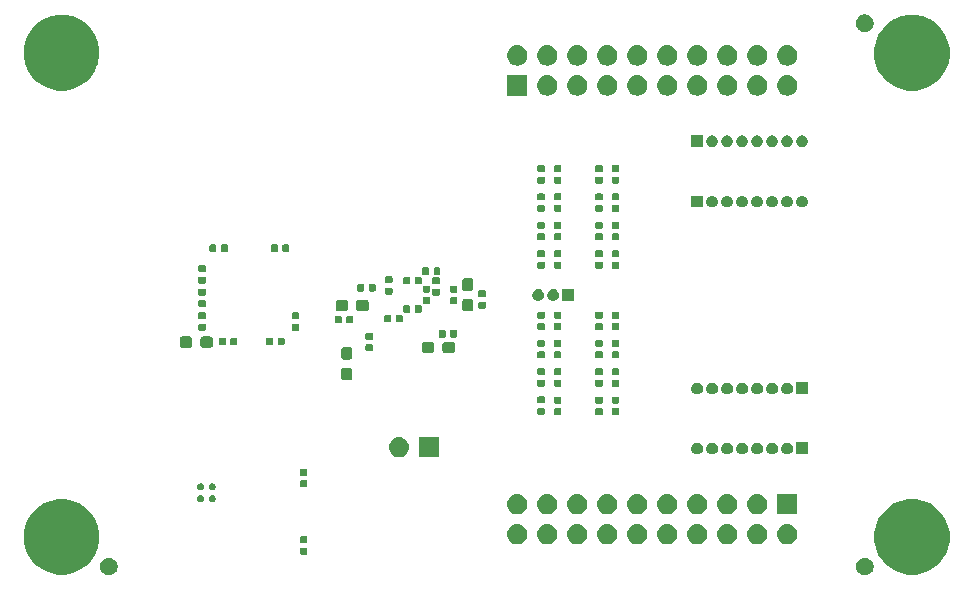
<source format=gbs>
G04 #@! TF.GenerationSoftware,KiCad,Pcbnew,5.0.1*
G04 #@! TF.CreationDate,2019-03-29T02:43:00+09:00*
G04 #@! TF.ProjectId,glasgow,676C6173676F772E6B696361645F7063,rev?*
G04 #@! TF.SameCoordinates,Original*
G04 #@! TF.FileFunction,Soldermask,Bot*
G04 #@! TF.FilePolarity,Negative*
%FSLAX46Y46*%
G04 Gerber Fmt 4.6, Leading zero omitted, Abs format (unit mm)*
G04 Created by KiCad (PCBNEW 5.0.1) date 2019-03-29T02:43:00 JST*
%MOMM*%
%LPD*%
G01*
G04 APERTURE LIST*
%ADD10C,0.100000*%
G04 APERTURE END LIST*
D10*
G36*
X122218763Y-117778821D02*
X122218764Y-117778821D01*
X122218767Y-117778822D01*
X122355258Y-117835359D01*
X122355260Y-117835360D01*
X122478096Y-117917436D01*
X122582564Y-118021904D01*
X122594576Y-118039881D01*
X122664641Y-118144742D01*
X122721178Y-118281233D01*
X122750000Y-118426131D01*
X122750000Y-118573869D01*
X122721178Y-118718767D01*
X122664641Y-118855258D01*
X122664640Y-118855260D01*
X122582564Y-118978096D01*
X122478096Y-119082564D01*
X122355260Y-119164640D01*
X122355259Y-119164641D01*
X122355258Y-119164641D01*
X122218767Y-119221178D01*
X122218764Y-119221179D01*
X122218763Y-119221179D01*
X122073871Y-119250000D01*
X121926129Y-119250000D01*
X121781237Y-119221179D01*
X121781236Y-119221179D01*
X121781233Y-119221178D01*
X121644742Y-119164641D01*
X121644741Y-119164641D01*
X121644740Y-119164640D01*
X121521904Y-119082564D01*
X121417436Y-118978096D01*
X121335360Y-118855260D01*
X121335359Y-118855258D01*
X121278822Y-118718767D01*
X121250000Y-118573869D01*
X121250000Y-118426131D01*
X121278822Y-118281233D01*
X121335359Y-118144742D01*
X121405425Y-118039881D01*
X121417436Y-118021904D01*
X121521904Y-117917436D01*
X121644740Y-117835360D01*
X121644742Y-117835359D01*
X121781233Y-117778822D01*
X121781236Y-117778821D01*
X121781237Y-117778821D01*
X121926129Y-117750000D01*
X122073871Y-117750000D01*
X122218763Y-117778821D01*
X122218763Y-117778821D01*
G37*
G36*
X58218763Y-117778821D02*
X58218764Y-117778821D01*
X58218767Y-117778822D01*
X58355258Y-117835359D01*
X58355260Y-117835360D01*
X58478096Y-117917436D01*
X58582564Y-118021904D01*
X58594576Y-118039881D01*
X58664641Y-118144742D01*
X58721178Y-118281233D01*
X58750000Y-118426131D01*
X58750000Y-118573869D01*
X58721178Y-118718767D01*
X58664641Y-118855258D01*
X58664640Y-118855260D01*
X58582564Y-118978096D01*
X58478096Y-119082564D01*
X58355260Y-119164640D01*
X58355259Y-119164641D01*
X58355258Y-119164641D01*
X58218767Y-119221178D01*
X58218764Y-119221179D01*
X58218763Y-119221179D01*
X58073871Y-119250000D01*
X57926129Y-119250000D01*
X57781237Y-119221179D01*
X57781236Y-119221179D01*
X57781233Y-119221178D01*
X57644742Y-119164641D01*
X57644741Y-119164641D01*
X57644740Y-119164640D01*
X57521904Y-119082564D01*
X57417436Y-118978096D01*
X57335360Y-118855260D01*
X57335359Y-118855258D01*
X57278822Y-118718767D01*
X57250000Y-118573869D01*
X57250000Y-118426131D01*
X57278822Y-118281233D01*
X57335359Y-118144742D01*
X57405425Y-118039881D01*
X57417436Y-118021904D01*
X57521904Y-117917436D01*
X57644740Y-117835360D01*
X57644742Y-117835359D01*
X57781233Y-117778822D01*
X57781236Y-117778821D01*
X57781237Y-117778821D01*
X57926129Y-117750000D01*
X58073871Y-117750000D01*
X58218763Y-117778821D01*
X58218763Y-117778821D01*
G37*
G36*
X126933402Y-112922974D02*
X126933404Y-112922975D01*
X126933405Y-112922975D01*
X127515768Y-113164197D01*
X127515770Y-113164198D01*
X128039880Y-113514397D01*
X128485602Y-113960119D01*
X128835803Y-114484232D01*
X129069517Y-115048468D01*
X129077026Y-115066598D01*
X129200000Y-115684825D01*
X129200000Y-116315175D01*
X129080442Y-116916228D01*
X129077025Y-116933405D01*
X128844405Y-117495000D01*
X128835802Y-117515770D01*
X128485603Y-118039880D01*
X128039880Y-118485603D01*
X127515770Y-118835802D01*
X127515769Y-118835803D01*
X127515768Y-118835803D01*
X126933405Y-119077025D01*
X126933404Y-119077025D01*
X126933402Y-119077026D01*
X126315175Y-119200000D01*
X125684825Y-119200000D01*
X125066598Y-119077026D01*
X125066596Y-119077025D01*
X125066595Y-119077025D01*
X124484232Y-118835803D01*
X124484231Y-118835803D01*
X124484230Y-118835802D01*
X123960120Y-118485603D01*
X123514397Y-118039880D01*
X123164198Y-117515770D01*
X123155595Y-117495000D01*
X122922975Y-116933405D01*
X122919558Y-116916228D01*
X122800000Y-116315175D01*
X122800000Y-115684825D01*
X122922974Y-115066598D01*
X122930484Y-115048468D01*
X123164197Y-114484232D01*
X123514398Y-113960119D01*
X123960120Y-113514397D01*
X124484230Y-113164198D01*
X124484232Y-113164197D01*
X125066595Y-112922975D01*
X125066596Y-112922975D01*
X125066598Y-112922974D01*
X125684825Y-112800000D01*
X126315175Y-112800000D01*
X126933402Y-112922974D01*
X126933402Y-112922974D01*
G37*
G36*
X54933402Y-112922974D02*
X54933404Y-112922975D01*
X54933405Y-112922975D01*
X55515768Y-113164197D01*
X55515770Y-113164198D01*
X56039880Y-113514397D01*
X56485602Y-113960119D01*
X56835803Y-114484232D01*
X57069517Y-115048468D01*
X57077026Y-115066598D01*
X57200000Y-115684825D01*
X57200000Y-116315175D01*
X57080442Y-116916228D01*
X57077025Y-116933405D01*
X56844405Y-117495000D01*
X56835802Y-117515770D01*
X56485603Y-118039880D01*
X56039880Y-118485603D01*
X55515770Y-118835802D01*
X55515769Y-118835803D01*
X55515768Y-118835803D01*
X54933405Y-119077025D01*
X54933404Y-119077025D01*
X54933402Y-119077026D01*
X54315175Y-119200000D01*
X53684825Y-119200000D01*
X53066598Y-119077026D01*
X53066596Y-119077025D01*
X53066595Y-119077025D01*
X52484232Y-118835803D01*
X52484231Y-118835803D01*
X52484230Y-118835802D01*
X51960120Y-118485603D01*
X51514397Y-118039880D01*
X51164198Y-117515770D01*
X51155595Y-117495000D01*
X50922975Y-116933405D01*
X50919558Y-116916228D01*
X50800000Y-116315175D01*
X50800000Y-115684825D01*
X50922974Y-115066598D01*
X50930484Y-115048468D01*
X51164197Y-114484232D01*
X51514398Y-113960119D01*
X51960120Y-113514397D01*
X52484230Y-113164198D01*
X52484232Y-113164197D01*
X53066595Y-112922975D01*
X53066596Y-112922975D01*
X53066598Y-112922974D01*
X53684825Y-112800000D01*
X54315175Y-112800000D01*
X54933402Y-112922974D01*
X54933402Y-112922974D01*
G37*
G36*
X74719340Y-116907615D02*
X74742756Y-116914718D01*
X74764325Y-116926246D01*
X74783234Y-116941766D01*
X74798754Y-116960675D01*
X74810282Y-116982244D01*
X74817385Y-117005660D01*
X74820000Y-117032208D01*
X74820000Y-117367792D01*
X74817385Y-117394340D01*
X74810282Y-117417756D01*
X74798754Y-117439325D01*
X74783234Y-117458234D01*
X74764325Y-117473754D01*
X74742756Y-117485282D01*
X74719340Y-117492385D01*
X74692792Y-117495000D01*
X74307208Y-117495000D01*
X74280660Y-117492385D01*
X74257244Y-117485282D01*
X74235675Y-117473754D01*
X74216766Y-117458234D01*
X74201246Y-117439325D01*
X74189718Y-117417756D01*
X74182615Y-117394340D01*
X74180000Y-117367792D01*
X74180000Y-117032208D01*
X74182615Y-117005660D01*
X74189718Y-116982244D01*
X74201246Y-116960675D01*
X74216766Y-116941766D01*
X74235675Y-116926246D01*
X74257244Y-116914718D01*
X74280660Y-116907615D01*
X74307208Y-116905000D01*
X74692792Y-116905000D01*
X74719340Y-116907615D01*
X74719340Y-116907615D01*
G37*
G36*
X100359295Y-114918896D02*
X100522084Y-114968278D01*
X100672112Y-115048469D01*
X100803612Y-115156388D01*
X100911531Y-115287888D01*
X100911532Y-115287890D01*
X100991722Y-115437916D01*
X101041104Y-115600705D01*
X101057779Y-115770000D01*
X101041527Y-115935000D01*
X101041104Y-115939295D01*
X100991722Y-116102084D01*
X100911531Y-116252112D01*
X100803612Y-116383612D01*
X100672112Y-116491531D01*
X100672110Y-116491532D01*
X100522084Y-116571722D01*
X100359295Y-116621104D01*
X100232425Y-116633600D01*
X100147575Y-116633600D01*
X100020705Y-116621104D01*
X99857916Y-116571722D01*
X99707890Y-116491532D01*
X99707888Y-116491531D01*
X99576388Y-116383612D01*
X99468469Y-116252112D01*
X99388278Y-116102084D01*
X99338896Y-115939295D01*
X99338473Y-115935000D01*
X99322221Y-115770000D01*
X99338896Y-115600705D01*
X99388278Y-115437916D01*
X99468468Y-115287890D01*
X99468469Y-115287888D01*
X99576388Y-115156388D01*
X99707888Y-115048469D01*
X99857916Y-114968278D01*
X100020705Y-114918896D01*
X100147575Y-114906400D01*
X100232425Y-114906400D01*
X100359295Y-114918896D01*
X100359295Y-114918896D01*
G37*
G36*
X105439295Y-114918896D02*
X105602084Y-114968278D01*
X105752112Y-115048469D01*
X105883612Y-115156388D01*
X105991531Y-115287888D01*
X105991532Y-115287890D01*
X106071722Y-115437916D01*
X106121104Y-115600705D01*
X106137779Y-115770000D01*
X106121527Y-115935000D01*
X106121104Y-115939295D01*
X106071722Y-116102084D01*
X105991531Y-116252112D01*
X105883612Y-116383612D01*
X105752112Y-116491531D01*
X105752110Y-116491532D01*
X105602084Y-116571722D01*
X105439295Y-116621104D01*
X105312425Y-116633600D01*
X105227575Y-116633600D01*
X105100705Y-116621104D01*
X104937916Y-116571722D01*
X104787890Y-116491532D01*
X104787888Y-116491531D01*
X104656388Y-116383612D01*
X104548469Y-116252112D01*
X104468278Y-116102084D01*
X104418896Y-115939295D01*
X104418473Y-115935000D01*
X104402221Y-115770000D01*
X104418896Y-115600705D01*
X104468278Y-115437916D01*
X104548468Y-115287890D01*
X104548469Y-115287888D01*
X104656388Y-115156388D01*
X104787888Y-115048469D01*
X104937916Y-114968278D01*
X105100705Y-114918896D01*
X105227575Y-114906400D01*
X105312425Y-114906400D01*
X105439295Y-114918896D01*
X105439295Y-114918896D01*
G37*
G36*
X102899295Y-114918896D02*
X103062084Y-114968278D01*
X103212112Y-115048469D01*
X103343612Y-115156388D01*
X103451531Y-115287888D01*
X103451532Y-115287890D01*
X103531722Y-115437916D01*
X103581104Y-115600705D01*
X103597779Y-115770000D01*
X103581527Y-115935000D01*
X103581104Y-115939295D01*
X103531722Y-116102084D01*
X103451531Y-116252112D01*
X103343612Y-116383612D01*
X103212112Y-116491531D01*
X103212110Y-116491532D01*
X103062084Y-116571722D01*
X102899295Y-116621104D01*
X102772425Y-116633600D01*
X102687575Y-116633600D01*
X102560705Y-116621104D01*
X102397916Y-116571722D01*
X102247890Y-116491532D01*
X102247888Y-116491531D01*
X102116388Y-116383612D01*
X102008469Y-116252112D01*
X101928278Y-116102084D01*
X101878896Y-115939295D01*
X101878473Y-115935000D01*
X101862221Y-115770000D01*
X101878896Y-115600705D01*
X101928278Y-115437916D01*
X102008468Y-115287890D01*
X102008469Y-115287888D01*
X102116388Y-115156388D01*
X102247888Y-115048469D01*
X102397916Y-114968278D01*
X102560705Y-114918896D01*
X102687575Y-114906400D01*
X102772425Y-114906400D01*
X102899295Y-114918896D01*
X102899295Y-114918896D01*
G37*
G36*
X97819295Y-114918896D02*
X97982084Y-114968278D01*
X98132112Y-115048469D01*
X98263612Y-115156388D01*
X98371531Y-115287888D01*
X98371532Y-115287890D01*
X98451722Y-115437916D01*
X98501104Y-115600705D01*
X98517779Y-115770000D01*
X98501527Y-115935000D01*
X98501104Y-115939295D01*
X98451722Y-116102084D01*
X98371531Y-116252112D01*
X98263612Y-116383612D01*
X98132112Y-116491531D01*
X98132110Y-116491532D01*
X97982084Y-116571722D01*
X97819295Y-116621104D01*
X97692425Y-116633600D01*
X97607575Y-116633600D01*
X97480705Y-116621104D01*
X97317916Y-116571722D01*
X97167890Y-116491532D01*
X97167888Y-116491531D01*
X97036388Y-116383612D01*
X96928469Y-116252112D01*
X96848278Y-116102084D01*
X96798896Y-115939295D01*
X96798473Y-115935000D01*
X96782221Y-115770000D01*
X96798896Y-115600705D01*
X96848278Y-115437916D01*
X96928468Y-115287890D01*
X96928469Y-115287888D01*
X97036388Y-115156388D01*
X97167888Y-115048469D01*
X97317916Y-114968278D01*
X97480705Y-114918896D01*
X97607575Y-114906400D01*
X97692425Y-114906400D01*
X97819295Y-114918896D01*
X97819295Y-114918896D01*
G37*
G36*
X95279295Y-114918896D02*
X95442084Y-114968278D01*
X95592112Y-115048469D01*
X95723612Y-115156388D01*
X95831531Y-115287888D01*
X95831532Y-115287890D01*
X95911722Y-115437916D01*
X95961104Y-115600705D01*
X95977779Y-115770000D01*
X95961527Y-115935000D01*
X95961104Y-115939295D01*
X95911722Y-116102084D01*
X95831531Y-116252112D01*
X95723612Y-116383612D01*
X95592112Y-116491531D01*
X95592110Y-116491532D01*
X95442084Y-116571722D01*
X95279295Y-116621104D01*
X95152425Y-116633600D01*
X95067575Y-116633600D01*
X94940705Y-116621104D01*
X94777916Y-116571722D01*
X94627890Y-116491532D01*
X94627888Y-116491531D01*
X94496388Y-116383612D01*
X94388469Y-116252112D01*
X94308278Y-116102084D01*
X94258896Y-115939295D01*
X94258473Y-115935000D01*
X94242221Y-115770000D01*
X94258896Y-115600705D01*
X94308278Y-115437916D01*
X94388468Y-115287890D01*
X94388469Y-115287888D01*
X94496388Y-115156388D01*
X94627888Y-115048469D01*
X94777916Y-114968278D01*
X94940705Y-114918896D01*
X95067575Y-114906400D01*
X95152425Y-114906400D01*
X95279295Y-114918896D01*
X95279295Y-114918896D01*
G37*
G36*
X107979295Y-114918896D02*
X108142084Y-114968278D01*
X108292112Y-115048469D01*
X108423612Y-115156388D01*
X108531531Y-115287888D01*
X108531532Y-115287890D01*
X108611722Y-115437916D01*
X108661104Y-115600705D01*
X108677779Y-115770000D01*
X108661527Y-115935000D01*
X108661104Y-115939295D01*
X108611722Y-116102084D01*
X108531531Y-116252112D01*
X108423612Y-116383612D01*
X108292112Y-116491531D01*
X108292110Y-116491532D01*
X108142084Y-116571722D01*
X107979295Y-116621104D01*
X107852425Y-116633600D01*
X107767575Y-116633600D01*
X107640705Y-116621104D01*
X107477916Y-116571722D01*
X107327890Y-116491532D01*
X107327888Y-116491531D01*
X107196388Y-116383612D01*
X107088469Y-116252112D01*
X107008278Y-116102084D01*
X106958896Y-115939295D01*
X106958473Y-115935000D01*
X106942221Y-115770000D01*
X106958896Y-115600705D01*
X107008278Y-115437916D01*
X107088468Y-115287890D01*
X107088469Y-115287888D01*
X107196388Y-115156388D01*
X107327888Y-115048469D01*
X107477916Y-114968278D01*
X107640705Y-114918896D01*
X107767575Y-114906400D01*
X107852425Y-114906400D01*
X107979295Y-114918896D01*
X107979295Y-114918896D01*
G37*
G36*
X110519295Y-114918896D02*
X110682084Y-114968278D01*
X110832112Y-115048469D01*
X110963612Y-115156388D01*
X111071531Y-115287888D01*
X111071532Y-115287890D01*
X111151722Y-115437916D01*
X111201104Y-115600705D01*
X111217779Y-115770000D01*
X111201527Y-115935000D01*
X111201104Y-115939295D01*
X111151722Y-116102084D01*
X111071531Y-116252112D01*
X110963612Y-116383612D01*
X110832112Y-116491531D01*
X110832110Y-116491532D01*
X110682084Y-116571722D01*
X110519295Y-116621104D01*
X110392425Y-116633600D01*
X110307575Y-116633600D01*
X110180705Y-116621104D01*
X110017916Y-116571722D01*
X109867890Y-116491532D01*
X109867888Y-116491531D01*
X109736388Y-116383612D01*
X109628469Y-116252112D01*
X109548278Y-116102084D01*
X109498896Y-115939295D01*
X109498473Y-115935000D01*
X109482221Y-115770000D01*
X109498896Y-115600705D01*
X109548278Y-115437916D01*
X109628468Y-115287890D01*
X109628469Y-115287888D01*
X109736388Y-115156388D01*
X109867888Y-115048469D01*
X110017916Y-114968278D01*
X110180705Y-114918896D01*
X110307575Y-114906400D01*
X110392425Y-114906400D01*
X110519295Y-114918896D01*
X110519295Y-114918896D01*
G37*
G36*
X113059295Y-114918896D02*
X113222084Y-114968278D01*
X113372112Y-115048469D01*
X113503612Y-115156388D01*
X113611531Y-115287888D01*
X113611532Y-115287890D01*
X113691722Y-115437916D01*
X113741104Y-115600705D01*
X113757779Y-115770000D01*
X113741527Y-115935000D01*
X113741104Y-115939295D01*
X113691722Y-116102084D01*
X113611531Y-116252112D01*
X113503612Y-116383612D01*
X113372112Y-116491531D01*
X113372110Y-116491532D01*
X113222084Y-116571722D01*
X113059295Y-116621104D01*
X112932425Y-116633600D01*
X112847575Y-116633600D01*
X112720705Y-116621104D01*
X112557916Y-116571722D01*
X112407890Y-116491532D01*
X112407888Y-116491531D01*
X112276388Y-116383612D01*
X112168469Y-116252112D01*
X112088278Y-116102084D01*
X112038896Y-115939295D01*
X112038473Y-115935000D01*
X112022221Y-115770000D01*
X112038896Y-115600705D01*
X112088278Y-115437916D01*
X112168468Y-115287890D01*
X112168469Y-115287888D01*
X112276388Y-115156388D01*
X112407888Y-115048469D01*
X112557916Y-114968278D01*
X112720705Y-114918896D01*
X112847575Y-114906400D01*
X112932425Y-114906400D01*
X113059295Y-114918896D01*
X113059295Y-114918896D01*
G37*
G36*
X115599295Y-114918896D02*
X115762084Y-114968278D01*
X115912112Y-115048469D01*
X116043612Y-115156388D01*
X116151531Y-115287888D01*
X116151532Y-115287890D01*
X116231722Y-115437916D01*
X116281104Y-115600705D01*
X116297779Y-115770000D01*
X116281527Y-115935000D01*
X116281104Y-115939295D01*
X116231722Y-116102084D01*
X116151531Y-116252112D01*
X116043612Y-116383612D01*
X115912112Y-116491531D01*
X115912110Y-116491532D01*
X115762084Y-116571722D01*
X115599295Y-116621104D01*
X115472425Y-116633600D01*
X115387575Y-116633600D01*
X115260705Y-116621104D01*
X115097916Y-116571722D01*
X114947890Y-116491532D01*
X114947888Y-116491531D01*
X114816388Y-116383612D01*
X114708469Y-116252112D01*
X114628278Y-116102084D01*
X114578896Y-115939295D01*
X114578473Y-115935000D01*
X114562221Y-115770000D01*
X114578896Y-115600705D01*
X114628278Y-115437916D01*
X114708468Y-115287890D01*
X114708469Y-115287888D01*
X114816388Y-115156388D01*
X114947888Y-115048469D01*
X115097916Y-114968278D01*
X115260705Y-114918896D01*
X115387575Y-114906400D01*
X115472425Y-114906400D01*
X115599295Y-114918896D01*
X115599295Y-114918896D01*
G37*
G36*
X92739295Y-114918896D02*
X92902084Y-114968278D01*
X93052112Y-115048469D01*
X93183612Y-115156388D01*
X93291531Y-115287888D01*
X93291532Y-115287890D01*
X93371722Y-115437916D01*
X93421104Y-115600705D01*
X93437779Y-115770000D01*
X93421527Y-115935000D01*
X93421104Y-115939295D01*
X93371722Y-116102084D01*
X93291531Y-116252112D01*
X93183612Y-116383612D01*
X93052112Y-116491531D01*
X93052110Y-116491532D01*
X92902084Y-116571722D01*
X92739295Y-116621104D01*
X92612425Y-116633600D01*
X92527575Y-116633600D01*
X92400705Y-116621104D01*
X92237916Y-116571722D01*
X92087890Y-116491532D01*
X92087888Y-116491531D01*
X91956388Y-116383612D01*
X91848469Y-116252112D01*
X91768278Y-116102084D01*
X91718896Y-115939295D01*
X91718473Y-115935000D01*
X91702221Y-115770000D01*
X91718896Y-115600705D01*
X91768278Y-115437916D01*
X91848468Y-115287890D01*
X91848469Y-115287888D01*
X91956388Y-115156388D01*
X92087888Y-115048469D01*
X92237916Y-114968278D01*
X92400705Y-114918896D01*
X92527575Y-114906400D01*
X92612425Y-114906400D01*
X92739295Y-114918896D01*
X92739295Y-114918896D01*
G37*
G36*
X74719340Y-115937615D02*
X74742756Y-115944718D01*
X74764325Y-115956246D01*
X74783234Y-115971766D01*
X74798754Y-115990675D01*
X74810282Y-116012244D01*
X74817385Y-116035660D01*
X74820000Y-116062208D01*
X74820000Y-116397792D01*
X74817385Y-116424340D01*
X74810282Y-116447756D01*
X74798754Y-116469325D01*
X74783234Y-116488234D01*
X74764325Y-116503754D01*
X74742756Y-116515282D01*
X74719340Y-116522385D01*
X74692792Y-116525000D01*
X74307208Y-116525000D01*
X74280660Y-116522385D01*
X74257244Y-116515282D01*
X74235675Y-116503754D01*
X74216766Y-116488234D01*
X74201246Y-116469325D01*
X74189718Y-116447756D01*
X74182615Y-116424340D01*
X74180000Y-116397792D01*
X74180000Y-116062208D01*
X74182615Y-116035660D01*
X74189718Y-116012244D01*
X74201246Y-115990675D01*
X74216766Y-115971766D01*
X74235675Y-115956246D01*
X74257244Y-115944718D01*
X74280660Y-115937615D01*
X74307208Y-115935000D01*
X74692792Y-115935000D01*
X74719340Y-115937615D01*
X74719340Y-115937615D01*
G37*
G36*
X113059295Y-112378896D02*
X113222084Y-112428278D01*
X113372112Y-112508469D01*
X113503612Y-112616388D01*
X113611531Y-112747888D01*
X113611532Y-112747890D01*
X113691722Y-112897916D01*
X113741104Y-113060705D01*
X113757779Y-113230000D01*
X113741104Y-113399295D01*
X113691722Y-113562084D01*
X113611531Y-113712112D01*
X113503612Y-113843612D01*
X113372112Y-113951531D01*
X113372110Y-113951532D01*
X113222084Y-114031722D01*
X113059295Y-114081104D01*
X112932425Y-114093600D01*
X112847575Y-114093600D01*
X112720705Y-114081104D01*
X112557916Y-114031722D01*
X112407890Y-113951532D01*
X112407888Y-113951531D01*
X112276388Y-113843612D01*
X112168469Y-113712112D01*
X112088278Y-113562084D01*
X112038896Y-113399295D01*
X112022221Y-113230000D01*
X112038896Y-113060705D01*
X112088278Y-112897916D01*
X112168468Y-112747890D01*
X112168469Y-112747888D01*
X112276388Y-112616388D01*
X112407888Y-112508469D01*
X112557916Y-112428278D01*
X112720705Y-112378896D01*
X112847575Y-112366400D01*
X112932425Y-112366400D01*
X113059295Y-112378896D01*
X113059295Y-112378896D01*
G37*
G36*
X105439295Y-112378896D02*
X105602084Y-112428278D01*
X105752112Y-112508469D01*
X105883612Y-112616388D01*
X105991531Y-112747888D01*
X105991532Y-112747890D01*
X106071722Y-112897916D01*
X106121104Y-113060705D01*
X106137779Y-113230000D01*
X106121104Y-113399295D01*
X106071722Y-113562084D01*
X105991531Y-113712112D01*
X105883612Y-113843612D01*
X105752112Y-113951531D01*
X105752110Y-113951532D01*
X105602084Y-114031722D01*
X105439295Y-114081104D01*
X105312425Y-114093600D01*
X105227575Y-114093600D01*
X105100705Y-114081104D01*
X104937916Y-114031722D01*
X104787890Y-113951532D01*
X104787888Y-113951531D01*
X104656388Y-113843612D01*
X104548469Y-113712112D01*
X104468278Y-113562084D01*
X104418896Y-113399295D01*
X104402221Y-113230000D01*
X104418896Y-113060705D01*
X104468278Y-112897916D01*
X104548468Y-112747890D01*
X104548469Y-112747888D01*
X104656388Y-112616388D01*
X104787888Y-112508469D01*
X104937916Y-112428278D01*
X105100705Y-112378896D01*
X105227575Y-112366400D01*
X105312425Y-112366400D01*
X105439295Y-112378896D01*
X105439295Y-112378896D01*
G37*
G36*
X102899295Y-112378896D02*
X103062084Y-112428278D01*
X103212112Y-112508469D01*
X103343612Y-112616388D01*
X103451531Y-112747888D01*
X103451532Y-112747890D01*
X103531722Y-112897916D01*
X103581104Y-113060705D01*
X103597779Y-113230000D01*
X103581104Y-113399295D01*
X103531722Y-113562084D01*
X103451531Y-113712112D01*
X103343612Y-113843612D01*
X103212112Y-113951531D01*
X103212110Y-113951532D01*
X103062084Y-114031722D01*
X102899295Y-114081104D01*
X102772425Y-114093600D01*
X102687575Y-114093600D01*
X102560705Y-114081104D01*
X102397916Y-114031722D01*
X102247890Y-113951532D01*
X102247888Y-113951531D01*
X102116388Y-113843612D01*
X102008469Y-113712112D01*
X101928278Y-113562084D01*
X101878896Y-113399295D01*
X101862221Y-113230000D01*
X101878896Y-113060705D01*
X101928278Y-112897916D01*
X102008468Y-112747890D01*
X102008469Y-112747888D01*
X102116388Y-112616388D01*
X102247888Y-112508469D01*
X102397916Y-112428278D01*
X102560705Y-112378896D01*
X102687575Y-112366400D01*
X102772425Y-112366400D01*
X102899295Y-112378896D01*
X102899295Y-112378896D01*
G37*
G36*
X107979295Y-112378896D02*
X108142084Y-112428278D01*
X108292112Y-112508469D01*
X108423612Y-112616388D01*
X108531531Y-112747888D01*
X108531532Y-112747890D01*
X108611722Y-112897916D01*
X108661104Y-113060705D01*
X108677779Y-113230000D01*
X108661104Y-113399295D01*
X108611722Y-113562084D01*
X108531531Y-113712112D01*
X108423612Y-113843612D01*
X108292112Y-113951531D01*
X108292110Y-113951532D01*
X108142084Y-114031722D01*
X107979295Y-114081104D01*
X107852425Y-114093600D01*
X107767575Y-114093600D01*
X107640705Y-114081104D01*
X107477916Y-114031722D01*
X107327890Y-113951532D01*
X107327888Y-113951531D01*
X107196388Y-113843612D01*
X107088469Y-113712112D01*
X107008278Y-113562084D01*
X106958896Y-113399295D01*
X106942221Y-113230000D01*
X106958896Y-113060705D01*
X107008278Y-112897916D01*
X107088468Y-112747890D01*
X107088469Y-112747888D01*
X107196388Y-112616388D01*
X107327888Y-112508469D01*
X107477916Y-112428278D01*
X107640705Y-112378896D01*
X107767575Y-112366400D01*
X107852425Y-112366400D01*
X107979295Y-112378896D01*
X107979295Y-112378896D01*
G37*
G36*
X100359295Y-112378896D02*
X100522084Y-112428278D01*
X100672112Y-112508469D01*
X100803612Y-112616388D01*
X100911531Y-112747888D01*
X100911532Y-112747890D01*
X100991722Y-112897916D01*
X101041104Y-113060705D01*
X101057779Y-113230000D01*
X101041104Y-113399295D01*
X100991722Y-113562084D01*
X100911531Y-113712112D01*
X100803612Y-113843612D01*
X100672112Y-113951531D01*
X100672110Y-113951532D01*
X100522084Y-114031722D01*
X100359295Y-114081104D01*
X100232425Y-114093600D01*
X100147575Y-114093600D01*
X100020705Y-114081104D01*
X99857916Y-114031722D01*
X99707890Y-113951532D01*
X99707888Y-113951531D01*
X99576388Y-113843612D01*
X99468469Y-113712112D01*
X99388278Y-113562084D01*
X99338896Y-113399295D01*
X99322221Y-113230000D01*
X99338896Y-113060705D01*
X99388278Y-112897916D01*
X99468468Y-112747890D01*
X99468469Y-112747888D01*
X99576388Y-112616388D01*
X99707888Y-112508469D01*
X99857916Y-112428278D01*
X100020705Y-112378896D01*
X100147575Y-112366400D01*
X100232425Y-112366400D01*
X100359295Y-112378896D01*
X100359295Y-112378896D01*
G37*
G36*
X110519295Y-112378896D02*
X110682084Y-112428278D01*
X110832112Y-112508469D01*
X110963612Y-112616388D01*
X111071531Y-112747888D01*
X111071532Y-112747890D01*
X111151722Y-112897916D01*
X111201104Y-113060705D01*
X111217779Y-113230000D01*
X111201104Y-113399295D01*
X111151722Y-113562084D01*
X111071531Y-113712112D01*
X110963612Y-113843612D01*
X110832112Y-113951531D01*
X110832110Y-113951532D01*
X110682084Y-114031722D01*
X110519295Y-114081104D01*
X110392425Y-114093600D01*
X110307575Y-114093600D01*
X110180705Y-114081104D01*
X110017916Y-114031722D01*
X109867890Y-113951532D01*
X109867888Y-113951531D01*
X109736388Y-113843612D01*
X109628469Y-113712112D01*
X109548278Y-113562084D01*
X109498896Y-113399295D01*
X109482221Y-113230000D01*
X109498896Y-113060705D01*
X109548278Y-112897916D01*
X109628468Y-112747890D01*
X109628469Y-112747888D01*
X109736388Y-112616388D01*
X109867888Y-112508469D01*
X110017916Y-112428278D01*
X110180705Y-112378896D01*
X110307575Y-112366400D01*
X110392425Y-112366400D01*
X110519295Y-112378896D01*
X110519295Y-112378896D01*
G37*
G36*
X97819295Y-112378896D02*
X97982084Y-112428278D01*
X98132112Y-112508469D01*
X98263612Y-112616388D01*
X98371531Y-112747888D01*
X98371532Y-112747890D01*
X98451722Y-112897916D01*
X98501104Y-113060705D01*
X98517779Y-113230000D01*
X98501104Y-113399295D01*
X98451722Y-113562084D01*
X98371531Y-113712112D01*
X98263612Y-113843612D01*
X98132112Y-113951531D01*
X98132110Y-113951532D01*
X97982084Y-114031722D01*
X97819295Y-114081104D01*
X97692425Y-114093600D01*
X97607575Y-114093600D01*
X97480705Y-114081104D01*
X97317916Y-114031722D01*
X97167890Y-113951532D01*
X97167888Y-113951531D01*
X97036388Y-113843612D01*
X96928469Y-113712112D01*
X96848278Y-113562084D01*
X96798896Y-113399295D01*
X96782221Y-113230000D01*
X96798896Y-113060705D01*
X96848278Y-112897916D01*
X96928468Y-112747890D01*
X96928469Y-112747888D01*
X97036388Y-112616388D01*
X97167888Y-112508469D01*
X97317916Y-112428278D01*
X97480705Y-112378896D01*
X97607575Y-112366400D01*
X97692425Y-112366400D01*
X97819295Y-112378896D01*
X97819295Y-112378896D01*
G37*
G36*
X92739295Y-112378896D02*
X92902084Y-112428278D01*
X93052112Y-112508469D01*
X93183612Y-112616388D01*
X93291531Y-112747888D01*
X93291532Y-112747890D01*
X93371722Y-112897916D01*
X93421104Y-113060705D01*
X93437779Y-113230000D01*
X93421104Y-113399295D01*
X93371722Y-113562084D01*
X93291531Y-113712112D01*
X93183612Y-113843612D01*
X93052112Y-113951531D01*
X93052110Y-113951532D01*
X92902084Y-114031722D01*
X92739295Y-114081104D01*
X92612425Y-114093600D01*
X92527575Y-114093600D01*
X92400705Y-114081104D01*
X92237916Y-114031722D01*
X92087890Y-113951532D01*
X92087888Y-113951531D01*
X91956388Y-113843612D01*
X91848469Y-113712112D01*
X91768278Y-113562084D01*
X91718896Y-113399295D01*
X91702221Y-113230000D01*
X91718896Y-113060705D01*
X91768278Y-112897916D01*
X91848468Y-112747890D01*
X91848469Y-112747888D01*
X91956388Y-112616388D01*
X92087888Y-112508469D01*
X92237916Y-112428278D01*
X92400705Y-112378896D01*
X92527575Y-112366400D01*
X92612425Y-112366400D01*
X92739295Y-112378896D01*
X92739295Y-112378896D01*
G37*
G36*
X116293600Y-114093600D02*
X114566400Y-114093600D01*
X114566400Y-112366400D01*
X116293600Y-112366400D01*
X116293600Y-114093600D01*
X116293600Y-114093600D01*
G37*
G36*
X95279295Y-112378896D02*
X95442084Y-112428278D01*
X95592112Y-112508469D01*
X95723612Y-112616388D01*
X95831531Y-112747888D01*
X95831532Y-112747890D01*
X95911722Y-112897916D01*
X95961104Y-113060705D01*
X95977779Y-113230000D01*
X95961104Y-113399295D01*
X95911722Y-113562084D01*
X95831531Y-113712112D01*
X95723612Y-113843612D01*
X95592112Y-113951531D01*
X95592110Y-113951532D01*
X95442084Y-114031722D01*
X95279295Y-114081104D01*
X95152425Y-114093600D01*
X95067575Y-114093600D01*
X94940705Y-114081104D01*
X94777916Y-114031722D01*
X94627890Y-113951532D01*
X94627888Y-113951531D01*
X94496388Y-113843612D01*
X94388469Y-113712112D01*
X94308278Y-113562084D01*
X94258896Y-113399295D01*
X94242221Y-113230000D01*
X94258896Y-113060705D01*
X94308278Y-112897916D01*
X94388468Y-112747890D01*
X94388469Y-112747888D01*
X94496388Y-112616388D01*
X94627888Y-112508469D01*
X94777916Y-112428278D01*
X94940705Y-112378896D01*
X95067575Y-112366400D01*
X95152425Y-112366400D01*
X95279295Y-112378896D01*
X95279295Y-112378896D01*
G37*
G36*
X65820968Y-112454941D02*
X65854088Y-112461528D01*
X65908684Y-112484143D01*
X65957820Y-112516974D01*
X65999607Y-112558761D01*
X66032438Y-112607897D01*
X66055053Y-112662493D01*
X66061640Y-112695613D01*
X66066581Y-112720450D01*
X66066581Y-112779550D01*
X66062513Y-112800000D01*
X66055053Y-112837507D01*
X66032438Y-112892103D01*
X65999607Y-112941239D01*
X65957820Y-112983026D01*
X65908684Y-113015857D01*
X65854088Y-113038472D01*
X65820968Y-113045059D01*
X65796131Y-113050000D01*
X65737031Y-113050000D01*
X65712194Y-113045059D01*
X65679074Y-113038472D01*
X65624478Y-113015857D01*
X65575342Y-112983026D01*
X65533555Y-112941239D01*
X65500724Y-112892103D01*
X65478109Y-112837507D01*
X65470649Y-112800000D01*
X65466581Y-112779550D01*
X65466581Y-112720450D01*
X65471522Y-112695613D01*
X65478109Y-112662493D01*
X65500724Y-112607897D01*
X65533555Y-112558761D01*
X65575342Y-112516974D01*
X65624478Y-112484143D01*
X65679074Y-112461528D01*
X65712194Y-112454941D01*
X65737031Y-112450000D01*
X65796131Y-112450000D01*
X65820968Y-112454941D01*
X65820968Y-112454941D01*
G37*
G36*
X66820968Y-112454941D02*
X66854088Y-112461528D01*
X66908684Y-112484143D01*
X66957820Y-112516974D01*
X66999607Y-112558761D01*
X67032438Y-112607897D01*
X67055053Y-112662493D01*
X67061640Y-112695613D01*
X67066581Y-112720450D01*
X67066581Y-112779550D01*
X67062513Y-112800000D01*
X67055053Y-112837507D01*
X67032438Y-112892103D01*
X66999607Y-112941239D01*
X66957820Y-112983026D01*
X66908684Y-113015857D01*
X66854088Y-113038472D01*
X66820968Y-113045059D01*
X66796131Y-113050000D01*
X66737031Y-113050000D01*
X66712194Y-113045059D01*
X66679074Y-113038472D01*
X66624478Y-113015857D01*
X66575342Y-112983026D01*
X66533555Y-112941239D01*
X66500724Y-112892103D01*
X66478109Y-112837507D01*
X66470649Y-112800000D01*
X66466581Y-112779550D01*
X66466581Y-112720450D01*
X66471522Y-112695613D01*
X66478109Y-112662493D01*
X66500724Y-112607897D01*
X66533555Y-112558761D01*
X66575342Y-112516974D01*
X66624478Y-112484143D01*
X66679074Y-112461528D01*
X66712194Y-112454941D01*
X66737031Y-112450000D01*
X66796131Y-112450000D01*
X66820968Y-112454941D01*
X66820968Y-112454941D01*
G37*
G36*
X65820968Y-111454941D02*
X65854088Y-111461528D01*
X65908684Y-111484143D01*
X65957820Y-111516974D01*
X65999607Y-111558761D01*
X66032438Y-111607897D01*
X66055053Y-111662493D01*
X66057794Y-111676276D01*
X66066581Y-111720450D01*
X66066581Y-111779550D01*
X66061640Y-111804387D01*
X66055053Y-111837507D01*
X66032438Y-111892103D01*
X65999607Y-111941239D01*
X65957820Y-111983026D01*
X65908684Y-112015857D01*
X65854088Y-112038472D01*
X65820968Y-112045059D01*
X65796131Y-112050000D01*
X65737031Y-112050000D01*
X65712194Y-112045059D01*
X65679074Y-112038472D01*
X65624478Y-112015857D01*
X65575342Y-111983026D01*
X65533555Y-111941239D01*
X65500724Y-111892103D01*
X65478109Y-111837507D01*
X65471522Y-111804387D01*
X65466581Y-111779550D01*
X65466581Y-111720450D01*
X65475368Y-111676276D01*
X65478109Y-111662493D01*
X65500724Y-111607897D01*
X65533555Y-111558761D01*
X65575342Y-111516974D01*
X65624478Y-111484143D01*
X65679074Y-111461528D01*
X65712194Y-111454941D01*
X65737031Y-111450000D01*
X65796131Y-111450000D01*
X65820968Y-111454941D01*
X65820968Y-111454941D01*
G37*
G36*
X66820968Y-111454941D02*
X66854088Y-111461528D01*
X66908684Y-111484143D01*
X66957820Y-111516974D01*
X66999607Y-111558761D01*
X67032438Y-111607897D01*
X67055053Y-111662493D01*
X67057794Y-111676276D01*
X67066581Y-111720450D01*
X67066581Y-111779550D01*
X67061640Y-111804387D01*
X67055053Y-111837507D01*
X67032438Y-111892103D01*
X66999607Y-111941239D01*
X66957820Y-111983026D01*
X66908684Y-112015857D01*
X66854088Y-112038472D01*
X66820968Y-112045059D01*
X66796131Y-112050000D01*
X66737031Y-112050000D01*
X66712194Y-112045059D01*
X66679074Y-112038472D01*
X66624478Y-112015857D01*
X66575342Y-111983026D01*
X66533555Y-111941239D01*
X66500724Y-111892103D01*
X66478109Y-111837507D01*
X66471522Y-111804387D01*
X66466581Y-111779550D01*
X66466581Y-111720450D01*
X66475368Y-111676276D01*
X66478109Y-111662493D01*
X66500724Y-111607897D01*
X66533555Y-111558761D01*
X66575342Y-111516974D01*
X66624478Y-111484143D01*
X66679074Y-111461528D01*
X66712194Y-111454941D01*
X66737031Y-111450000D01*
X66796131Y-111450000D01*
X66820968Y-111454941D01*
X66820968Y-111454941D01*
G37*
G36*
X74719340Y-111207615D02*
X74742756Y-111214718D01*
X74764325Y-111226246D01*
X74783234Y-111241766D01*
X74798754Y-111260675D01*
X74810282Y-111282244D01*
X74817385Y-111305660D01*
X74820000Y-111332208D01*
X74820000Y-111667792D01*
X74817385Y-111694340D01*
X74810282Y-111717756D01*
X74798754Y-111739325D01*
X74783234Y-111758234D01*
X74764325Y-111773754D01*
X74742756Y-111785282D01*
X74719340Y-111792385D01*
X74692792Y-111795000D01*
X74307208Y-111795000D01*
X74280660Y-111792385D01*
X74257244Y-111785282D01*
X74235675Y-111773754D01*
X74216766Y-111758234D01*
X74201246Y-111739325D01*
X74189718Y-111717756D01*
X74182615Y-111694340D01*
X74180000Y-111667792D01*
X74180000Y-111332208D01*
X74182615Y-111305660D01*
X74189718Y-111282244D01*
X74201246Y-111260675D01*
X74216766Y-111241766D01*
X74235675Y-111226246D01*
X74257244Y-111214718D01*
X74280660Y-111207615D01*
X74307208Y-111205000D01*
X74692792Y-111205000D01*
X74719340Y-111207615D01*
X74719340Y-111207615D01*
G37*
G36*
X74719340Y-110237615D02*
X74742756Y-110244718D01*
X74764325Y-110256246D01*
X74783234Y-110271766D01*
X74798754Y-110290675D01*
X74810282Y-110312244D01*
X74817385Y-110335660D01*
X74820000Y-110362208D01*
X74820000Y-110697792D01*
X74817385Y-110724340D01*
X74810282Y-110747756D01*
X74798754Y-110769325D01*
X74783234Y-110788234D01*
X74764325Y-110803754D01*
X74742756Y-110815282D01*
X74719340Y-110822385D01*
X74692792Y-110825000D01*
X74307208Y-110825000D01*
X74280660Y-110822385D01*
X74257244Y-110815282D01*
X74235675Y-110803754D01*
X74216766Y-110788234D01*
X74201246Y-110769325D01*
X74189718Y-110747756D01*
X74182615Y-110724340D01*
X74180000Y-110697792D01*
X74180000Y-110362208D01*
X74182615Y-110335660D01*
X74189718Y-110312244D01*
X74201246Y-110290675D01*
X74216766Y-110271766D01*
X74235675Y-110256246D01*
X74257244Y-110244718D01*
X74280660Y-110237615D01*
X74307208Y-110235000D01*
X74692792Y-110235000D01*
X74719340Y-110237615D01*
X74719340Y-110237615D01*
G37*
G36*
X82726629Y-107562299D02*
X82886855Y-107610903D01*
X83034519Y-107689830D01*
X83163948Y-107796052D01*
X83270170Y-107925481D01*
X83349097Y-108073145D01*
X83397701Y-108233371D01*
X83414113Y-108400000D01*
X83397701Y-108566629D01*
X83349097Y-108726855D01*
X83270170Y-108874519D01*
X83163948Y-109003948D01*
X83034519Y-109110170D01*
X82886855Y-109189097D01*
X82726629Y-109237701D01*
X82601756Y-109250000D01*
X82518244Y-109250000D01*
X82393371Y-109237701D01*
X82233145Y-109189097D01*
X82085481Y-109110170D01*
X81956052Y-109003948D01*
X81849830Y-108874519D01*
X81770903Y-108726855D01*
X81722299Y-108566629D01*
X81705887Y-108400000D01*
X81722299Y-108233371D01*
X81770903Y-108073145D01*
X81849830Y-107925481D01*
X81956052Y-107796052D01*
X82085481Y-107689830D01*
X82233145Y-107610903D01*
X82393371Y-107562299D01*
X82518244Y-107550000D01*
X82601756Y-107550000D01*
X82726629Y-107562299D01*
X82726629Y-107562299D01*
G37*
G36*
X85950000Y-109250000D02*
X84250000Y-109250000D01*
X84250000Y-107550000D01*
X85950000Y-107550000D01*
X85950000Y-109250000D01*
X85950000Y-109250000D01*
G37*
G36*
X111718017Y-108007235D02*
X111812269Y-108035825D01*
X111899129Y-108082252D01*
X111975264Y-108144736D01*
X112037748Y-108220871D01*
X112084175Y-108307731D01*
X112112765Y-108401983D01*
X112122420Y-108500000D01*
X112112765Y-108598017D01*
X112084175Y-108692269D01*
X112037748Y-108779129D01*
X111975264Y-108855264D01*
X111899129Y-108917748D01*
X111812269Y-108964175D01*
X111718017Y-108992765D01*
X111644565Y-109000000D01*
X111595435Y-109000000D01*
X111521983Y-108992765D01*
X111427731Y-108964175D01*
X111340871Y-108917748D01*
X111264736Y-108855264D01*
X111202252Y-108779129D01*
X111155825Y-108692269D01*
X111127235Y-108598017D01*
X111117580Y-108500000D01*
X111127235Y-108401983D01*
X111155825Y-108307731D01*
X111202252Y-108220871D01*
X111264736Y-108144736D01*
X111340871Y-108082252D01*
X111427731Y-108035825D01*
X111521983Y-108007235D01*
X111595435Y-108000000D01*
X111644565Y-108000000D01*
X111718017Y-108007235D01*
X111718017Y-108007235D01*
G37*
G36*
X112988017Y-108007235D02*
X113082269Y-108035825D01*
X113169129Y-108082252D01*
X113245264Y-108144736D01*
X113307748Y-108220871D01*
X113354175Y-108307731D01*
X113382765Y-108401983D01*
X113392420Y-108500000D01*
X113382765Y-108598017D01*
X113354175Y-108692269D01*
X113307748Y-108779129D01*
X113245264Y-108855264D01*
X113169129Y-108917748D01*
X113082269Y-108964175D01*
X112988017Y-108992765D01*
X112914565Y-109000000D01*
X112865435Y-109000000D01*
X112791983Y-108992765D01*
X112697731Y-108964175D01*
X112610871Y-108917748D01*
X112534736Y-108855264D01*
X112472252Y-108779129D01*
X112425825Y-108692269D01*
X112397235Y-108598017D01*
X112387580Y-108500000D01*
X112397235Y-108401983D01*
X112425825Y-108307731D01*
X112472252Y-108220871D01*
X112534736Y-108144736D01*
X112610871Y-108082252D01*
X112697731Y-108035825D01*
X112791983Y-108007235D01*
X112865435Y-108000000D01*
X112914565Y-108000000D01*
X112988017Y-108007235D01*
X112988017Y-108007235D01*
G37*
G36*
X114258017Y-108007235D02*
X114352269Y-108035825D01*
X114439129Y-108082252D01*
X114515264Y-108144736D01*
X114577748Y-108220871D01*
X114624175Y-108307731D01*
X114652765Y-108401983D01*
X114662420Y-108500000D01*
X114652765Y-108598017D01*
X114624175Y-108692269D01*
X114577748Y-108779129D01*
X114515264Y-108855264D01*
X114439129Y-108917748D01*
X114352269Y-108964175D01*
X114258017Y-108992765D01*
X114184565Y-109000000D01*
X114135435Y-109000000D01*
X114061983Y-108992765D01*
X113967731Y-108964175D01*
X113880871Y-108917748D01*
X113804736Y-108855264D01*
X113742252Y-108779129D01*
X113695825Y-108692269D01*
X113667235Y-108598017D01*
X113657580Y-108500000D01*
X113667235Y-108401983D01*
X113695825Y-108307731D01*
X113742252Y-108220871D01*
X113804736Y-108144736D01*
X113880871Y-108082252D01*
X113967731Y-108035825D01*
X114061983Y-108007235D01*
X114135435Y-108000000D01*
X114184565Y-108000000D01*
X114258017Y-108007235D01*
X114258017Y-108007235D01*
G37*
G36*
X115528017Y-108007235D02*
X115622269Y-108035825D01*
X115709129Y-108082252D01*
X115785264Y-108144736D01*
X115847748Y-108220871D01*
X115894175Y-108307731D01*
X115922765Y-108401983D01*
X115932420Y-108500000D01*
X115922765Y-108598017D01*
X115894175Y-108692269D01*
X115847748Y-108779129D01*
X115785264Y-108855264D01*
X115709129Y-108917748D01*
X115622269Y-108964175D01*
X115528017Y-108992765D01*
X115454565Y-109000000D01*
X115405435Y-109000000D01*
X115331983Y-108992765D01*
X115237731Y-108964175D01*
X115150871Y-108917748D01*
X115074736Y-108855264D01*
X115012252Y-108779129D01*
X114965825Y-108692269D01*
X114937235Y-108598017D01*
X114927580Y-108500000D01*
X114937235Y-108401983D01*
X114965825Y-108307731D01*
X115012252Y-108220871D01*
X115074736Y-108144736D01*
X115150871Y-108082252D01*
X115237731Y-108035825D01*
X115331983Y-108007235D01*
X115405435Y-108000000D01*
X115454565Y-108000000D01*
X115528017Y-108007235D01*
X115528017Y-108007235D01*
G37*
G36*
X107908017Y-108007235D02*
X108002269Y-108035825D01*
X108089129Y-108082252D01*
X108165264Y-108144736D01*
X108227748Y-108220871D01*
X108274175Y-108307731D01*
X108302765Y-108401983D01*
X108312420Y-108500000D01*
X108302765Y-108598017D01*
X108274175Y-108692269D01*
X108227748Y-108779129D01*
X108165264Y-108855264D01*
X108089129Y-108917748D01*
X108002269Y-108964175D01*
X107908017Y-108992765D01*
X107834565Y-109000000D01*
X107785435Y-109000000D01*
X107711983Y-108992765D01*
X107617731Y-108964175D01*
X107530871Y-108917748D01*
X107454736Y-108855264D01*
X107392252Y-108779129D01*
X107345825Y-108692269D01*
X107317235Y-108598017D01*
X107307580Y-108500000D01*
X107317235Y-108401983D01*
X107345825Y-108307731D01*
X107392252Y-108220871D01*
X107454736Y-108144736D01*
X107530871Y-108082252D01*
X107617731Y-108035825D01*
X107711983Y-108007235D01*
X107785435Y-108000000D01*
X107834565Y-108000000D01*
X107908017Y-108007235D01*
X107908017Y-108007235D01*
G37*
G36*
X109178017Y-108007235D02*
X109272269Y-108035825D01*
X109359129Y-108082252D01*
X109435264Y-108144736D01*
X109497748Y-108220871D01*
X109544175Y-108307731D01*
X109572765Y-108401983D01*
X109582420Y-108500000D01*
X109572765Y-108598017D01*
X109544175Y-108692269D01*
X109497748Y-108779129D01*
X109435264Y-108855264D01*
X109359129Y-108917748D01*
X109272269Y-108964175D01*
X109178017Y-108992765D01*
X109104565Y-109000000D01*
X109055435Y-109000000D01*
X108981983Y-108992765D01*
X108887731Y-108964175D01*
X108800871Y-108917748D01*
X108724736Y-108855264D01*
X108662252Y-108779129D01*
X108615825Y-108692269D01*
X108587235Y-108598017D01*
X108577580Y-108500000D01*
X108587235Y-108401983D01*
X108615825Y-108307731D01*
X108662252Y-108220871D01*
X108724736Y-108144736D01*
X108800871Y-108082252D01*
X108887731Y-108035825D01*
X108981983Y-108007235D01*
X109055435Y-108000000D01*
X109104565Y-108000000D01*
X109178017Y-108007235D01*
X109178017Y-108007235D01*
G37*
G36*
X117200000Y-109000000D02*
X116200000Y-109000000D01*
X116200000Y-108000000D01*
X117200000Y-108000000D01*
X117200000Y-109000000D01*
X117200000Y-109000000D01*
G37*
G36*
X110448017Y-108007235D02*
X110542269Y-108035825D01*
X110629129Y-108082252D01*
X110705264Y-108144736D01*
X110767748Y-108220871D01*
X110814175Y-108307731D01*
X110842765Y-108401983D01*
X110852420Y-108500000D01*
X110842765Y-108598017D01*
X110814175Y-108692269D01*
X110767748Y-108779129D01*
X110705264Y-108855264D01*
X110629129Y-108917748D01*
X110542269Y-108964175D01*
X110448017Y-108992765D01*
X110374565Y-109000000D01*
X110325435Y-109000000D01*
X110251983Y-108992765D01*
X110157731Y-108964175D01*
X110070871Y-108917748D01*
X109994736Y-108855264D01*
X109932252Y-108779129D01*
X109885825Y-108692269D01*
X109857235Y-108598017D01*
X109847580Y-108500000D01*
X109857235Y-108401983D01*
X109885825Y-108307731D01*
X109932252Y-108220871D01*
X109994736Y-108144736D01*
X110070871Y-108082252D01*
X110157731Y-108035825D01*
X110251983Y-108007235D01*
X110325435Y-108000000D01*
X110374565Y-108000000D01*
X110448017Y-108007235D01*
X110448017Y-108007235D01*
G37*
G36*
X101119340Y-105092615D02*
X101142756Y-105099718D01*
X101164325Y-105111246D01*
X101183234Y-105126766D01*
X101198754Y-105145675D01*
X101210282Y-105167244D01*
X101217385Y-105190660D01*
X101220000Y-105217208D01*
X101220000Y-105552792D01*
X101217385Y-105579340D01*
X101210282Y-105602756D01*
X101198754Y-105624325D01*
X101183234Y-105643234D01*
X101164325Y-105658754D01*
X101142756Y-105670282D01*
X101119340Y-105677385D01*
X101092792Y-105680000D01*
X100707208Y-105680000D01*
X100680660Y-105677385D01*
X100657244Y-105670282D01*
X100635675Y-105658754D01*
X100616766Y-105643234D01*
X100601246Y-105624325D01*
X100589718Y-105602756D01*
X100582615Y-105579340D01*
X100580000Y-105552792D01*
X100580000Y-105217208D01*
X100582615Y-105190660D01*
X100589718Y-105167244D01*
X100601246Y-105145675D01*
X100616766Y-105126766D01*
X100635675Y-105111246D01*
X100657244Y-105099718D01*
X100680660Y-105092615D01*
X100707208Y-105090000D01*
X101092792Y-105090000D01*
X101119340Y-105092615D01*
X101119340Y-105092615D01*
G37*
G36*
X96219340Y-105092615D02*
X96242756Y-105099718D01*
X96264325Y-105111246D01*
X96283234Y-105126766D01*
X96298754Y-105145675D01*
X96310282Y-105167244D01*
X96317385Y-105190660D01*
X96320000Y-105217208D01*
X96320000Y-105552792D01*
X96317385Y-105579340D01*
X96310282Y-105602756D01*
X96298754Y-105624325D01*
X96283234Y-105643234D01*
X96264325Y-105658754D01*
X96242756Y-105670282D01*
X96219340Y-105677385D01*
X96192792Y-105680000D01*
X95807208Y-105680000D01*
X95780660Y-105677385D01*
X95757244Y-105670282D01*
X95735675Y-105658754D01*
X95716766Y-105643234D01*
X95701246Y-105624325D01*
X95689718Y-105602756D01*
X95682615Y-105579340D01*
X95680000Y-105552792D01*
X95680000Y-105217208D01*
X95682615Y-105190660D01*
X95689718Y-105167244D01*
X95701246Y-105145675D01*
X95716766Y-105126766D01*
X95735675Y-105111246D01*
X95757244Y-105099718D01*
X95780660Y-105092615D01*
X95807208Y-105090000D01*
X96192792Y-105090000D01*
X96219340Y-105092615D01*
X96219340Y-105092615D01*
G37*
G36*
X99719340Y-105092615D02*
X99742756Y-105099718D01*
X99764325Y-105111246D01*
X99783234Y-105126766D01*
X99798754Y-105145675D01*
X99810282Y-105167244D01*
X99817385Y-105190660D01*
X99820000Y-105217208D01*
X99820000Y-105552792D01*
X99817385Y-105579340D01*
X99810282Y-105602756D01*
X99798754Y-105624325D01*
X99783234Y-105643234D01*
X99764325Y-105658754D01*
X99742756Y-105670282D01*
X99719340Y-105677385D01*
X99692792Y-105680000D01*
X99307208Y-105680000D01*
X99280660Y-105677385D01*
X99257244Y-105670282D01*
X99235675Y-105658754D01*
X99216766Y-105643234D01*
X99201246Y-105624325D01*
X99189718Y-105602756D01*
X99182615Y-105579340D01*
X99180000Y-105552792D01*
X99180000Y-105217208D01*
X99182615Y-105190660D01*
X99189718Y-105167244D01*
X99201246Y-105145675D01*
X99216766Y-105126766D01*
X99235675Y-105111246D01*
X99257244Y-105099718D01*
X99280660Y-105092615D01*
X99307208Y-105090000D01*
X99692792Y-105090000D01*
X99719340Y-105092615D01*
X99719340Y-105092615D01*
G37*
G36*
X94819340Y-105077615D02*
X94842756Y-105084718D01*
X94864325Y-105096246D01*
X94883234Y-105111766D01*
X94898754Y-105130675D01*
X94910282Y-105152244D01*
X94917385Y-105175660D01*
X94920000Y-105202208D01*
X94920000Y-105537792D01*
X94917385Y-105564340D01*
X94910282Y-105587756D01*
X94898754Y-105609325D01*
X94883234Y-105628234D01*
X94864325Y-105643754D01*
X94842756Y-105655282D01*
X94819340Y-105662385D01*
X94792792Y-105665000D01*
X94407208Y-105665000D01*
X94380660Y-105662385D01*
X94357244Y-105655282D01*
X94335675Y-105643754D01*
X94316766Y-105628234D01*
X94301246Y-105609325D01*
X94289718Y-105587756D01*
X94282615Y-105564340D01*
X94280000Y-105537792D01*
X94280000Y-105202208D01*
X94282615Y-105175660D01*
X94289718Y-105152244D01*
X94301246Y-105130675D01*
X94316766Y-105111766D01*
X94335675Y-105096246D01*
X94357244Y-105084718D01*
X94380660Y-105077615D01*
X94407208Y-105075000D01*
X94792792Y-105075000D01*
X94819340Y-105077615D01*
X94819340Y-105077615D01*
G37*
G36*
X101119340Y-104122615D02*
X101142756Y-104129718D01*
X101164325Y-104141246D01*
X101183234Y-104156766D01*
X101198754Y-104175675D01*
X101210282Y-104197244D01*
X101217385Y-104220660D01*
X101220000Y-104247208D01*
X101220000Y-104582792D01*
X101217385Y-104609340D01*
X101210282Y-104632756D01*
X101198754Y-104654325D01*
X101183234Y-104673234D01*
X101164325Y-104688754D01*
X101142756Y-104700282D01*
X101119340Y-104707385D01*
X101092792Y-104710000D01*
X100707208Y-104710000D01*
X100680660Y-104707385D01*
X100657244Y-104700282D01*
X100635675Y-104688754D01*
X100616766Y-104673234D01*
X100601246Y-104654325D01*
X100589718Y-104632756D01*
X100582615Y-104609340D01*
X100580000Y-104582792D01*
X100580000Y-104247208D01*
X100582615Y-104220660D01*
X100589718Y-104197244D01*
X100601246Y-104175675D01*
X100616766Y-104156766D01*
X100635675Y-104141246D01*
X100657244Y-104129718D01*
X100680660Y-104122615D01*
X100707208Y-104120000D01*
X101092792Y-104120000D01*
X101119340Y-104122615D01*
X101119340Y-104122615D01*
G37*
G36*
X99719340Y-104122615D02*
X99742756Y-104129718D01*
X99764325Y-104141246D01*
X99783234Y-104156766D01*
X99798754Y-104175675D01*
X99810282Y-104197244D01*
X99817385Y-104220660D01*
X99820000Y-104247208D01*
X99820000Y-104582792D01*
X99817385Y-104609340D01*
X99810282Y-104632756D01*
X99798754Y-104654325D01*
X99783234Y-104673234D01*
X99764325Y-104688754D01*
X99742756Y-104700282D01*
X99719340Y-104707385D01*
X99692792Y-104710000D01*
X99307208Y-104710000D01*
X99280660Y-104707385D01*
X99257244Y-104700282D01*
X99235675Y-104688754D01*
X99216766Y-104673234D01*
X99201246Y-104654325D01*
X99189718Y-104632756D01*
X99182615Y-104609340D01*
X99180000Y-104582792D01*
X99180000Y-104247208D01*
X99182615Y-104220660D01*
X99189718Y-104197244D01*
X99201246Y-104175675D01*
X99216766Y-104156766D01*
X99235675Y-104141246D01*
X99257244Y-104129718D01*
X99280660Y-104122615D01*
X99307208Y-104120000D01*
X99692792Y-104120000D01*
X99719340Y-104122615D01*
X99719340Y-104122615D01*
G37*
G36*
X96219340Y-104122615D02*
X96242756Y-104129718D01*
X96264325Y-104141246D01*
X96283234Y-104156766D01*
X96298754Y-104175675D01*
X96310282Y-104197244D01*
X96317385Y-104220660D01*
X96320000Y-104247208D01*
X96320000Y-104582792D01*
X96317385Y-104609340D01*
X96310282Y-104632756D01*
X96298754Y-104654325D01*
X96283234Y-104673234D01*
X96264325Y-104688754D01*
X96242756Y-104700282D01*
X96219340Y-104707385D01*
X96192792Y-104710000D01*
X95807208Y-104710000D01*
X95780660Y-104707385D01*
X95757244Y-104700282D01*
X95735675Y-104688754D01*
X95716766Y-104673234D01*
X95701246Y-104654325D01*
X95689718Y-104632756D01*
X95682615Y-104609340D01*
X95680000Y-104582792D01*
X95680000Y-104247208D01*
X95682615Y-104220660D01*
X95689718Y-104197244D01*
X95701246Y-104175675D01*
X95716766Y-104156766D01*
X95735675Y-104141246D01*
X95757244Y-104129718D01*
X95780660Y-104122615D01*
X95807208Y-104120000D01*
X96192792Y-104120000D01*
X96219340Y-104122615D01*
X96219340Y-104122615D01*
G37*
G36*
X94819340Y-104107615D02*
X94842756Y-104114718D01*
X94864325Y-104126246D01*
X94883234Y-104141766D01*
X94898754Y-104160675D01*
X94910282Y-104182244D01*
X94917385Y-104205660D01*
X94920000Y-104232208D01*
X94920000Y-104567792D01*
X94917385Y-104594340D01*
X94910282Y-104617756D01*
X94898754Y-104639325D01*
X94883234Y-104658234D01*
X94864325Y-104673754D01*
X94842756Y-104685282D01*
X94819340Y-104692385D01*
X94792792Y-104695000D01*
X94407208Y-104695000D01*
X94380660Y-104692385D01*
X94357244Y-104685282D01*
X94335675Y-104673754D01*
X94316766Y-104658234D01*
X94301246Y-104639325D01*
X94289718Y-104617756D01*
X94282615Y-104594340D01*
X94280000Y-104567792D01*
X94280000Y-104232208D01*
X94282615Y-104205660D01*
X94289718Y-104182244D01*
X94301246Y-104160675D01*
X94316766Y-104141766D01*
X94335675Y-104126246D01*
X94357244Y-104114718D01*
X94380660Y-104107615D01*
X94407208Y-104105000D01*
X94792792Y-104105000D01*
X94819340Y-104107615D01*
X94819340Y-104107615D01*
G37*
G36*
X115528017Y-102927235D02*
X115622269Y-102955825D01*
X115709129Y-103002252D01*
X115785264Y-103064736D01*
X115847748Y-103140871D01*
X115894175Y-103227731D01*
X115922765Y-103321983D01*
X115932420Y-103420000D01*
X115922765Y-103518017D01*
X115894175Y-103612269D01*
X115847748Y-103699129D01*
X115785264Y-103775264D01*
X115709129Y-103837748D01*
X115622269Y-103884175D01*
X115528017Y-103912765D01*
X115454565Y-103920000D01*
X115405435Y-103920000D01*
X115331983Y-103912765D01*
X115237731Y-103884175D01*
X115150871Y-103837748D01*
X115074736Y-103775264D01*
X115012252Y-103699129D01*
X114965825Y-103612269D01*
X114937235Y-103518017D01*
X114927580Y-103420000D01*
X114937235Y-103321983D01*
X114965825Y-103227731D01*
X115012252Y-103140871D01*
X115074736Y-103064736D01*
X115150871Y-103002252D01*
X115237731Y-102955825D01*
X115331983Y-102927235D01*
X115405435Y-102920000D01*
X115454565Y-102920000D01*
X115528017Y-102927235D01*
X115528017Y-102927235D01*
G37*
G36*
X114258017Y-102927235D02*
X114352269Y-102955825D01*
X114439129Y-103002252D01*
X114515264Y-103064736D01*
X114577748Y-103140871D01*
X114624175Y-103227731D01*
X114652765Y-103321983D01*
X114662420Y-103420000D01*
X114652765Y-103518017D01*
X114624175Y-103612269D01*
X114577748Y-103699129D01*
X114515264Y-103775264D01*
X114439129Y-103837748D01*
X114352269Y-103884175D01*
X114258017Y-103912765D01*
X114184565Y-103920000D01*
X114135435Y-103920000D01*
X114061983Y-103912765D01*
X113967731Y-103884175D01*
X113880871Y-103837748D01*
X113804736Y-103775264D01*
X113742252Y-103699129D01*
X113695825Y-103612269D01*
X113667235Y-103518017D01*
X113657580Y-103420000D01*
X113667235Y-103321983D01*
X113695825Y-103227731D01*
X113742252Y-103140871D01*
X113804736Y-103064736D01*
X113880871Y-103002252D01*
X113967731Y-102955825D01*
X114061983Y-102927235D01*
X114135435Y-102920000D01*
X114184565Y-102920000D01*
X114258017Y-102927235D01*
X114258017Y-102927235D01*
G37*
G36*
X112988017Y-102927235D02*
X113082269Y-102955825D01*
X113169129Y-103002252D01*
X113245264Y-103064736D01*
X113307748Y-103140871D01*
X113354175Y-103227731D01*
X113382765Y-103321983D01*
X113392420Y-103420000D01*
X113382765Y-103518017D01*
X113354175Y-103612269D01*
X113307748Y-103699129D01*
X113245264Y-103775264D01*
X113169129Y-103837748D01*
X113082269Y-103884175D01*
X112988017Y-103912765D01*
X112914565Y-103920000D01*
X112865435Y-103920000D01*
X112791983Y-103912765D01*
X112697731Y-103884175D01*
X112610871Y-103837748D01*
X112534736Y-103775264D01*
X112472252Y-103699129D01*
X112425825Y-103612269D01*
X112397235Y-103518017D01*
X112387580Y-103420000D01*
X112397235Y-103321983D01*
X112425825Y-103227731D01*
X112472252Y-103140871D01*
X112534736Y-103064736D01*
X112610871Y-103002252D01*
X112697731Y-102955825D01*
X112791983Y-102927235D01*
X112865435Y-102920000D01*
X112914565Y-102920000D01*
X112988017Y-102927235D01*
X112988017Y-102927235D01*
G37*
G36*
X110448017Y-102927235D02*
X110542269Y-102955825D01*
X110629129Y-103002252D01*
X110705264Y-103064736D01*
X110767748Y-103140871D01*
X110814175Y-103227731D01*
X110842765Y-103321983D01*
X110852420Y-103420000D01*
X110842765Y-103518017D01*
X110814175Y-103612269D01*
X110767748Y-103699129D01*
X110705264Y-103775264D01*
X110629129Y-103837748D01*
X110542269Y-103884175D01*
X110448017Y-103912765D01*
X110374565Y-103920000D01*
X110325435Y-103920000D01*
X110251983Y-103912765D01*
X110157731Y-103884175D01*
X110070871Y-103837748D01*
X109994736Y-103775264D01*
X109932252Y-103699129D01*
X109885825Y-103612269D01*
X109857235Y-103518017D01*
X109847580Y-103420000D01*
X109857235Y-103321983D01*
X109885825Y-103227731D01*
X109932252Y-103140871D01*
X109994736Y-103064736D01*
X110070871Y-103002252D01*
X110157731Y-102955825D01*
X110251983Y-102927235D01*
X110325435Y-102920000D01*
X110374565Y-102920000D01*
X110448017Y-102927235D01*
X110448017Y-102927235D01*
G37*
G36*
X109178017Y-102927235D02*
X109272269Y-102955825D01*
X109359129Y-103002252D01*
X109435264Y-103064736D01*
X109497748Y-103140871D01*
X109544175Y-103227731D01*
X109572765Y-103321983D01*
X109582420Y-103420000D01*
X109572765Y-103518017D01*
X109544175Y-103612269D01*
X109497748Y-103699129D01*
X109435264Y-103775264D01*
X109359129Y-103837748D01*
X109272269Y-103884175D01*
X109178017Y-103912765D01*
X109104565Y-103920000D01*
X109055435Y-103920000D01*
X108981983Y-103912765D01*
X108887731Y-103884175D01*
X108800871Y-103837748D01*
X108724736Y-103775264D01*
X108662252Y-103699129D01*
X108615825Y-103612269D01*
X108587235Y-103518017D01*
X108577580Y-103420000D01*
X108587235Y-103321983D01*
X108615825Y-103227731D01*
X108662252Y-103140871D01*
X108724736Y-103064736D01*
X108800871Y-103002252D01*
X108887731Y-102955825D01*
X108981983Y-102927235D01*
X109055435Y-102920000D01*
X109104565Y-102920000D01*
X109178017Y-102927235D01*
X109178017Y-102927235D01*
G37*
G36*
X111718017Y-102927235D02*
X111812269Y-102955825D01*
X111899129Y-103002252D01*
X111975264Y-103064736D01*
X112037748Y-103140871D01*
X112084175Y-103227731D01*
X112112765Y-103321983D01*
X112122420Y-103420000D01*
X112112765Y-103518017D01*
X112084175Y-103612269D01*
X112037748Y-103699129D01*
X111975264Y-103775264D01*
X111899129Y-103837748D01*
X111812269Y-103884175D01*
X111718017Y-103912765D01*
X111644565Y-103920000D01*
X111595435Y-103920000D01*
X111521983Y-103912765D01*
X111427731Y-103884175D01*
X111340871Y-103837748D01*
X111264736Y-103775264D01*
X111202252Y-103699129D01*
X111155825Y-103612269D01*
X111127235Y-103518017D01*
X111117580Y-103420000D01*
X111127235Y-103321983D01*
X111155825Y-103227731D01*
X111202252Y-103140871D01*
X111264736Y-103064736D01*
X111340871Y-103002252D01*
X111427731Y-102955825D01*
X111521983Y-102927235D01*
X111595435Y-102920000D01*
X111644565Y-102920000D01*
X111718017Y-102927235D01*
X111718017Y-102927235D01*
G37*
G36*
X117200000Y-103920000D02*
X116200000Y-103920000D01*
X116200000Y-102920000D01*
X117200000Y-102920000D01*
X117200000Y-103920000D01*
X117200000Y-103920000D01*
G37*
G36*
X107908017Y-102927235D02*
X108002269Y-102955825D01*
X108089129Y-103002252D01*
X108165264Y-103064736D01*
X108227748Y-103140871D01*
X108274175Y-103227731D01*
X108302765Y-103321983D01*
X108312420Y-103420000D01*
X108302765Y-103518017D01*
X108274175Y-103612269D01*
X108227748Y-103699129D01*
X108165264Y-103775264D01*
X108089129Y-103837748D01*
X108002269Y-103884175D01*
X107908017Y-103912765D01*
X107834565Y-103920000D01*
X107785435Y-103920000D01*
X107711983Y-103912765D01*
X107617731Y-103884175D01*
X107530871Y-103837748D01*
X107454736Y-103775264D01*
X107392252Y-103699129D01*
X107345825Y-103612269D01*
X107317235Y-103518017D01*
X107307580Y-103420000D01*
X107317235Y-103321983D01*
X107345825Y-103227731D01*
X107392252Y-103140871D01*
X107454736Y-103064736D01*
X107530871Y-103002252D01*
X107617731Y-102955825D01*
X107711983Y-102927235D01*
X107785435Y-102920000D01*
X107834565Y-102920000D01*
X107908017Y-102927235D01*
X107908017Y-102927235D01*
G37*
G36*
X99719340Y-102692615D02*
X99742756Y-102699718D01*
X99764325Y-102711246D01*
X99783234Y-102726766D01*
X99798754Y-102745675D01*
X99810282Y-102767244D01*
X99817385Y-102790660D01*
X99820000Y-102817208D01*
X99820000Y-103152792D01*
X99817385Y-103179340D01*
X99810282Y-103202756D01*
X99798754Y-103224325D01*
X99783234Y-103243234D01*
X99764325Y-103258754D01*
X99742756Y-103270282D01*
X99719340Y-103277385D01*
X99692792Y-103280000D01*
X99307208Y-103280000D01*
X99280660Y-103277385D01*
X99257244Y-103270282D01*
X99235675Y-103258754D01*
X99216766Y-103243234D01*
X99201246Y-103224325D01*
X99189718Y-103202756D01*
X99182615Y-103179340D01*
X99180000Y-103152792D01*
X99180000Y-102817208D01*
X99182615Y-102790660D01*
X99189718Y-102767244D01*
X99201246Y-102745675D01*
X99216766Y-102726766D01*
X99235675Y-102711246D01*
X99257244Y-102699718D01*
X99280660Y-102692615D01*
X99307208Y-102690000D01*
X99692792Y-102690000D01*
X99719340Y-102692615D01*
X99719340Y-102692615D01*
G37*
G36*
X96219340Y-102692615D02*
X96242756Y-102699718D01*
X96264325Y-102711246D01*
X96283234Y-102726766D01*
X96298754Y-102745675D01*
X96310282Y-102767244D01*
X96317385Y-102790660D01*
X96320000Y-102817208D01*
X96320000Y-103152792D01*
X96317385Y-103179340D01*
X96310282Y-103202756D01*
X96298754Y-103224325D01*
X96283234Y-103243234D01*
X96264325Y-103258754D01*
X96242756Y-103270282D01*
X96219340Y-103277385D01*
X96192792Y-103280000D01*
X95807208Y-103280000D01*
X95780660Y-103277385D01*
X95757244Y-103270282D01*
X95735675Y-103258754D01*
X95716766Y-103243234D01*
X95701246Y-103224325D01*
X95689718Y-103202756D01*
X95682615Y-103179340D01*
X95680000Y-103152792D01*
X95680000Y-102817208D01*
X95682615Y-102790660D01*
X95689718Y-102767244D01*
X95701246Y-102745675D01*
X95716766Y-102726766D01*
X95735675Y-102711246D01*
X95757244Y-102699718D01*
X95780660Y-102692615D01*
X95807208Y-102690000D01*
X96192792Y-102690000D01*
X96219340Y-102692615D01*
X96219340Y-102692615D01*
G37*
G36*
X101119340Y-102692615D02*
X101142756Y-102699718D01*
X101164325Y-102711246D01*
X101183234Y-102726766D01*
X101198754Y-102745675D01*
X101210282Y-102767244D01*
X101217385Y-102790660D01*
X101220000Y-102817208D01*
X101220000Y-103152792D01*
X101217385Y-103179340D01*
X101210282Y-103202756D01*
X101198754Y-103224325D01*
X101183234Y-103243234D01*
X101164325Y-103258754D01*
X101142756Y-103270282D01*
X101119340Y-103277385D01*
X101092792Y-103280000D01*
X100707208Y-103280000D01*
X100680660Y-103277385D01*
X100657244Y-103270282D01*
X100635675Y-103258754D01*
X100616766Y-103243234D01*
X100601246Y-103224325D01*
X100589718Y-103202756D01*
X100582615Y-103179340D01*
X100580000Y-103152792D01*
X100580000Y-102817208D01*
X100582615Y-102790660D01*
X100589718Y-102767244D01*
X100601246Y-102745675D01*
X100616766Y-102726766D01*
X100635675Y-102711246D01*
X100657244Y-102699718D01*
X100680660Y-102692615D01*
X100707208Y-102690000D01*
X101092792Y-102690000D01*
X101119340Y-102692615D01*
X101119340Y-102692615D01*
G37*
G36*
X94819340Y-102677615D02*
X94842756Y-102684718D01*
X94864325Y-102696246D01*
X94883234Y-102711766D01*
X94898754Y-102730675D01*
X94910282Y-102752244D01*
X94917385Y-102775660D01*
X94920000Y-102802208D01*
X94920000Y-103137792D01*
X94917385Y-103164340D01*
X94910282Y-103187756D01*
X94898754Y-103209325D01*
X94883234Y-103228234D01*
X94864325Y-103243754D01*
X94842756Y-103255282D01*
X94819340Y-103262385D01*
X94792792Y-103265000D01*
X94407208Y-103265000D01*
X94380660Y-103262385D01*
X94357244Y-103255282D01*
X94335675Y-103243754D01*
X94316766Y-103228234D01*
X94301246Y-103209325D01*
X94289718Y-103187756D01*
X94282615Y-103164340D01*
X94280000Y-103137792D01*
X94280000Y-102802208D01*
X94282615Y-102775660D01*
X94289718Y-102752244D01*
X94301246Y-102730675D01*
X94316766Y-102711766D01*
X94335675Y-102696246D01*
X94357244Y-102684718D01*
X94380660Y-102677615D01*
X94407208Y-102675000D01*
X94792792Y-102675000D01*
X94819340Y-102677615D01*
X94819340Y-102677615D01*
G37*
G36*
X78451903Y-101679345D02*
X78492193Y-101691566D01*
X78529325Y-101711414D01*
X78561874Y-101738126D01*
X78588586Y-101770675D01*
X78608434Y-101807807D01*
X78620655Y-101848097D01*
X78625000Y-101892208D01*
X78625000Y-102507792D01*
X78620655Y-102551903D01*
X78608434Y-102592193D01*
X78588586Y-102629325D01*
X78561874Y-102661874D01*
X78529325Y-102688586D01*
X78492193Y-102708434D01*
X78451903Y-102720655D01*
X78407792Y-102725000D01*
X77892208Y-102725000D01*
X77848097Y-102720655D01*
X77807807Y-102708434D01*
X77770675Y-102688586D01*
X77738126Y-102661874D01*
X77711414Y-102629325D01*
X77691566Y-102592193D01*
X77679345Y-102551903D01*
X77675000Y-102507792D01*
X77675000Y-101892208D01*
X77679345Y-101848097D01*
X77691566Y-101807807D01*
X77711414Y-101770675D01*
X77738126Y-101738126D01*
X77770675Y-101711414D01*
X77807807Y-101691566D01*
X77848097Y-101679345D01*
X77892208Y-101675000D01*
X78407792Y-101675000D01*
X78451903Y-101679345D01*
X78451903Y-101679345D01*
G37*
G36*
X96219340Y-101722615D02*
X96242756Y-101729718D01*
X96264325Y-101741246D01*
X96283234Y-101756766D01*
X96298754Y-101775675D01*
X96310282Y-101797244D01*
X96317385Y-101820660D01*
X96320000Y-101847208D01*
X96320000Y-102182792D01*
X96317385Y-102209340D01*
X96310282Y-102232756D01*
X96298754Y-102254325D01*
X96283234Y-102273234D01*
X96264325Y-102288754D01*
X96242756Y-102300282D01*
X96219340Y-102307385D01*
X96192792Y-102310000D01*
X95807208Y-102310000D01*
X95780660Y-102307385D01*
X95757244Y-102300282D01*
X95735675Y-102288754D01*
X95716766Y-102273234D01*
X95701246Y-102254325D01*
X95689718Y-102232756D01*
X95682615Y-102209340D01*
X95680000Y-102182792D01*
X95680000Y-101847208D01*
X95682615Y-101820660D01*
X95689718Y-101797244D01*
X95701246Y-101775675D01*
X95716766Y-101756766D01*
X95735675Y-101741246D01*
X95757244Y-101729718D01*
X95780660Y-101722615D01*
X95807208Y-101720000D01*
X96192792Y-101720000D01*
X96219340Y-101722615D01*
X96219340Y-101722615D01*
G37*
G36*
X99719340Y-101722615D02*
X99742756Y-101729718D01*
X99764325Y-101741246D01*
X99783234Y-101756766D01*
X99798754Y-101775675D01*
X99810282Y-101797244D01*
X99817385Y-101820660D01*
X99820000Y-101847208D01*
X99820000Y-102182792D01*
X99817385Y-102209340D01*
X99810282Y-102232756D01*
X99798754Y-102254325D01*
X99783234Y-102273234D01*
X99764325Y-102288754D01*
X99742756Y-102300282D01*
X99719340Y-102307385D01*
X99692792Y-102310000D01*
X99307208Y-102310000D01*
X99280660Y-102307385D01*
X99257244Y-102300282D01*
X99235675Y-102288754D01*
X99216766Y-102273234D01*
X99201246Y-102254325D01*
X99189718Y-102232756D01*
X99182615Y-102209340D01*
X99180000Y-102182792D01*
X99180000Y-101847208D01*
X99182615Y-101820660D01*
X99189718Y-101797244D01*
X99201246Y-101775675D01*
X99216766Y-101756766D01*
X99235675Y-101741246D01*
X99257244Y-101729718D01*
X99280660Y-101722615D01*
X99307208Y-101720000D01*
X99692792Y-101720000D01*
X99719340Y-101722615D01*
X99719340Y-101722615D01*
G37*
G36*
X101119340Y-101722615D02*
X101142756Y-101729718D01*
X101164325Y-101741246D01*
X101183234Y-101756766D01*
X101198754Y-101775675D01*
X101210282Y-101797244D01*
X101217385Y-101820660D01*
X101220000Y-101847208D01*
X101220000Y-102182792D01*
X101217385Y-102209340D01*
X101210282Y-102232756D01*
X101198754Y-102254325D01*
X101183234Y-102273234D01*
X101164325Y-102288754D01*
X101142756Y-102300282D01*
X101119340Y-102307385D01*
X101092792Y-102310000D01*
X100707208Y-102310000D01*
X100680660Y-102307385D01*
X100657244Y-102300282D01*
X100635675Y-102288754D01*
X100616766Y-102273234D01*
X100601246Y-102254325D01*
X100589718Y-102232756D01*
X100582615Y-102209340D01*
X100580000Y-102182792D01*
X100580000Y-101847208D01*
X100582615Y-101820660D01*
X100589718Y-101797244D01*
X100601246Y-101775675D01*
X100616766Y-101756766D01*
X100635675Y-101741246D01*
X100657244Y-101729718D01*
X100680660Y-101722615D01*
X100707208Y-101720000D01*
X101092792Y-101720000D01*
X101119340Y-101722615D01*
X101119340Y-101722615D01*
G37*
G36*
X94819340Y-101707615D02*
X94842756Y-101714718D01*
X94864325Y-101726246D01*
X94883234Y-101741766D01*
X94898754Y-101760675D01*
X94910282Y-101782244D01*
X94917385Y-101805660D01*
X94920000Y-101832208D01*
X94920000Y-102167792D01*
X94917385Y-102194340D01*
X94910282Y-102217756D01*
X94898754Y-102239325D01*
X94883234Y-102258234D01*
X94864325Y-102273754D01*
X94842756Y-102285282D01*
X94819340Y-102292385D01*
X94792792Y-102295000D01*
X94407208Y-102295000D01*
X94380660Y-102292385D01*
X94357244Y-102285282D01*
X94335675Y-102273754D01*
X94316766Y-102258234D01*
X94301246Y-102239325D01*
X94289718Y-102217756D01*
X94282615Y-102194340D01*
X94280000Y-102167792D01*
X94280000Y-101832208D01*
X94282615Y-101805660D01*
X94289718Y-101782244D01*
X94301246Y-101760675D01*
X94316766Y-101741766D01*
X94335675Y-101726246D01*
X94357244Y-101714718D01*
X94380660Y-101707615D01*
X94407208Y-101705000D01*
X94792792Y-101705000D01*
X94819340Y-101707615D01*
X94819340Y-101707615D01*
G37*
G36*
X78451903Y-99929345D02*
X78492193Y-99941566D01*
X78529325Y-99961414D01*
X78561874Y-99988126D01*
X78588586Y-100020675D01*
X78608434Y-100057807D01*
X78620655Y-100098097D01*
X78625000Y-100142208D01*
X78625000Y-100757792D01*
X78620655Y-100801903D01*
X78608434Y-100842193D01*
X78588586Y-100879325D01*
X78561874Y-100911874D01*
X78529325Y-100938586D01*
X78492193Y-100958434D01*
X78451903Y-100970655D01*
X78407792Y-100975000D01*
X77892208Y-100975000D01*
X77848097Y-100970655D01*
X77807807Y-100958434D01*
X77770675Y-100938586D01*
X77738126Y-100911874D01*
X77711414Y-100879325D01*
X77691566Y-100842193D01*
X77679345Y-100801903D01*
X77675000Y-100757792D01*
X77675000Y-100142208D01*
X77679345Y-100098097D01*
X77691566Y-100057807D01*
X77711414Y-100020675D01*
X77738126Y-99988126D01*
X77770675Y-99961414D01*
X77807807Y-99941566D01*
X77848097Y-99929345D01*
X77892208Y-99925000D01*
X78407792Y-99925000D01*
X78451903Y-99929345D01*
X78451903Y-99929345D01*
G37*
G36*
X94819340Y-100292615D02*
X94842756Y-100299718D01*
X94864325Y-100311246D01*
X94883234Y-100326766D01*
X94898754Y-100345675D01*
X94910282Y-100367244D01*
X94917385Y-100390660D01*
X94920000Y-100417208D01*
X94920000Y-100752792D01*
X94917385Y-100779340D01*
X94910282Y-100802756D01*
X94898754Y-100824325D01*
X94883234Y-100843234D01*
X94864325Y-100858754D01*
X94842756Y-100870282D01*
X94819340Y-100877385D01*
X94792792Y-100880000D01*
X94407208Y-100880000D01*
X94380660Y-100877385D01*
X94357244Y-100870282D01*
X94335675Y-100858754D01*
X94316766Y-100843234D01*
X94301246Y-100824325D01*
X94289718Y-100802756D01*
X94282615Y-100779340D01*
X94280000Y-100752792D01*
X94280000Y-100417208D01*
X94282615Y-100390660D01*
X94289718Y-100367244D01*
X94301246Y-100345675D01*
X94316766Y-100326766D01*
X94335675Y-100311246D01*
X94357244Y-100299718D01*
X94380660Y-100292615D01*
X94407208Y-100290000D01*
X94792792Y-100290000D01*
X94819340Y-100292615D01*
X94819340Y-100292615D01*
G37*
G36*
X101119340Y-100292615D02*
X101142756Y-100299718D01*
X101164325Y-100311246D01*
X101183234Y-100326766D01*
X101198754Y-100345675D01*
X101210282Y-100367244D01*
X101217385Y-100390660D01*
X101220000Y-100417208D01*
X101220000Y-100752792D01*
X101217385Y-100779340D01*
X101210282Y-100802756D01*
X101198754Y-100824325D01*
X101183234Y-100843234D01*
X101164325Y-100858754D01*
X101142756Y-100870282D01*
X101119340Y-100877385D01*
X101092792Y-100880000D01*
X100707208Y-100880000D01*
X100680660Y-100877385D01*
X100657244Y-100870282D01*
X100635675Y-100858754D01*
X100616766Y-100843234D01*
X100601246Y-100824325D01*
X100589718Y-100802756D01*
X100582615Y-100779340D01*
X100580000Y-100752792D01*
X100580000Y-100417208D01*
X100582615Y-100390660D01*
X100589718Y-100367244D01*
X100601246Y-100345675D01*
X100616766Y-100326766D01*
X100635675Y-100311246D01*
X100657244Y-100299718D01*
X100680660Y-100292615D01*
X100707208Y-100290000D01*
X101092792Y-100290000D01*
X101119340Y-100292615D01*
X101119340Y-100292615D01*
G37*
G36*
X99719340Y-100292615D02*
X99742756Y-100299718D01*
X99764325Y-100311246D01*
X99783234Y-100326766D01*
X99798754Y-100345675D01*
X99810282Y-100367244D01*
X99817385Y-100390660D01*
X99820000Y-100417208D01*
X99820000Y-100752792D01*
X99817385Y-100779340D01*
X99810282Y-100802756D01*
X99798754Y-100824325D01*
X99783234Y-100843234D01*
X99764325Y-100858754D01*
X99742756Y-100870282D01*
X99719340Y-100877385D01*
X99692792Y-100880000D01*
X99307208Y-100880000D01*
X99280660Y-100877385D01*
X99257244Y-100870282D01*
X99235675Y-100858754D01*
X99216766Y-100843234D01*
X99201246Y-100824325D01*
X99189718Y-100802756D01*
X99182615Y-100779340D01*
X99180000Y-100752792D01*
X99180000Y-100417208D01*
X99182615Y-100390660D01*
X99189718Y-100367244D01*
X99201246Y-100345675D01*
X99216766Y-100326766D01*
X99235675Y-100311246D01*
X99257244Y-100299718D01*
X99280660Y-100292615D01*
X99307208Y-100290000D01*
X99692792Y-100290000D01*
X99719340Y-100292615D01*
X99719340Y-100292615D01*
G37*
G36*
X96219340Y-100292615D02*
X96242756Y-100299718D01*
X96264325Y-100311246D01*
X96283234Y-100326766D01*
X96298754Y-100345675D01*
X96310282Y-100367244D01*
X96317385Y-100390660D01*
X96320000Y-100417208D01*
X96320000Y-100752792D01*
X96317385Y-100779340D01*
X96310282Y-100802756D01*
X96298754Y-100824325D01*
X96283234Y-100843234D01*
X96264325Y-100858754D01*
X96242756Y-100870282D01*
X96219340Y-100877385D01*
X96192792Y-100880000D01*
X95807208Y-100880000D01*
X95780660Y-100877385D01*
X95757244Y-100870282D01*
X95735675Y-100858754D01*
X95716766Y-100843234D01*
X95701246Y-100824325D01*
X95689718Y-100802756D01*
X95682615Y-100779340D01*
X95680000Y-100752792D01*
X95680000Y-100417208D01*
X95682615Y-100390660D01*
X95689718Y-100367244D01*
X95701246Y-100345675D01*
X95716766Y-100326766D01*
X95735675Y-100311246D01*
X95757244Y-100299718D01*
X95780660Y-100292615D01*
X95807208Y-100290000D01*
X96192792Y-100290000D01*
X96219340Y-100292615D01*
X96219340Y-100292615D01*
G37*
G36*
X85376903Y-99479345D02*
X85417193Y-99491566D01*
X85454325Y-99511414D01*
X85486874Y-99538126D01*
X85513586Y-99570675D01*
X85533434Y-99607807D01*
X85545655Y-99648097D01*
X85550000Y-99692208D01*
X85550000Y-100207792D01*
X85545655Y-100251903D01*
X85533434Y-100292193D01*
X85513586Y-100329325D01*
X85486874Y-100361874D01*
X85454325Y-100388586D01*
X85417193Y-100408434D01*
X85376903Y-100420655D01*
X85332792Y-100425000D01*
X84717208Y-100425000D01*
X84673097Y-100420655D01*
X84632807Y-100408434D01*
X84595675Y-100388586D01*
X84563126Y-100361874D01*
X84536414Y-100329325D01*
X84516566Y-100292193D01*
X84504345Y-100251903D01*
X84500000Y-100207792D01*
X84500000Y-99692208D01*
X84504345Y-99648097D01*
X84516566Y-99607807D01*
X84536414Y-99570675D01*
X84563126Y-99538126D01*
X84595675Y-99511414D01*
X84632807Y-99491566D01*
X84673097Y-99479345D01*
X84717208Y-99475000D01*
X85332792Y-99475000D01*
X85376903Y-99479345D01*
X85376903Y-99479345D01*
G37*
G36*
X87126903Y-99479345D02*
X87167193Y-99491566D01*
X87204325Y-99511414D01*
X87236874Y-99538126D01*
X87263586Y-99570675D01*
X87283434Y-99607807D01*
X87295655Y-99648097D01*
X87300000Y-99692208D01*
X87300000Y-100207792D01*
X87295655Y-100251903D01*
X87283434Y-100292193D01*
X87263586Y-100329325D01*
X87236874Y-100361874D01*
X87204325Y-100388586D01*
X87167193Y-100408434D01*
X87126903Y-100420655D01*
X87082792Y-100425000D01*
X86467208Y-100425000D01*
X86423097Y-100420655D01*
X86382807Y-100408434D01*
X86345675Y-100388586D01*
X86313126Y-100361874D01*
X86286414Y-100329325D01*
X86266566Y-100292193D01*
X86254345Y-100251903D01*
X86250000Y-100207792D01*
X86250000Y-99692208D01*
X86254345Y-99648097D01*
X86266566Y-99607807D01*
X86286414Y-99570675D01*
X86313126Y-99538126D01*
X86345675Y-99511414D01*
X86382807Y-99491566D01*
X86423097Y-99479345D01*
X86467208Y-99475000D01*
X87082792Y-99475000D01*
X87126903Y-99479345D01*
X87126903Y-99479345D01*
G37*
G36*
X80269340Y-99692615D02*
X80292756Y-99699718D01*
X80314325Y-99711246D01*
X80333234Y-99726766D01*
X80348754Y-99745675D01*
X80360282Y-99767244D01*
X80367385Y-99790660D01*
X80370000Y-99817208D01*
X80370000Y-100152792D01*
X80367385Y-100179340D01*
X80360282Y-100202756D01*
X80348754Y-100224325D01*
X80333234Y-100243234D01*
X80314325Y-100258754D01*
X80292756Y-100270282D01*
X80269340Y-100277385D01*
X80242792Y-100280000D01*
X79857208Y-100280000D01*
X79830660Y-100277385D01*
X79807244Y-100270282D01*
X79785675Y-100258754D01*
X79766766Y-100243234D01*
X79751246Y-100224325D01*
X79739718Y-100202756D01*
X79732615Y-100179340D01*
X79730000Y-100152792D01*
X79730000Y-99817208D01*
X79732615Y-99790660D01*
X79739718Y-99767244D01*
X79751246Y-99745675D01*
X79766766Y-99726766D01*
X79785675Y-99711246D01*
X79807244Y-99699718D01*
X79830660Y-99692615D01*
X79857208Y-99690000D01*
X80242792Y-99690000D01*
X80269340Y-99692615D01*
X80269340Y-99692615D01*
G37*
G36*
X66626903Y-99029345D02*
X66667193Y-99041566D01*
X66704325Y-99061414D01*
X66736874Y-99088126D01*
X66763586Y-99120675D01*
X66783434Y-99157807D01*
X66795655Y-99198097D01*
X66800000Y-99242208D01*
X66800000Y-99757792D01*
X66795655Y-99801903D01*
X66783434Y-99842193D01*
X66763586Y-99879325D01*
X66736874Y-99911874D01*
X66704325Y-99938586D01*
X66667193Y-99958434D01*
X66626903Y-99970655D01*
X66582792Y-99975000D01*
X65967208Y-99975000D01*
X65923097Y-99970655D01*
X65882807Y-99958434D01*
X65845675Y-99938586D01*
X65813126Y-99911874D01*
X65786414Y-99879325D01*
X65766566Y-99842193D01*
X65754345Y-99801903D01*
X65750000Y-99757792D01*
X65750000Y-99242208D01*
X65754345Y-99198097D01*
X65766566Y-99157807D01*
X65786414Y-99120675D01*
X65813126Y-99088126D01*
X65845675Y-99061414D01*
X65882807Y-99041566D01*
X65923097Y-99029345D01*
X65967208Y-99025000D01*
X66582792Y-99025000D01*
X66626903Y-99029345D01*
X66626903Y-99029345D01*
G37*
G36*
X64876903Y-99029345D02*
X64917193Y-99041566D01*
X64954325Y-99061414D01*
X64986874Y-99088126D01*
X65013586Y-99120675D01*
X65033434Y-99157807D01*
X65045655Y-99198097D01*
X65050000Y-99242208D01*
X65050000Y-99757792D01*
X65045655Y-99801903D01*
X65033434Y-99842193D01*
X65013586Y-99879325D01*
X64986874Y-99911874D01*
X64954325Y-99938586D01*
X64917193Y-99958434D01*
X64876903Y-99970655D01*
X64832792Y-99975000D01*
X64217208Y-99975000D01*
X64173097Y-99970655D01*
X64132807Y-99958434D01*
X64095675Y-99938586D01*
X64063126Y-99911874D01*
X64036414Y-99879325D01*
X64016566Y-99842193D01*
X64004345Y-99801903D01*
X64000000Y-99757792D01*
X64000000Y-99242208D01*
X64004345Y-99198097D01*
X64016566Y-99157807D01*
X64036414Y-99120675D01*
X64063126Y-99088126D01*
X64095675Y-99061414D01*
X64132807Y-99041566D01*
X64173097Y-99029345D01*
X64217208Y-99025000D01*
X64832792Y-99025000D01*
X64876903Y-99029345D01*
X64876903Y-99029345D01*
G37*
G36*
X96219340Y-99322615D02*
X96242756Y-99329718D01*
X96264325Y-99341246D01*
X96283234Y-99356766D01*
X96298754Y-99375675D01*
X96310282Y-99397244D01*
X96317385Y-99420660D01*
X96320000Y-99447208D01*
X96320000Y-99782792D01*
X96317385Y-99809340D01*
X96310282Y-99832756D01*
X96298754Y-99854325D01*
X96283234Y-99873234D01*
X96264325Y-99888754D01*
X96242756Y-99900282D01*
X96219340Y-99907385D01*
X96192792Y-99910000D01*
X95807208Y-99910000D01*
X95780660Y-99907385D01*
X95757244Y-99900282D01*
X95735675Y-99888754D01*
X95716766Y-99873234D01*
X95701246Y-99854325D01*
X95689718Y-99832756D01*
X95682615Y-99809340D01*
X95680000Y-99782792D01*
X95680000Y-99447208D01*
X95682615Y-99420660D01*
X95689718Y-99397244D01*
X95701246Y-99375675D01*
X95716766Y-99356766D01*
X95735675Y-99341246D01*
X95757244Y-99329718D01*
X95780660Y-99322615D01*
X95807208Y-99320000D01*
X96192792Y-99320000D01*
X96219340Y-99322615D01*
X96219340Y-99322615D01*
G37*
G36*
X94819340Y-99322615D02*
X94842756Y-99329718D01*
X94864325Y-99341246D01*
X94883234Y-99356766D01*
X94898754Y-99375675D01*
X94910282Y-99397244D01*
X94917385Y-99420660D01*
X94920000Y-99447208D01*
X94920000Y-99782792D01*
X94917385Y-99809340D01*
X94910282Y-99832756D01*
X94898754Y-99854325D01*
X94883234Y-99873234D01*
X94864325Y-99888754D01*
X94842756Y-99900282D01*
X94819340Y-99907385D01*
X94792792Y-99910000D01*
X94407208Y-99910000D01*
X94380660Y-99907385D01*
X94357244Y-99900282D01*
X94335675Y-99888754D01*
X94316766Y-99873234D01*
X94301246Y-99854325D01*
X94289718Y-99832756D01*
X94282615Y-99809340D01*
X94280000Y-99782792D01*
X94280000Y-99447208D01*
X94282615Y-99420660D01*
X94289718Y-99397244D01*
X94301246Y-99375675D01*
X94316766Y-99356766D01*
X94335675Y-99341246D01*
X94357244Y-99329718D01*
X94380660Y-99322615D01*
X94407208Y-99320000D01*
X94792792Y-99320000D01*
X94819340Y-99322615D01*
X94819340Y-99322615D01*
G37*
G36*
X99719340Y-99322615D02*
X99742756Y-99329718D01*
X99764325Y-99341246D01*
X99783234Y-99356766D01*
X99798754Y-99375675D01*
X99810282Y-99397244D01*
X99817385Y-99420660D01*
X99820000Y-99447208D01*
X99820000Y-99782792D01*
X99817385Y-99809340D01*
X99810282Y-99832756D01*
X99798754Y-99854325D01*
X99783234Y-99873234D01*
X99764325Y-99888754D01*
X99742756Y-99900282D01*
X99719340Y-99907385D01*
X99692792Y-99910000D01*
X99307208Y-99910000D01*
X99280660Y-99907385D01*
X99257244Y-99900282D01*
X99235675Y-99888754D01*
X99216766Y-99873234D01*
X99201246Y-99854325D01*
X99189718Y-99832756D01*
X99182615Y-99809340D01*
X99180000Y-99782792D01*
X99180000Y-99447208D01*
X99182615Y-99420660D01*
X99189718Y-99397244D01*
X99201246Y-99375675D01*
X99216766Y-99356766D01*
X99235675Y-99341246D01*
X99257244Y-99329718D01*
X99280660Y-99322615D01*
X99307208Y-99320000D01*
X99692792Y-99320000D01*
X99719340Y-99322615D01*
X99719340Y-99322615D01*
G37*
G36*
X101119340Y-99322615D02*
X101142756Y-99329718D01*
X101164325Y-99341246D01*
X101183234Y-99356766D01*
X101198754Y-99375675D01*
X101210282Y-99397244D01*
X101217385Y-99420660D01*
X101220000Y-99447208D01*
X101220000Y-99782792D01*
X101217385Y-99809340D01*
X101210282Y-99832756D01*
X101198754Y-99854325D01*
X101183234Y-99873234D01*
X101164325Y-99888754D01*
X101142756Y-99900282D01*
X101119340Y-99907385D01*
X101092792Y-99910000D01*
X100707208Y-99910000D01*
X100680660Y-99907385D01*
X100657244Y-99900282D01*
X100635675Y-99888754D01*
X100616766Y-99873234D01*
X100601246Y-99854325D01*
X100589718Y-99832756D01*
X100582615Y-99809340D01*
X100580000Y-99782792D01*
X100580000Y-99447208D01*
X100582615Y-99420660D01*
X100589718Y-99397244D01*
X100601246Y-99375675D01*
X100616766Y-99356766D01*
X100635675Y-99341246D01*
X100657244Y-99329718D01*
X100680660Y-99322615D01*
X100707208Y-99320000D01*
X101092792Y-99320000D01*
X101119340Y-99322615D01*
X101119340Y-99322615D01*
G37*
G36*
X72779340Y-99132615D02*
X72802756Y-99139718D01*
X72824325Y-99151246D01*
X72843234Y-99166766D01*
X72858754Y-99185675D01*
X72870282Y-99207244D01*
X72877385Y-99230660D01*
X72880000Y-99257208D01*
X72880000Y-99642792D01*
X72877385Y-99669340D01*
X72870282Y-99692756D01*
X72858754Y-99714325D01*
X72843234Y-99733234D01*
X72824325Y-99748754D01*
X72802756Y-99760282D01*
X72779340Y-99767385D01*
X72752792Y-99770000D01*
X72417208Y-99770000D01*
X72390660Y-99767385D01*
X72367244Y-99760282D01*
X72345675Y-99748754D01*
X72326766Y-99733234D01*
X72311246Y-99714325D01*
X72299718Y-99692756D01*
X72292615Y-99669340D01*
X72290000Y-99642792D01*
X72290000Y-99257208D01*
X72292615Y-99230660D01*
X72299718Y-99207244D01*
X72311246Y-99185675D01*
X72326766Y-99166766D01*
X72345675Y-99151246D01*
X72367244Y-99139718D01*
X72390660Y-99132615D01*
X72417208Y-99130000D01*
X72752792Y-99130000D01*
X72779340Y-99132615D01*
X72779340Y-99132615D01*
G37*
G36*
X71809340Y-99132615D02*
X71832756Y-99139718D01*
X71854325Y-99151246D01*
X71873234Y-99166766D01*
X71888754Y-99185675D01*
X71900282Y-99207244D01*
X71907385Y-99230660D01*
X71910000Y-99257208D01*
X71910000Y-99642792D01*
X71907385Y-99669340D01*
X71900282Y-99692756D01*
X71888754Y-99714325D01*
X71873234Y-99733234D01*
X71854325Y-99748754D01*
X71832756Y-99760282D01*
X71809340Y-99767385D01*
X71782792Y-99770000D01*
X71447208Y-99770000D01*
X71420660Y-99767385D01*
X71397244Y-99760282D01*
X71375675Y-99748754D01*
X71356766Y-99733234D01*
X71341246Y-99714325D01*
X71329718Y-99692756D01*
X71322615Y-99669340D01*
X71320000Y-99642792D01*
X71320000Y-99257208D01*
X71322615Y-99230660D01*
X71329718Y-99207244D01*
X71341246Y-99185675D01*
X71356766Y-99166766D01*
X71375675Y-99151246D01*
X71397244Y-99139718D01*
X71420660Y-99132615D01*
X71447208Y-99130000D01*
X71782792Y-99130000D01*
X71809340Y-99132615D01*
X71809340Y-99132615D01*
G37*
G36*
X67809340Y-99132615D02*
X67832756Y-99139718D01*
X67854325Y-99151246D01*
X67873234Y-99166766D01*
X67888754Y-99185675D01*
X67900282Y-99207244D01*
X67907385Y-99230660D01*
X67910000Y-99257208D01*
X67910000Y-99642792D01*
X67907385Y-99669340D01*
X67900282Y-99692756D01*
X67888754Y-99714325D01*
X67873234Y-99733234D01*
X67854325Y-99748754D01*
X67832756Y-99760282D01*
X67809340Y-99767385D01*
X67782792Y-99770000D01*
X67447208Y-99770000D01*
X67420660Y-99767385D01*
X67397244Y-99760282D01*
X67375675Y-99748754D01*
X67356766Y-99733234D01*
X67341246Y-99714325D01*
X67329718Y-99692756D01*
X67322615Y-99669340D01*
X67320000Y-99642792D01*
X67320000Y-99257208D01*
X67322615Y-99230660D01*
X67329718Y-99207244D01*
X67341246Y-99185675D01*
X67356766Y-99166766D01*
X67375675Y-99151246D01*
X67397244Y-99139718D01*
X67420660Y-99132615D01*
X67447208Y-99130000D01*
X67782792Y-99130000D01*
X67809340Y-99132615D01*
X67809340Y-99132615D01*
G37*
G36*
X68779340Y-99132615D02*
X68802756Y-99139718D01*
X68824325Y-99151246D01*
X68843234Y-99166766D01*
X68858754Y-99185675D01*
X68870282Y-99207244D01*
X68877385Y-99230660D01*
X68880000Y-99257208D01*
X68880000Y-99642792D01*
X68877385Y-99669340D01*
X68870282Y-99692756D01*
X68858754Y-99714325D01*
X68843234Y-99733234D01*
X68824325Y-99748754D01*
X68802756Y-99760282D01*
X68779340Y-99767385D01*
X68752792Y-99770000D01*
X68417208Y-99770000D01*
X68390660Y-99767385D01*
X68367244Y-99760282D01*
X68345675Y-99748754D01*
X68326766Y-99733234D01*
X68311246Y-99714325D01*
X68299718Y-99692756D01*
X68292615Y-99669340D01*
X68290000Y-99642792D01*
X68290000Y-99257208D01*
X68292615Y-99230660D01*
X68299718Y-99207244D01*
X68311246Y-99185675D01*
X68326766Y-99166766D01*
X68345675Y-99151246D01*
X68367244Y-99139718D01*
X68390660Y-99132615D01*
X68417208Y-99130000D01*
X68752792Y-99130000D01*
X68779340Y-99132615D01*
X68779340Y-99132615D01*
G37*
G36*
X80269340Y-98722615D02*
X80292756Y-98729718D01*
X80314325Y-98741246D01*
X80333234Y-98756766D01*
X80348754Y-98775675D01*
X80360282Y-98797244D01*
X80367385Y-98820660D01*
X80370000Y-98847208D01*
X80370000Y-99182792D01*
X80367385Y-99209340D01*
X80360282Y-99232756D01*
X80348754Y-99254325D01*
X80333234Y-99273234D01*
X80314325Y-99288754D01*
X80292756Y-99300282D01*
X80269340Y-99307385D01*
X80242792Y-99310000D01*
X79857208Y-99310000D01*
X79830660Y-99307385D01*
X79807244Y-99300282D01*
X79785675Y-99288754D01*
X79766766Y-99273234D01*
X79751246Y-99254325D01*
X79739718Y-99232756D01*
X79732615Y-99209340D01*
X79730000Y-99182792D01*
X79730000Y-98847208D01*
X79732615Y-98820660D01*
X79739718Y-98797244D01*
X79751246Y-98775675D01*
X79766766Y-98756766D01*
X79785675Y-98741246D01*
X79807244Y-98729718D01*
X79830660Y-98722615D01*
X79857208Y-98720000D01*
X80242792Y-98720000D01*
X80269340Y-98722615D01*
X80269340Y-98722615D01*
G37*
G36*
X86409340Y-98482615D02*
X86432756Y-98489718D01*
X86454325Y-98501246D01*
X86473234Y-98516766D01*
X86488754Y-98535675D01*
X86500282Y-98557244D01*
X86507385Y-98580660D01*
X86510000Y-98607208D01*
X86510000Y-98992792D01*
X86507385Y-99019340D01*
X86500282Y-99042756D01*
X86488754Y-99064325D01*
X86473234Y-99083234D01*
X86454325Y-99098754D01*
X86432756Y-99110282D01*
X86409340Y-99117385D01*
X86382792Y-99120000D01*
X86047208Y-99120000D01*
X86020660Y-99117385D01*
X85997244Y-99110282D01*
X85975675Y-99098754D01*
X85956766Y-99083234D01*
X85941246Y-99064325D01*
X85929718Y-99042756D01*
X85922615Y-99019340D01*
X85920000Y-98992792D01*
X85920000Y-98607208D01*
X85922615Y-98580660D01*
X85929718Y-98557244D01*
X85941246Y-98535675D01*
X85956766Y-98516766D01*
X85975675Y-98501246D01*
X85997244Y-98489718D01*
X86020660Y-98482615D01*
X86047208Y-98480000D01*
X86382792Y-98480000D01*
X86409340Y-98482615D01*
X86409340Y-98482615D01*
G37*
G36*
X87379340Y-98482615D02*
X87402756Y-98489718D01*
X87424325Y-98501246D01*
X87443234Y-98516766D01*
X87458754Y-98535675D01*
X87470282Y-98557244D01*
X87477385Y-98580660D01*
X87480000Y-98607208D01*
X87480000Y-98992792D01*
X87477385Y-99019340D01*
X87470282Y-99042756D01*
X87458754Y-99064325D01*
X87443234Y-99083234D01*
X87424325Y-99098754D01*
X87402756Y-99110282D01*
X87379340Y-99117385D01*
X87352792Y-99120000D01*
X87017208Y-99120000D01*
X86990660Y-99117385D01*
X86967244Y-99110282D01*
X86945675Y-99098754D01*
X86926766Y-99083234D01*
X86911246Y-99064325D01*
X86899718Y-99042756D01*
X86892615Y-99019340D01*
X86890000Y-98992792D01*
X86890000Y-98607208D01*
X86892615Y-98580660D01*
X86899718Y-98557244D01*
X86911246Y-98535675D01*
X86926766Y-98516766D01*
X86945675Y-98501246D01*
X86967244Y-98489718D01*
X86990660Y-98482615D01*
X87017208Y-98480000D01*
X87352792Y-98480000D01*
X87379340Y-98482615D01*
X87379340Y-98482615D01*
G37*
G36*
X74019340Y-97957615D02*
X74042756Y-97964718D01*
X74064325Y-97976246D01*
X74083234Y-97991766D01*
X74098754Y-98010675D01*
X74110282Y-98032244D01*
X74117385Y-98055660D01*
X74120000Y-98082208D01*
X74120000Y-98417792D01*
X74117385Y-98444340D01*
X74110282Y-98467756D01*
X74098754Y-98489325D01*
X74083234Y-98508234D01*
X74064325Y-98523754D01*
X74042756Y-98535282D01*
X74019340Y-98542385D01*
X73992792Y-98545000D01*
X73607208Y-98545000D01*
X73580660Y-98542385D01*
X73557244Y-98535282D01*
X73535675Y-98523754D01*
X73516766Y-98508234D01*
X73501246Y-98489325D01*
X73489718Y-98467756D01*
X73482615Y-98444340D01*
X73480000Y-98417792D01*
X73480000Y-98082208D01*
X73482615Y-98055660D01*
X73489718Y-98032244D01*
X73501246Y-98010675D01*
X73516766Y-97991766D01*
X73535675Y-97976246D01*
X73557244Y-97964718D01*
X73580660Y-97957615D01*
X73607208Y-97955000D01*
X73992792Y-97955000D01*
X74019340Y-97957615D01*
X74019340Y-97957615D01*
G37*
G36*
X66119340Y-97942615D02*
X66142756Y-97949718D01*
X66164325Y-97961246D01*
X66183234Y-97976766D01*
X66198754Y-97995675D01*
X66210282Y-98017244D01*
X66217385Y-98040660D01*
X66220000Y-98067208D01*
X66220000Y-98402792D01*
X66217385Y-98429340D01*
X66210282Y-98452756D01*
X66198754Y-98474325D01*
X66183234Y-98493234D01*
X66164325Y-98508754D01*
X66142756Y-98520282D01*
X66119340Y-98527385D01*
X66092792Y-98530000D01*
X65707208Y-98530000D01*
X65680660Y-98527385D01*
X65657244Y-98520282D01*
X65635675Y-98508754D01*
X65616766Y-98493234D01*
X65601246Y-98474325D01*
X65589718Y-98452756D01*
X65582615Y-98429340D01*
X65580000Y-98402792D01*
X65580000Y-98067208D01*
X65582615Y-98040660D01*
X65589718Y-98017244D01*
X65601246Y-97995675D01*
X65616766Y-97976766D01*
X65635675Y-97961246D01*
X65657244Y-97949718D01*
X65680660Y-97942615D01*
X65707208Y-97940000D01*
X66092792Y-97940000D01*
X66119340Y-97942615D01*
X66119340Y-97942615D01*
G37*
G36*
X99719340Y-97907615D02*
X99742756Y-97914718D01*
X99764325Y-97926246D01*
X99783234Y-97941766D01*
X99798754Y-97960675D01*
X99810282Y-97982244D01*
X99817385Y-98005660D01*
X99820000Y-98032208D01*
X99820000Y-98367792D01*
X99817385Y-98394340D01*
X99810282Y-98417756D01*
X99798754Y-98439325D01*
X99783234Y-98458234D01*
X99764325Y-98473754D01*
X99742756Y-98485282D01*
X99719340Y-98492385D01*
X99692792Y-98495000D01*
X99307208Y-98495000D01*
X99280660Y-98492385D01*
X99257244Y-98485282D01*
X99235675Y-98473754D01*
X99216766Y-98458234D01*
X99201246Y-98439325D01*
X99189718Y-98417756D01*
X99182615Y-98394340D01*
X99180000Y-98367792D01*
X99180000Y-98032208D01*
X99182615Y-98005660D01*
X99189718Y-97982244D01*
X99201246Y-97960675D01*
X99216766Y-97941766D01*
X99235675Y-97926246D01*
X99257244Y-97914718D01*
X99280660Y-97907615D01*
X99307208Y-97905000D01*
X99692792Y-97905000D01*
X99719340Y-97907615D01*
X99719340Y-97907615D01*
G37*
G36*
X101119340Y-97907615D02*
X101142756Y-97914718D01*
X101164325Y-97926246D01*
X101183234Y-97941766D01*
X101198754Y-97960675D01*
X101210282Y-97982244D01*
X101217385Y-98005660D01*
X101220000Y-98032208D01*
X101220000Y-98367792D01*
X101217385Y-98394340D01*
X101210282Y-98417756D01*
X101198754Y-98439325D01*
X101183234Y-98458234D01*
X101164325Y-98473754D01*
X101142756Y-98485282D01*
X101119340Y-98492385D01*
X101092792Y-98495000D01*
X100707208Y-98495000D01*
X100680660Y-98492385D01*
X100657244Y-98485282D01*
X100635675Y-98473754D01*
X100616766Y-98458234D01*
X100601246Y-98439325D01*
X100589718Y-98417756D01*
X100582615Y-98394340D01*
X100580000Y-98367792D01*
X100580000Y-98032208D01*
X100582615Y-98005660D01*
X100589718Y-97982244D01*
X100601246Y-97960675D01*
X100616766Y-97941766D01*
X100635675Y-97926246D01*
X100657244Y-97914718D01*
X100680660Y-97907615D01*
X100707208Y-97905000D01*
X101092792Y-97905000D01*
X101119340Y-97907615D01*
X101119340Y-97907615D01*
G37*
G36*
X94819340Y-97892615D02*
X94842756Y-97899718D01*
X94864325Y-97911246D01*
X94883234Y-97926766D01*
X94898754Y-97945675D01*
X94910282Y-97967244D01*
X94917385Y-97990660D01*
X94920000Y-98017208D01*
X94920000Y-98352792D01*
X94917385Y-98379340D01*
X94910282Y-98402756D01*
X94898754Y-98424325D01*
X94883234Y-98443234D01*
X94864325Y-98458754D01*
X94842756Y-98470282D01*
X94819340Y-98477385D01*
X94792792Y-98480000D01*
X94407208Y-98480000D01*
X94380660Y-98477385D01*
X94357244Y-98470282D01*
X94335675Y-98458754D01*
X94316766Y-98443234D01*
X94301246Y-98424325D01*
X94289718Y-98402756D01*
X94282615Y-98379340D01*
X94280000Y-98352792D01*
X94280000Y-98017208D01*
X94282615Y-97990660D01*
X94289718Y-97967244D01*
X94301246Y-97945675D01*
X94316766Y-97926766D01*
X94335675Y-97911246D01*
X94357244Y-97899718D01*
X94380660Y-97892615D01*
X94407208Y-97890000D01*
X94792792Y-97890000D01*
X94819340Y-97892615D01*
X94819340Y-97892615D01*
G37*
G36*
X96219340Y-97892615D02*
X96242756Y-97899718D01*
X96264325Y-97911246D01*
X96283234Y-97926766D01*
X96298754Y-97945675D01*
X96310282Y-97967244D01*
X96317385Y-97990660D01*
X96320000Y-98017208D01*
X96320000Y-98352792D01*
X96317385Y-98379340D01*
X96310282Y-98402756D01*
X96298754Y-98424325D01*
X96283234Y-98443234D01*
X96264325Y-98458754D01*
X96242756Y-98470282D01*
X96219340Y-98477385D01*
X96192792Y-98480000D01*
X95807208Y-98480000D01*
X95780660Y-98477385D01*
X95757244Y-98470282D01*
X95735675Y-98458754D01*
X95716766Y-98443234D01*
X95701246Y-98424325D01*
X95689718Y-98402756D01*
X95682615Y-98379340D01*
X95680000Y-98352792D01*
X95680000Y-98017208D01*
X95682615Y-97990660D01*
X95689718Y-97967244D01*
X95701246Y-97945675D01*
X95716766Y-97926766D01*
X95735675Y-97911246D01*
X95757244Y-97899718D01*
X95780660Y-97892615D01*
X95807208Y-97890000D01*
X96192792Y-97890000D01*
X96219340Y-97892615D01*
X96219340Y-97892615D01*
G37*
G36*
X77609340Y-97282615D02*
X77632756Y-97289718D01*
X77654325Y-97301246D01*
X77673234Y-97316766D01*
X77688754Y-97335675D01*
X77700282Y-97357244D01*
X77707385Y-97380660D01*
X77710000Y-97407208D01*
X77710000Y-97792792D01*
X77707385Y-97819340D01*
X77700282Y-97842756D01*
X77688754Y-97864325D01*
X77673234Y-97883234D01*
X77654325Y-97898754D01*
X77632756Y-97910282D01*
X77609340Y-97917385D01*
X77582792Y-97920000D01*
X77247208Y-97920000D01*
X77220660Y-97917385D01*
X77197244Y-97910282D01*
X77175675Y-97898754D01*
X77156766Y-97883234D01*
X77141246Y-97864325D01*
X77129718Y-97842756D01*
X77122615Y-97819340D01*
X77120000Y-97792792D01*
X77120000Y-97407208D01*
X77122615Y-97380660D01*
X77129718Y-97357244D01*
X77141246Y-97335675D01*
X77156766Y-97316766D01*
X77175675Y-97301246D01*
X77197244Y-97289718D01*
X77220660Y-97282615D01*
X77247208Y-97280000D01*
X77582792Y-97280000D01*
X77609340Y-97282615D01*
X77609340Y-97282615D01*
G37*
G36*
X78579340Y-97282615D02*
X78602756Y-97289718D01*
X78624325Y-97301246D01*
X78643234Y-97316766D01*
X78658754Y-97335675D01*
X78670282Y-97357244D01*
X78677385Y-97380660D01*
X78680000Y-97407208D01*
X78680000Y-97792792D01*
X78677385Y-97819340D01*
X78670282Y-97842756D01*
X78658754Y-97864325D01*
X78643234Y-97883234D01*
X78624325Y-97898754D01*
X78602756Y-97910282D01*
X78579340Y-97917385D01*
X78552792Y-97920000D01*
X78217208Y-97920000D01*
X78190660Y-97917385D01*
X78167244Y-97910282D01*
X78145675Y-97898754D01*
X78126766Y-97883234D01*
X78111246Y-97864325D01*
X78099718Y-97842756D01*
X78092615Y-97819340D01*
X78090000Y-97792792D01*
X78090000Y-97407208D01*
X78092615Y-97380660D01*
X78099718Y-97357244D01*
X78111246Y-97335675D01*
X78126766Y-97316766D01*
X78145675Y-97301246D01*
X78167244Y-97289718D01*
X78190660Y-97282615D01*
X78217208Y-97280000D01*
X78552792Y-97280000D01*
X78579340Y-97282615D01*
X78579340Y-97282615D01*
G37*
G36*
X81809340Y-97182615D02*
X81832756Y-97189718D01*
X81854325Y-97201246D01*
X81873234Y-97216766D01*
X81888754Y-97235675D01*
X81900282Y-97257244D01*
X81907385Y-97280660D01*
X81910000Y-97307208D01*
X81910000Y-97692792D01*
X81907385Y-97719340D01*
X81900282Y-97742756D01*
X81888754Y-97764325D01*
X81873234Y-97783234D01*
X81854325Y-97798754D01*
X81832756Y-97810282D01*
X81809340Y-97817385D01*
X81782792Y-97820000D01*
X81447208Y-97820000D01*
X81420660Y-97817385D01*
X81397244Y-97810282D01*
X81375675Y-97798754D01*
X81356766Y-97783234D01*
X81341246Y-97764325D01*
X81329718Y-97742756D01*
X81322615Y-97719340D01*
X81320000Y-97692792D01*
X81320000Y-97307208D01*
X81322615Y-97280660D01*
X81329718Y-97257244D01*
X81341246Y-97235675D01*
X81356766Y-97216766D01*
X81375675Y-97201246D01*
X81397244Y-97189718D01*
X81420660Y-97182615D01*
X81447208Y-97180000D01*
X81782792Y-97180000D01*
X81809340Y-97182615D01*
X81809340Y-97182615D01*
G37*
G36*
X82779340Y-97182615D02*
X82802756Y-97189718D01*
X82824325Y-97201246D01*
X82843234Y-97216766D01*
X82858754Y-97235675D01*
X82870282Y-97257244D01*
X82877385Y-97280660D01*
X82880000Y-97307208D01*
X82880000Y-97692792D01*
X82877385Y-97719340D01*
X82870282Y-97742756D01*
X82858754Y-97764325D01*
X82843234Y-97783234D01*
X82824325Y-97798754D01*
X82802756Y-97810282D01*
X82779340Y-97817385D01*
X82752792Y-97820000D01*
X82417208Y-97820000D01*
X82390660Y-97817385D01*
X82367244Y-97810282D01*
X82345675Y-97798754D01*
X82326766Y-97783234D01*
X82311246Y-97764325D01*
X82299718Y-97742756D01*
X82292615Y-97719340D01*
X82290000Y-97692792D01*
X82290000Y-97307208D01*
X82292615Y-97280660D01*
X82299718Y-97257244D01*
X82311246Y-97235675D01*
X82326766Y-97216766D01*
X82345675Y-97201246D01*
X82367244Y-97189718D01*
X82390660Y-97182615D01*
X82417208Y-97180000D01*
X82752792Y-97180000D01*
X82779340Y-97182615D01*
X82779340Y-97182615D01*
G37*
G36*
X74019340Y-96987615D02*
X74042756Y-96994718D01*
X74064325Y-97006246D01*
X74083234Y-97021766D01*
X74098754Y-97040675D01*
X74110282Y-97062244D01*
X74117385Y-97085660D01*
X74120000Y-97112208D01*
X74120000Y-97447792D01*
X74117385Y-97474340D01*
X74110282Y-97497756D01*
X74098754Y-97519325D01*
X74083234Y-97538234D01*
X74064325Y-97553754D01*
X74042756Y-97565282D01*
X74019340Y-97572385D01*
X73992792Y-97575000D01*
X73607208Y-97575000D01*
X73580660Y-97572385D01*
X73557244Y-97565282D01*
X73535675Y-97553754D01*
X73516766Y-97538234D01*
X73501246Y-97519325D01*
X73489718Y-97497756D01*
X73482615Y-97474340D01*
X73480000Y-97447792D01*
X73480000Y-97112208D01*
X73482615Y-97085660D01*
X73489718Y-97062244D01*
X73501246Y-97040675D01*
X73516766Y-97021766D01*
X73535675Y-97006246D01*
X73557244Y-96994718D01*
X73580660Y-96987615D01*
X73607208Y-96985000D01*
X73992792Y-96985000D01*
X74019340Y-96987615D01*
X74019340Y-96987615D01*
G37*
G36*
X66119340Y-96972615D02*
X66142756Y-96979718D01*
X66164325Y-96991246D01*
X66183234Y-97006766D01*
X66198754Y-97025675D01*
X66210282Y-97047244D01*
X66217385Y-97070660D01*
X66220000Y-97097208D01*
X66220000Y-97432792D01*
X66217385Y-97459340D01*
X66210282Y-97482756D01*
X66198754Y-97504325D01*
X66183234Y-97523234D01*
X66164325Y-97538754D01*
X66142756Y-97550282D01*
X66119340Y-97557385D01*
X66092792Y-97560000D01*
X65707208Y-97560000D01*
X65680660Y-97557385D01*
X65657244Y-97550282D01*
X65635675Y-97538754D01*
X65616766Y-97523234D01*
X65601246Y-97504325D01*
X65589718Y-97482756D01*
X65582615Y-97459340D01*
X65580000Y-97432792D01*
X65580000Y-97097208D01*
X65582615Y-97070660D01*
X65589718Y-97047244D01*
X65601246Y-97025675D01*
X65616766Y-97006766D01*
X65635675Y-96991246D01*
X65657244Y-96979718D01*
X65680660Y-96972615D01*
X65707208Y-96970000D01*
X66092792Y-96970000D01*
X66119340Y-96972615D01*
X66119340Y-96972615D01*
G37*
G36*
X101119340Y-96937615D02*
X101142756Y-96944718D01*
X101164325Y-96956246D01*
X101183234Y-96971766D01*
X101198754Y-96990675D01*
X101210282Y-97012244D01*
X101217385Y-97035660D01*
X101220000Y-97062208D01*
X101220000Y-97397792D01*
X101217385Y-97424340D01*
X101210282Y-97447756D01*
X101198754Y-97469325D01*
X101183234Y-97488234D01*
X101164325Y-97503754D01*
X101142756Y-97515282D01*
X101119340Y-97522385D01*
X101092792Y-97525000D01*
X100707208Y-97525000D01*
X100680660Y-97522385D01*
X100657244Y-97515282D01*
X100635675Y-97503754D01*
X100616766Y-97488234D01*
X100601246Y-97469325D01*
X100589718Y-97447756D01*
X100582615Y-97424340D01*
X100580000Y-97397792D01*
X100580000Y-97062208D01*
X100582615Y-97035660D01*
X100589718Y-97012244D01*
X100601246Y-96990675D01*
X100616766Y-96971766D01*
X100635675Y-96956246D01*
X100657244Y-96944718D01*
X100680660Y-96937615D01*
X100707208Y-96935000D01*
X101092792Y-96935000D01*
X101119340Y-96937615D01*
X101119340Y-96937615D01*
G37*
G36*
X99719340Y-96937615D02*
X99742756Y-96944718D01*
X99764325Y-96956246D01*
X99783234Y-96971766D01*
X99798754Y-96990675D01*
X99810282Y-97012244D01*
X99817385Y-97035660D01*
X99820000Y-97062208D01*
X99820000Y-97397792D01*
X99817385Y-97424340D01*
X99810282Y-97447756D01*
X99798754Y-97469325D01*
X99783234Y-97488234D01*
X99764325Y-97503754D01*
X99742756Y-97515282D01*
X99719340Y-97522385D01*
X99692792Y-97525000D01*
X99307208Y-97525000D01*
X99280660Y-97522385D01*
X99257244Y-97515282D01*
X99235675Y-97503754D01*
X99216766Y-97488234D01*
X99201246Y-97469325D01*
X99189718Y-97447756D01*
X99182615Y-97424340D01*
X99180000Y-97397792D01*
X99180000Y-97062208D01*
X99182615Y-97035660D01*
X99189718Y-97012244D01*
X99201246Y-96990675D01*
X99216766Y-96971766D01*
X99235675Y-96956246D01*
X99257244Y-96944718D01*
X99280660Y-96937615D01*
X99307208Y-96935000D01*
X99692792Y-96935000D01*
X99719340Y-96937615D01*
X99719340Y-96937615D01*
G37*
G36*
X94819340Y-96922615D02*
X94842756Y-96929718D01*
X94864325Y-96941246D01*
X94883234Y-96956766D01*
X94898754Y-96975675D01*
X94910282Y-96997244D01*
X94917385Y-97020660D01*
X94920000Y-97047208D01*
X94920000Y-97382792D01*
X94917385Y-97409340D01*
X94910282Y-97432756D01*
X94898754Y-97454325D01*
X94883234Y-97473234D01*
X94864325Y-97488754D01*
X94842756Y-97500282D01*
X94819340Y-97507385D01*
X94792792Y-97510000D01*
X94407208Y-97510000D01*
X94380660Y-97507385D01*
X94357244Y-97500282D01*
X94335675Y-97488754D01*
X94316766Y-97473234D01*
X94301246Y-97454325D01*
X94289718Y-97432756D01*
X94282615Y-97409340D01*
X94280000Y-97382792D01*
X94280000Y-97047208D01*
X94282615Y-97020660D01*
X94289718Y-96997244D01*
X94301246Y-96975675D01*
X94316766Y-96956766D01*
X94335675Y-96941246D01*
X94357244Y-96929718D01*
X94380660Y-96922615D01*
X94407208Y-96920000D01*
X94792792Y-96920000D01*
X94819340Y-96922615D01*
X94819340Y-96922615D01*
G37*
G36*
X96219340Y-96922615D02*
X96242756Y-96929718D01*
X96264325Y-96941246D01*
X96283234Y-96956766D01*
X96298754Y-96975675D01*
X96310282Y-96997244D01*
X96317385Y-97020660D01*
X96320000Y-97047208D01*
X96320000Y-97382792D01*
X96317385Y-97409340D01*
X96310282Y-97432756D01*
X96298754Y-97454325D01*
X96283234Y-97473234D01*
X96264325Y-97488754D01*
X96242756Y-97500282D01*
X96219340Y-97507385D01*
X96192792Y-97510000D01*
X95807208Y-97510000D01*
X95780660Y-97507385D01*
X95757244Y-97500282D01*
X95735675Y-97488754D01*
X95716766Y-97473234D01*
X95701246Y-97454325D01*
X95689718Y-97432756D01*
X95682615Y-97409340D01*
X95680000Y-97382792D01*
X95680000Y-97047208D01*
X95682615Y-97020660D01*
X95689718Y-96997244D01*
X95701246Y-96975675D01*
X95716766Y-96956766D01*
X95735675Y-96941246D01*
X95757244Y-96929718D01*
X95780660Y-96922615D01*
X95807208Y-96920000D01*
X96192792Y-96920000D01*
X96219340Y-96922615D01*
X96219340Y-96922615D01*
G37*
G36*
X84379340Y-96382615D02*
X84402756Y-96389718D01*
X84424325Y-96401246D01*
X84443234Y-96416766D01*
X84458754Y-96435675D01*
X84470282Y-96457244D01*
X84477385Y-96480660D01*
X84480000Y-96507208D01*
X84480000Y-96892792D01*
X84477385Y-96919340D01*
X84470282Y-96942756D01*
X84458754Y-96964325D01*
X84443234Y-96983234D01*
X84424325Y-96998754D01*
X84402756Y-97010282D01*
X84379340Y-97017385D01*
X84352792Y-97020000D01*
X84017208Y-97020000D01*
X83990660Y-97017385D01*
X83967244Y-97010282D01*
X83945675Y-96998754D01*
X83926766Y-96983234D01*
X83911246Y-96964325D01*
X83899718Y-96942756D01*
X83892615Y-96919340D01*
X83890000Y-96892792D01*
X83890000Y-96507208D01*
X83892615Y-96480660D01*
X83899718Y-96457244D01*
X83911246Y-96435675D01*
X83926766Y-96416766D01*
X83945675Y-96401246D01*
X83967244Y-96389718D01*
X83990660Y-96382615D01*
X84017208Y-96380000D01*
X84352792Y-96380000D01*
X84379340Y-96382615D01*
X84379340Y-96382615D01*
G37*
G36*
X83409340Y-96382615D02*
X83432756Y-96389718D01*
X83454325Y-96401246D01*
X83473234Y-96416766D01*
X83488754Y-96435675D01*
X83500282Y-96457244D01*
X83507385Y-96480660D01*
X83510000Y-96507208D01*
X83510000Y-96892792D01*
X83507385Y-96919340D01*
X83500282Y-96942756D01*
X83488754Y-96964325D01*
X83473234Y-96983234D01*
X83454325Y-96998754D01*
X83432756Y-97010282D01*
X83409340Y-97017385D01*
X83382792Y-97020000D01*
X83047208Y-97020000D01*
X83020660Y-97017385D01*
X82997244Y-97010282D01*
X82975675Y-96998754D01*
X82956766Y-96983234D01*
X82941246Y-96964325D01*
X82929718Y-96942756D01*
X82922615Y-96919340D01*
X82920000Y-96892792D01*
X82920000Y-96507208D01*
X82922615Y-96480660D01*
X82929718Y-96457244D01*
X82941246Y-96435675D01*
X82956766Y-96416766D01*
X82975675Y-96401246D01*
X82997244Y-96389718D01*
X83020660Y-96382615D01*
X83047208Y-96380000D01*
X83382792Y-96380000D01*
X83409340Y-96382615D01*
X83409340Y-96382615D01*
G37*
G36*
X88701903Y-95854345D02*
X88742193Y-95866566D01*
X88779325Y-95886414D01*
X88811874Y-95913126D01*
X88838586Y-95945675D01*
X88858434Y-95982807D01*
X88870655Y-96023097D01*
X88875000Y-96067208D01*
X88875000Y-96682792D01*
X88870655Y-96726903D01*
X88858434Y-96767193D01*
X88838586Y-96804325D01*
X88811874Y-96836874D01*
X88779325Y-96863586D01*
X88742193Y-96883434D01*
X88701903Y-96895655D01*
X88657792Y-96900000D01*
X88142208Y-96900000D01*
X88098097Y-96895655D01*
X88057807Y-96883434D01*
X88020675Y-96863586D01*
X87988126Y-96836874D01*
X87961414Y-96804325D01*
X87941566Y-96767193D01*
X87929345Y-96726903D01*
X87925000Y-96682792D01*
X87925000Y-96067208D01*
X87929345Y-96023097D01*
X87941566Y-95982807D01*
X87961414Y-95945675D01*
X87988126Y-95913126D01*
X88020675Y-95886414D01*
X88057807Y-95866566D01*
X88098097Y-95854345D01*
X88142208Y-95850000D01*
X88657792Y-95850000D01*
X88701903Y-95854345D01*
X88701903Y-95854345D01*
G37*
G36*
X78076903Y-95929345D02*
X78117193Y-95941566D01*
X78154325Y-95961414D01*
X78186874Y-95988126D01*
X78213586Y-96020675D01*
X78233434Y-96057807D01*
X78245655Y-96098097D01*
X78250000Y-96142208D01*
X78250000Y-96657792D01*
X78245655Y-96701903D01*
X78233434Y-96742193D01*
X78213586Y-96779325D01*
X78186874Y-96811874D01*
X78154325Y-96838586D01*
X78117193Y-96858434D01*
X78076903Y-96870655D01*
X78032792Y-96875000D01*
X77417208Y-96875000D01*
X77373097Y-96870655D01*
X77332807Y-96858434D01*
X77295675Y-96838586D01*
X77263126Y-96811874D01*
X77236414Y-96779325D01*
X77216566Y-96742193D01*
X77204345Y-96701903D01*
X77200000Y-96657792D01*
X77200000Y-96142208D01*
X77204345Y-96098097D01*
X77216566Y-96057807D01*
X77236414Y-96020675D01*
X77263126Y-95988126D01*
X77295675Y-95961414D01*
X77332807Y-95941566D01*
X77373097Y-95929345D01*
X77417208Y-95925000D01*
X78032792Y-95925000D01*
X78076903Y-95929345D01*
X78076903Y-95929345D01*
G37*
G36*
X79826903Y-95929345D02*
X79867193Y-95941566D01*
X79904325Y-95961414D01*
X79936874Y-95988126D01*
X79963586Y-96020675D01*
X79983434Y-96057807D01*
X79995655Y-96098097D01*
X80000000Y-96142208D01*
X80000000Y-96657792D01*
X79995655Y-96701903D01*
X79983434Y-96742193D01*
X79963586Y-96779325D01*
X79936874Y-96811874D01*
X79904325Y-96838586D01*
X79867193Y-96858434D01*
X79826903Y-96870655D01*
X79782792Y-96875000D01*
X79167208Y-96875000D01*
X79123097Y-96870655D01*
X79082807Y-96858434D01*
X79045675Y-96838586D01*
X79013126Y-96811874D01*
X78986414Y-96779325D01*
X78966566Y-96742193D01*
X78954345Y-96701903D01*
X78950000Y-96657792D01*
X78950000Y-96142208D01*
X78954345Y-96098097D01*
X78966566Y-96057807D01*
X78986414Y-96020675D01*
X79013126Y-95988126D01*
X79045675Y-95961414D01*
X79082807Y-95941566D01*
X79123097Y-95929345D01*
X79167208Y-95925000D01*
X79782792Y-95925000D01*
X79826903Y-95929345D01*
X79826903Y-95929345D01*
G37*
G36*
X89819340Y-96092615D02*
X89842756Y-96099718D01*
X89864325Y-96111246D01*
X89883234Y-96126766D01*
X89898754Y-96145675D01*
X89910282Y-96167244D01*
X89917385Y-96190660D01*
X89920000Y-96217208D01*
X89920000Y-96552792D01*
X89917385Y-96579340D01*
X89910282Y-96602756D01*
X89898754Y-96624325D01*
X89883234Y-96643234D01*
X89864325Y-96658754D01*
X89842756Y-96670282D01*
X89819340Y-96677385D01*
X89792792Y-96680000D01*
X89407208Y-96680000D01*
X89380660Y-96677385D01*
X89357244Y-96670282D01*
X89335675Y-96658754D01*
X89316766Y-96643234D01*
X89301246Y-96624325D01*
X89289718Y-96602756D01*
X89282615Y-96579340D01*
X89280000Y-96552792D01*
X89280000Y-96217208D01*
X89282615Y-96190660D01*
X89289718Y-96167244D01*
X89301246Y-96145675D01*
X89316766Y-96126766D01*
X89335675Y-96111246D01*
X89357244Y-96099718D01*
X89380660Y-96092615D01*
X89407208Y-96090000D01*
X89792792Y-96090000D01*
X89819340Y-96092615D01*
X89819340Y-96092615D01*
G37*
G36*
X66119340Y-95942615D02*
X66142756Y-95949718D01*
X66164325Y-95961246D01*
X66183234Y-95976766D01*
X66198754Y-95995675D01*
X66210282Y-96017244D01*
X66217385Y-96040660D01*
X66220000Y-96067208D01*
X66220000Y-96402792D01*
X66217385Y-96429340D01*
X66210282Y-96452756D01*
X66198754Y-96474325D01*
X66183234Y-96493234D01*
X66164325Y-96508754D01*
X66142756Y-96520282D01*
X66119340Y-96527385D01*
X66092792Y-96530000D01*
X65707208Y-96530000D01*
X65680660Y-96527385D01*
X65657244Y-96520282D01*
X65635675Y-96508754D01*
X65616766Y-96493234D01*
X65601246Y-96474325D01*
X65589718Y-96452756D01*
X65582615Y-96429340D01*
X65580000Y-96402792D01*
X65580000Y-96067208D01*
X65582615Y-96040660D01*
X65589718Y-96017244D01*
X65601246Y-95995675D01*
X65616766Y-95976766D01*
X65635675Y-95961246D01*
X65657244Y-95949718D01*
X65680660Y-95942615D01*
X65707208Y-95940000D01*
X66092792Y-95940000D01*
X66119340Y-95942615D01*
X66119340Y-95942615D01*
G37*
G36*
X85119340Y-95692615D02*
X85142756Y-95699718D01*
X85164325Y-95711246D01*
X85183234Y-95726766D01*
X85198754Y-95745675D01*
X85210282Y-95767244D01*
X85217385Y-95790660D01*
X85220000Y-95817208D01*
X85220000Y-96152792D01*
X85217385Y-96179340D01*
X85210282Y-96202756D01*
X85198754Y-96224325D01*
X85183234Y-96243234D01*
X85164325Y-96258754D01*
X85142756Y-96270282D01*
X85119340Y-96277385D01*
X85092792Y-96280000D01*
X84707208Y-96280000D01*
X84680660Y-96277385D01*
X84657244Y-96270282D01*
X84635675Y-96258754D01*
X84616766Y-96243234D01*
X84601246Y-96224325D01*
X84589718Y-96202756D01*
X84582615Y-96179340D01*
X84580000Y-96152792D01*
X84580000Y-95817208D01*
X84582615Y-95790660D01*
X84589718Y-95767244D01*
X84601246Y-95745675D01*
X84616766Y-95726766D01*
X84635675Y-95711246D01*
X84657244Y-95699718D01*
X84680660Y-95692615D01*
X84707208Y-95690000D01*
X85092792Y-95690000D01*
X85119340Y-95692615D01*
X85119340Y-95692615D01*
G37*
G36*
X87419340Y-95692615D02*
X87442756Y-95699718D01*
X87464325Y-95711246D01*
X87483234Y-95726766D01*
X87498754Y-95745675D01*
X87510282Y-95767244D01*
X87517385Y-95790660D01*
X87520000Y-95817208D01*
X87520000Y-96152792D01*
X87517385Y-96179340D01*
X87510282Y-96202756D01*
X87498754Y-96224325D01*
X87483234Y-96243234D01*
X87464325Y-96258754D01*
X87442756Y-96270282D01*
X87419340Y-96277385D01*
X87392792Y-96280000D01*
X87007208Y-96280000D01*
X86980660Y-96277385D01*
X86957244Y-96270282D01*
X86935675Y-96258754D01*
X86916766Y-96243234D01*
X86901246Y-96224325D01*
X86889718Y-96202756D01*
X86882615Y-96179340D01*
X86880000Y-96152792D01*
X86880000Y-95817208D01*
X86882615Y-95790660D01*
X86889718Y-95767244D01*
X86901246Y-95745675D01*
X86916766Y-95726766D01*
X86935675Y-95711246D01*
X86957244Y-95699718D01*
X86980660Y-95692615D01*
X87007208Y-95690000D01*
X87392792Y-95690000D01*
X87419340Y-95692615D01*
X87419340Y-95692615D01*
G37*
G36*
X97400000Y-96000000D02*
X96400000Y-96000000D01*
X96400000Y-95000000D01*
X97400000Y-95000000D01*
X97400000Y-96000000D01*
X97400000Y-96000000D01*
G37*
G36*
X95728017Y-95007235D02*
X95822269Y-95035825D01*
X95909129Y-95082252D01*
X95985264Y-95144736D01*
X96047748Y-95220871D01*
X96094175Y-95307731D01*
X96122765Y-95401983D01*
X96132420Y-95500000D01*
X96122765Y-95598017D01*
X96094175Y-95692269D01*
X96047748Y-95779129D01*
X95985264Y-95855264D01*
X95909129Y-95917748D01*
X95822269Y-95964175D01*
X95728017Y-95992765D01*
X95654565Y-96000000D01*
X95605435Y-96000000D01*
X95531983Y-95992765D01*
X95437731Y-95964175D01*
X95350871Y-95917748D01*
X95274736Y-95855264D01*
X95212252Y-95779129D01*
X95165825Y-95692269D01*
X95137235Y-95598017D01*
X95127580Y-95500000D01*
X95137235Y-95401983D01*
X95165825Y-95307731D01*
X95212252Y-95220871D01*
X95274736Y-95144736D01*
X95350871Y-95082252D01*
X95437731Y-95035825D01*
X95531983Y-95007235D01*
X95605435Y-95000000D01*
X95654565Y-95000000D01*
X95728017Y-95007235D01*
X95728017Y-95007235D01*
G37*
G36*
X94458017Y-95007235D02*
X94552269Y-95035825D01*
X94639129Y-95082252D01*
X94715264Y-95144736D01*
X94777748Y-95220871D01*
X94824175Y-95307731D01*
X94852765Y-95401983D01*
X94862420Y-95500000D01*
X94852765Y-95598017D01*
X94824175Y-95692269D01*
X94777748Y-95779129D01*
X94715264Y-95855264D01*
X94639129Y-95917748D01*
X94552269Y-95964175D01*
X94458017Y-95992765D01*
X94384565Y-96000000D01*
X94335435Y-96000000D01*
X94261983Y-95992765D01*
X94167731Y-95964175D01*
X94080871Y-95917748D01*
X94004736Y-95855264D01*
X93942252Y-95779129D01*
X93895825Y-95692269D01*
X93867235Y-95598017D01*
X93857580Y-95500000D01*
X93867235Y-95401983D01*
X93895825Y-95307731D01*
X93942252Y-95220871D01*
X94004736Y-95144736D01*
X94080871Y-95082252D01*
X94167731Y-95035825D01*
X94261983Y-95007235D01*
X94335435Y-95000000D01*
X94384565Y-95000000D01*
X94458017Y-95007235D01*
X94458017Y-95007235D01*
G37*
G36*
X89819340Y-95122615D02*
X89842756Y-95129718D01*
X89864325Y-95141246D01*
X89883234Y-95156766D01*
X89898754Y-95175675D01*
X89910282Y-95197244D01*
X89917385Y-95220660D01*
X89920000Y-95247208D01*
X89920000Y-95582792D01*
X89917385Y-95609340D01*
X89910282Y-95632756D01*
X89898754Y-95654325D01*
X89883234Y-95673234D01*
X89864325Y-95688754D01*
X89842756Y-95700282D01*
X89819340Y-95707385D01*
X89792792Y-95710000D01*
X89407208Y-95710000D01*
X89380660Y-95707385D01*
X89357244Y-95700282D01*
X89335675Y-95688754D01*
X89316766Y-95673234D01*
X89301246Y-95654325D01*
X89289718Y-95632756D01*
X89282615Y-95609340D01*
X89280000Y-95582792D01*
X89280000Y-95247208D01*
X89282615Y-95220660D01*
X89289718Y-95197244D01*
X89301246Y-95175675D01*
X89316766Y-95156766D01*
X89335675Y-95141246D01*
X89357244Y-95129718D01*
X89380660Y-95122615D01*
X89407208Y-95120000D01*
X89792792Y-95120000D01*
X89819340Y-95122615D01*
X89819340Y-95122615D01*
G37*
G36*
X85919340Y-94992615D02*
X85942756Y-94999718D01*
X85964325Y-95011246D01*
X85983234Y-95026766D01*
X85998754Y-95045675D01*
X86010282Y-95067244D01*
X86017385Y-95090660D01*
X86020000Y-95117208D01*
X86020000Y-95452792D01*
X86017385Y-95479340D01*
X86010282Y-95502756D01*
X85998754Y-95524325D01*
X85983234Y-95543234D01*
X85964325Y-95558754D01*
X85942756Y-95570282D01*
X85919340Y-95577385D01*
X85892792Y-95580000D01*
X85507208Y-95580000D01*
X85480660Y-95577385D01*
X85457244Y-95570282D01*
X85435675Y-95558754D01*
X85416766Y-95543234D01*
X85401246Y-95524325D01*
X85389718Y-95502756D01*
X85382615Y-95479340D01*
X85380000Y-95452792D01*
X85380000Y-95117208D01*
X85382615Y-95090660D01*
X85389718Y-95067244D01*
X85401246Y-95045675D01*
X85416766Y-95026766D01*
X85435675Y-95011246D01*
X85457244Y-94999718D01*
X85480660Y-94992615D01*
X85507208Y-94990000D01*
X85892792Y-94990000D01*
X85919340Y-94992615D01*
X85919340Y-94992615D01*
G37*
G36*
X66119340Y-94972615D02*
X66142756Y-94979718D01*
X66164325Y-94991246D01*
X66183234Y-95006766D01*
X66198754Y-95025675D01*
X66210282Y-95047244D01*
X66217385Y-95070660D01*
X66220000Y-95097208D01*
X66220000Y-95432792D01*
X66217385Y-95459340D01*
X66210282Y-95482756D01*
X66198754Y-95504325D01*
X66183234Y-95523234D01*
X66164325Y-95538754D01*
X66142756Y-95550282D01*
X66119340Y-95557385D01*
X66092792Y-95560000D01*
X65707208Y-95560000D01*
X65680660Y-95557385D01*
X65657244Y-95550282D01*
X65635675Y-95538754D01*
X65616766Y-95523234D01*
X65601246Y-95504325D01*
X65589718Y-95482756D01*
X65582615Y-95459340D01*
X65580000Y-95432792D01*
X65580000Y-95097208D01*
X65582615Y-95070660D01*
X65589718Y-95047244D01*
X65601246Y-95025675D01*
X65616766Y-95006766D01*
X65635675Y-94991246D01*
X65657244Y-94979718D01*
X65680660Y-94972615D01*
X65707208Y-94970000D01*
X66092792Y-94970000D01*
X66119340Y-94972615D01*
X66119340Y-94972615D01*
G37*
G36*
X81919340Y-94892615D02*
X81942756Y-94899718D01*
X81964325Y-94911246D01*
X81983234Y-94926766D01*
X81998754Y-94945675D01*
X82010282Y-94967244D01*
X82017385Y-94990660D01*
X82020000Y-95017208D01*
X82020000Y-95352792D01*
X82017385Y-95379340D01*
X82010282Y-95402756D01*
X81998754Y-95424325D01*
X81983234Y-95443234D01*
X81964325Y-95458754D01*
X81942756Y-95470282D01*
X81919340Y-95477385D01*
X81892792Y-95480000D01*
X81507208Y-95480000D01*
X81480660Y-95477385D01*
X81457244Y-95470282D01*
X81435675Y-95458754D01*
X81416766Y-95443234D01*
X81401246Y-95424325D01*
X81389718Y-95402756D01*
X81382615Y-95379340D01*
X81380000Y-95352792D01*
X81380000Y-95017208D01*
X81382615Y-94990660D01*
X81389718Y-94967244D01*
X81401246Y-94945675D01*
X81416766Y-94926766D01*
X81435675Y-94911246D01*
X81457244Y-94899718D01*
X81480660Y-94892615D01*
X81507208Y-94890000D01*
X81892792Y-94890000D01*
X81919340Y-94892615D01*
X81919340Y-94892615D01*
G37*
G36*
X87419340Y-94722615D02*
X87442756Y-94729718D01*
X87464325Y-94741246D01*
X87483234Y-94756766D01*
X87498754Y-94775675D01*
X87510282Y-94797244D01*
X87517385Y-94820660D01*
X87520000Y-94847208D01*
X87520000Y-95182792D01*
X87517385Y-95209340D01*
X87510282Y-95232756D01*
X87498754Y-95254325D01*
X87483234Y-95273234D01*
X87464325Y-95288754D01*
X87442756Y-95300282D01*
X87419340Y-95307385D01*
X87392792Y-95310000D01*
X87007208Y-95310000D01*
X86980660Y-95307385D01*
X86957244Y-95300282D01*
X86935675Y-95288754D01*
X86916766Y-95273234D01*
X86901246Y-95254325D01*
X86889718Y-95232756D01*
X86882615Y-95209340D01*
X86880000Y-95182792D01*
X86880000Y-94847208D01*
X86882615Y-94820660D01*
X86889718Y-94797244D01*
X86901246Y-94775675D01*
X86916766Y-94756766D01*
X86935675Y-94741246D01*
X86957244Y-94729718D01*
X86980660Y-94722615D01*
X87007208Y-94720000D01*
X87392792Y-94720000D01*
X87419340Y-94722615D01*
X87419340Y-94722615D01*
G37*
G36*
X85119340Y-94722615D02*
X85142756Y-94729718D01*
X85164325Y-94741246D01*
X85183234Y-94756766D01*
X85198754Y-94775675D01*
X85210282Y-94797244D01*
X85217385Y-94820660D01*
X85220000Y-94847208D01*
X85220000Y-95182792D01*
X85217385Y-95209340D01*
X85210282Y-95232756D01*
X85198754Y-95254325D01*
X85183234Y-95273234D01*
X85164325Y-95288754D01*
X85142756Y-95300282D01*
X85119340Y-95307385D01*
X85092792Y-95310000D01*
X84707208Y-95310000D01*
X84680660Y-95307385D01*
X84657244Y-95300282D01*
X84635675Y-95288754D01*
X84616766Y-95273234D01*
X84601246Y-95254325D01*
X84589718Y-95232756D01*
X84582615Y-95209340D01*
X84580000Y-95182792D01*
X84580000Y-94847208D01*
X84582615Y-94820660D01*
X84589718Y-94797244D01*
X84601246Y-94775675D01*
X84616766Y-94756766D01*
X84635675Y-94741246D01*
X84657244Y-94729718D01*
X84680660Y-94722615D01*
X84707208Y-94720000D01*
X85092792Y-94720000D01*
X85119340Y-94722615D01*
X85119340Y-94722615D01*
G37*
G36*
X79524340Y-94582615D02*
X79547756Y-94589718D01*
X79569325Y-94601246D01*
X79588234Y-94616766D01*
X79603754Y-94635675D01*
X79615282Y-94657244D01*
X79622385Y-94680660D01*
X79625000Y-94707208D01*
X79625000Y-95092792D01*
X79622385Y-95119340D01*
X79615282Y-95142756D01*
X79603754Y-95164325D01*
X79588234Y-95183234D01*
X79569325Y-95198754D01*
X79547756Y-95210282D01*
X79524340Y-95217385D01*
X79497792Y-95220000D01*
X79162208Y-95220000D01*
X79135660Y-95217385D01*
X79112244Y-95210282D01*
X79090675Y-95198754D01*
X79071766Y-95183234D01*
X79056246Y-95164325D01*
X79044718Y-95142756D01*
X79037615Y-95119340D01*
X79035000Y-95092792D01*
X79035000Y-94707208D01*
X79037615Y-94680660D01*
X79044718Y-94657244D01*
X79056246Y-94635675D01*
X79071766Y-94616766D01*
X79090675Y-94601246D01*
X79112244Y-94589718D01*
X79135660Y-94582615D01*
X79162208Y-94580000D01*
X79497792Y-94580000D01*
X79524340Y-94582615D01*
X79524340Y-94582615D01*
G37*
G36*
X80494340Y-94582615D02*
X80517756Y-94589718D01*
X80539325Y-94601246D01*
X80558234Y-94616766D01*
X80573754Y-94635675D01*
X80585282Y-94657244D01*
X80592385Y-94680660D01*
X80595000Y-94707208D01*
X80595000Y-95092792D01*
X80592385Y-95119340D01*
X80585282Y-95142756D01*
X80573754Y-95164325D01*
X80558234Y-95183234D01*
X80539325Y-95198754D01*
X80517756Y-95210282D01*
X80494340Y-95217385D01*
X80467792Y-95220000D01*
X80132208Y-95220000D01*
X80105660Y-95217385D01*
X80082244Y-95210282D01*
X80060675Y-95198754D01*
X80041766Y-95183234D01*
X80026246Y-95164325D01*
X80014718Y-95142756D01*
X80007615Y-95119340D01*
X80005000Y-95092792D01*
X80005000Y-94707208D01*
X80007615Y-94680660D01*
X80014718Y-94657244D01*
X80026246Y-94635675D01*
X80041766Y-94616766D01*
X80060675Y-94601246D01*
X80082244Y-94589718D01*
X80105660Y-94582615D01*
X80132208Y-94580000D01*
X80467792Y-94580000D01*
X80494340Y-94582615D01*
X80494340Y-94582615D01*
G37*
G36*
X88701903Y-94104345D02*
X88742193Y-94116566D01*
X88779325Y-94136414D01*
X88811874Y-94163126D01*
X88838586Y-94195675D01*
X88858434Y-94232807D01*
X88870655Y-94273097D01*
X88875000Y-94317208D01*
X88875000Y-94932792D01*
X88870655Y-94976903D01*
X88858434Y-95017193D01*
X88838586Y-95054325D01*
X88811874Y-95086874D01*
X88779325Y-95113586D01*
X88742193Y-95133434D01*
X88701903Y-95145655D01*
X88657792Y-95150000D01*
X88142208Y-95150000D01*
X88098097Y-95145655D01*
X88057807Y-95133434D01*
X88020675Y-95113586D01*
X87988126Y-95086874D01*
X87961414Y-95054325D01*
X87941566Y-95017193D01*
X87929345Y-94976903D01*
X87925000Y-94932792D01*
X87925000Y-94317208D01*
X87929345Y-94273097D01*
X87941566Y-94232807D01*
X87961414Y-94195675D01*
X87988126Y-94163126D01*
X88020675Y-94136414D01*
X88057807Y-94116566D01*
X88098097Y-94104345D01*
X88142208Y-94100000D01*
X88657792Y-94100000D01*
X88701903Y-94104345D01*
X88701903Y-94104345D01*
G37*
G36*
X84379340Y-93982615D02*
X84402756Y-93989718D01*
X84424325Y-94001246D01*
X84443234Y-94016766D01*
X84458754Y-94035675D01*
X84470282Y-94057244D01*
X84477385Y-94080660D01*
X84480000Y-94107208D01*
X84480000Y-94492792D01*
X84477385Y-94519340D01*
X84470282Y-94542756D01*
X84458754Y-94564325D01*
X84443234Y-94583234D01*
X84424325Y-94598754D01*
X84402756Y-94610282D01*
X84379340Y-94617385D01*
X84352792Y-94620000D01*
X84017208Y-94620000D01*
X83990660Y-94617385D01*
X83967244Y-94610282D01*
X83945675Y-94598754D01*
X83926766Y-94583234D01*
X83911246Y-94564325D01*
X83899718Y-94542756D01*
X83892615Y-94519340D01*
X83890000Y-94492792D01*
X83890000Y-94107208D01*
X83892615Y-94080660D01*
X83899718Y-94057244D01*
X83911246Y-94035675D01*
X83926766Y-94016766D01*
X83945675Y-94001246D01*
X83967244Y-93989718D01*
X83990660Y-93982615D01*
X84017208Y-93980000D01*
X84352792Y-93980000D01*
X84379340Y-93982615D01*
X84379340Y-93982615D01*
G37*
G36*
X83409340Y-93982615D02*
X83432756Y-93989718D01*
X83454325Y-94001246D01*
X83473234Y-94016766D01*
X83488754Y-94035675D01*
X83500282Y-94057244D01*
X83507385Y-94080660D01*
X83510000Y-94107208D01*
X83510000Y-94492792D01*
X83507385Y-94519340D01*
X83500282Y-94542756D01*
X83488754Y-94564325D01*
X83473234Y-94583234D01*
X83454325Y-94598754D01*
X83432756Y-94610282D01*
X83409340Y-94617385D01*
X83382792Y-94620000D01*
X83047208Y-94620000D01*
X83020660Y-94617385D01*
X82997244Y-94610282D01*
X82975675Y-94598754D01*
X82956766Y-94583234D01*
X82941246Y-94564325D01*
X82929718Y-94542756D01*
X82922615Y-94519340D01*
X82920000Y-94492792D01*
X82920000Y-94107208D01*
X82922615Y-94080660D01*
X82929718Y-94057244D01*
X82941246Y-94035675D01*
X82956766Y-94016766D01*
X82975675Y-94001246D01*
X82997244Y-93989718D01*
X83020660Y-93982615D01*
X83047208Y-93980000D01*
X83382792Y-93980000D01*
X83409340Y-93982615D01*
X83409340Y-93982615D01*
G37*
G36*
X85919340Y-94022615D02*
X85942756Y-94029718D01*
X85964325Y-94041246D01*
X85983234Y-94056766D01*
X85998754Y-94075675D01*
X86010282Y-94097244D01*
X86017385Y-94120660D01*
X86020000Y-94147208D01*
X86020000Y-94482792D01*
X86017385Y-94509340D01*
X86010282Y-94532756D01*
X85998754Y-94554325D01*
X85983234Y-94573234D01*
X85964325Y-94588754D01*
X85942756Y-94600282D01*
X85919340Y-94607385D01*
X85892792Y-94610000D01*
X85507208Y-94610000D01*
X85480660Y-94607385D01*
X85457244Y-94600282D01*
X85435675Y-94588754D01*
X85416766Y-94573234D01*
X85401246Y-94554325D01*
X85389718Y-94532756D01*
X85382615Y-94509340D01*
X85380000Y-94482792D01*
X85380000Y-94147208D01*
X85382615Y-94120660D01*
X85389718Y-94097244D01*
X85401246Y-94075675D01*
X85416766Y-94056766D01*
X85435675Y-94041246D01*
X85457244Y-94029718D01*
X85480660Y-94022615D01*
X85507208Y-94020000D01*
X85892792Y-94020000D01*
X85919340Y-94022615D01*
X85919340Y-94022615D01*
G37*
G36*
X66119340Y-93957615D02*
X66142756Y-93964718D01*
X66164325Y-93976246D01*
X66183234Y-93991766D01*
X66198754Y-94010675D01*
X66210282Y-94032244D01*
X66217385Y-94055660D01*
X66220000Y-94082208D01*
X66220000Y-94417792D01*
X66217385Y-94444340D01*
X66210282Y-94467756D01*
X66198754Y-94489325D01*
X66183234Y-94508234D01*
X66164325Y-94523754D01*
X66142756Y-94535282D01*
X66119340Y-94542385D01*
X66092792Y-94545000D01*
X65707208Y-94545000D01*
X65680660Y-94542385D01*
X65657244Y-94535282D01*
X65635675Y-94523754D01*
X65616766Y-94508234D01*
X65601246Y-94489325D01*
X65589718Y-94467756D01*
X65582615Y-94444340D01*
X65580000Y-94417792D01*
X65580000Y-94082208D01*
X65582615Y-94055660D01*
X65589718Y-94032244D01*
X65601246Y-94010675D01*
X65616766Y-93991766D01*
X65635675Y-93976246D01*
X65657244Y-93964718D01*
X65680660Y-93957615D01*
X65707208Y-93955000D01*
X66092792Y-93955000D01*
X66119340Y-93957615D01*
X66119340Y-93957615D01*
G37*
G36*
X81919340Y-93922615D02*
X81942756Y-93929718D01*
X81964325Y-93941246D01*
X81983234Y-93956766D01*
X81998754Y-93975675D01*
X82010282Y-93997244D01*
X82017385Y-94020660D01*
X82020000Y-94047208D01*
X82020000Y-94382792D01*
X82017385Y-94409340D01*
X82010282Y-94432756D01*
X81998754Y-94454325D01*
X81983234Y-94473234D01*
X81964325Y-94488754D01*
X81942756Y-94500282D01*
X81919340Y-94507385D01*
X81892792Y-94510000D01*
X81507208Y-94510000D01*
X81480660Y-94507385D01*
X81457244Y-94500282D01*
X81435675Y-94488754D01*
X81416766Y-94473234D01*
X81401246Y-94454325D01*
X81389718Y-94432756D01*
X81382615Y-94409340D01*
X81380000Y-94382792D01*
X81380000Y-94047208D01*
X81382615Y-94020660D01*
X81389718Y-93997244D01*
X81401246Y-93975675D01*
X81416766Y-93956766D01*
X81435675Y-93941246D01*
X81457244Y-93929718D01*
X81480660Y-93922615D01*
X81507208Y-93920000D01*
X81892792Y-93920000D01*
X81919340Y-93922615D01*
X81919340Y-93922615D01*
G37*
G36*
X85009340Y-93182615D02*
X85032756Y-93189718D01*
X85054325Y-93201246D01*
X85073234Y-93216766D01*
X85088754Y-93235675D01*
X85100282Y-93257244D01*
X85107385Y-93280660D01*
X85110000Y-93307208D01*
X85110000Y-93692792D01*
X85107385Y-93719340D01*
X85100282Y-93742756D01*
X85088754Y-93764325D01*
X85073234Y-93783234D01*
X85054325Y-93798754D01*
X85032756Y-93810282D01*
X85009340Y-93817385D01*
X84982792Y-93820000D01*
X84647208Y-93820000D01*
X84620660Y-93817385D01*
X84597244Y-93810282D01*
X84575675Y-93798754D01*
X84556766Y-93783234D01*
X84541246Y-93764325D01*
X84529718Y-93742756D01*
X84522615Y-93719340D01*
X84520000Y-93692792D01*
X84520000Y-93307208D01*
X84522615Y-93280660D01*
X84529718Y-93257244D01*
X84541246Y-93235675D01*
X84556766Y-93216766D01*
X84575675Y-93201246D01*
X84597244Y-93189718D01*
X84620660Y-93182615D01*
X84647208Y-93180000D01*
X84982792Y-93180000D01*
X85009340Y-93182615D01*
X85009340Y-93182615D01*
G37*
G36*
X85979340Y-93182615D02*
X86002756Y-93189718D01*
X86024325Y-93201246D01*
X86043234Y-93216766D01*
X86058754Y-93235675D01*
X86070282Y-93257244D01*
X86077385Y-93280660D01*
X86080000Y-93307208D01*
X86080000Y-93692792D01*
X86077385Y-93719340D01*
X86070282Y-93742756D01*
X86058754Y-93764325D01*
X86043234Y-93783234D01*
X86024325Y-93798754D01*
X86002756Y-93810282D01*
X85979340Y-93817385D01*
X85952792Y-93820000D01*
X85617208Y-93820000D01*
X85590660Y-93817385D01*
X85567244Y-93810282D01*
X85545675Y-93798754D01*
X85526766Y-93783234D01*
X85511246Y-93764325D01*
X85499718Y-93742756D01*
X85492615Y-93719340D01*
X85490000Y-93692792D01*
X85490000Y-93307208D01*
X85492615Y-93280660D01*
X85499718Y-93257244D01*
X85511246Y-93235675D01*
X85526766Y-93216766D01*
X85545675Y-93201246D01*
X85567244Y-93189718D01*
X85590660Y-93182615D01*
X85617208Y-93180000D01*
X85952792Y-93180000D01*
X85979340Y-93182615D01*
X85979340Y-93182615D01*
G37*
G36*
X66119340Y-92987615D02*
X66142756Y-92994718D01*
X66164325Y-93006246D01*
X66183234Y-93021766D01*
X66198754Y-93040675D01*
X66210282Y-93062244D01*
X66217385Y-93085660D01*
X66220000Y-93112208D01*
X66220000Y-93447792D01*
X66217385Y-93474340D01*
X66210282Y-93497756D01*
X66198754Y-93519325D01*
X66183234Y-93538234D01*
X66164325Y-93553754D01*
X66142756Y-93565282D01*
X66119340Y-93572385D01*
X66092792Y-93575000D01*
X65707208Y-93575000D01*
X65680660Y-93572385D01*
X65657244Y-93565282D01*
X65635675Y-93553754D01*
X65616766Y-93538234D01*
X65601246Y-93519325D01*
X65589718Y-93497756D01*
X65582615Y-93474340D01*
X65580000Y-93447792D01*
X65580000Y-93112208D01*
X65582615Y-93085660D01*
X65589718Y-93062244D01*
X65601246Y-93040675D01*
X65616766Y-93021766D01*
X65635675Y-93006246D01*
X65657244Y-92994718D01*
X65680660Y-92987615D01*
X65707208Y-92985000D01*
X66092792Y-92985000D01*
X66119340Y-92987615D01*
X66119340Y-92987615D01*
G37*
G36*
X101119340Y-92707615D02*
X101142756Y-92714718D01*
X101164325Y-92726246D01*
X101183234Y-92741766D01*
X101198754Y-92760675D01*
X101210282Y-92782244D01*
X101217385Y-92805660D01*
X101220000Y-92832208D01*
X101220000Y-93167792D01*
X101217385Y-93194340D01*
X101210282Y-93217756D01*
X101198754Y-93239325D01*
X101183234Y-93258234D01*
X101164325Y-93273754D01*
X101142756Y-93285282D01*
X101119340Y-93292385D01*
X101092792Y-93295000D01*
X100707208Y-93295000D01*
X100680660Y-93292385D01*
X100657244Y-93285282D01*
X100635675Y-93273754D01*
X100616766Y-93258234D01*
X100601246Y-93239325D01*
X100589718Y-93217756D01*
X100582615Y-93194340D01*
X100580000Y-93167792D01*
X100580000Y-92832208D01*
X100582615Y-92805660D01*
X100589718Y-92782244D01*
X100601246Y-92760675D01*
X100616766Y-92741766D01*
X100635675Y-92726246D01*
X100657244Y-92714718D01*
X100680660Y-92707615D01*
X100707208Y-92705000D01*
X101092792Y-92705000D01*
X101119340Y-92707615D01*
X101119340Y-92707615D01*
G37*
G36*
X94819340Y-92692615D02*
X94842756Y-92699718D01*
X94864325Y-92711246D01*
X94883234Y-92726766D01*
X94898754Y-92745675D01*
X94910282Y-92767244D01*
X94917385Y-92790660D01*
X94920000Y-92817208D01*
X94920000Y-93152792D01*
X94917385Y-93179340D01*
X94910282Y-93202756D01*
X94898754Y-93224325D01*
X94883234Y-93243234D01*
X94864325Y-93258754D01*
X94842756Y-93270282D01*
X94819340Y-93277385D01*
X94792792Y-93280000D01*
X94407208Y-93280000D01*
X94380660Y-93277385D01*
X94357244Y-93270282D01*
X94335675Y-93258754D01*
X94316766Y-93243234D01*
X94301246Y-93224325D01*
X94289718Y-93202756D01*
X94282615Y-93179340D01*
X94280000Y-93152792D01*
X94280000Y-92817208D01*
X94282615Y-92790660D01*
X94289718Y-92767244D01*
X94301246Y-92745675D01*
X94316766Y-92726766D01*
X94335675Y-92711246D01*
X94357244Y-92699718D01*
X94380660Y-92692615D01*
X94407208Y-92690000D01*
X94792792Y-92690000D01*
X94819340Y-92692615D01*
X94819340Y-92692615D01*
G37*
G36*
X96219340Y-92692615D02*
X96242756Y-92699718D01*
X96264325Y-92711246D01*
X96283234Y-92726766D01*
X96298754Y-92745675D01*
X96310282Y-92767244D01*
X96317385Y-92790660D01*
X96320000Y-92817208D01*
X96320000Y-93152792D01*
X96317385Y-93179340D01*
X96310282Y-93202756D01*
X96298754Y-93224325D01*
X96283234Y-93243234D01*
X96264325Y-93258754D01*
X96242756Y-93270282D01*
X96219340Y-93277385D01*
X96192792Y-93280000D01*
X95807208Y-93280000D01*
X95780660Y-93277385D01*
X95757244Y-93270282D01*
X95735675Y-93258754D01*
X95716766Y-93243234D01*
X95701246Y-93224325D01*
X95689718Y-93202756D01*
X95682615Y-93179340D01*
X95680000Y-93152792D01*
X95680000Y-92817208D01*
X95682615Y-92790660D01*
X95689718Y-92767244D01*
X95701246Y-92745675D01*
X95716766Y-92726766D01*
X95735675Y-92711246D01*
X95757244Y-92699718D01*
X95780660Y-92692615D01*
X95807208Y-92690000D01*
X96192792Y-92690000D01*
X96219340Y-92692615D01*
X96219340Y-92692615D01*
G37*
G36*
X99719340Y-92692615D02*
X99742756Y-92699718D01*
X99764325Y-92711246D01*
X99783234Y-92726766D01*
X99798754Y-92745675D01*
X99810282Y-92767244D01*
X99817385Y-92790660D01*
X99820000Y-92817208D01*
X99820000Y-93152792D01*
X99817385Y-93179340D01*
X99810282Y-93202756D01*
X99798754Y-93224325D01*
X99783234Y-93243234D01*
X99764325Y-93258754D01*
X99742756Y-93270282D01*
X99719340Y-93277385D01*
X99692792Y-93280000D01*
X99307208Y-93280000D01*
X99280660Y-93277385D01*
X99257244Y-93270282D01*
X99235675Y-93258754D01*
X99216766Y-93243234D01*
X99201246Y-93224325D01*
X99189718Y-93202756D01*
X99182615Y-93179340D01*
X99180000Y-93152792D01*
X99180000Y-92817208D01*
X99182615Y-92790660D01*
X99189718Y-92767244D01*
X99201246Y-92745675D01*
X99216766Y-92726766D01*
X99235675Y-92711246D01*
X99257244Y-92699718D01*
X99280660Y-92692615D01*
X99307208Y-92690000D01*
X99692792Y-92690000D01*
X99719340Y-92692615D01*
X99719340Y-92692615D01*
G37*
G36*
X101119340Y-91737615D02*
X101142756Y-91744718D01*
X101164325Y-91756246D01*
X101183234Y-91771766D01*
X101198754Y-91790675D01*
X101210282Y-91812244D01*
X101217385Y-91835660D01*
X101220000Y-91862208D01*
X101220000Y-92197792D01*
X101217385Y-92224340D01*
X101210282Y-92247756D01*
X101198754Y-92269325D01*
X101183234Y-92288234D01*
X101164325Y-92303754D01*
X101142756Y-92315282D01*
X101119340Y-92322385D01*
X101092792Y-92325000D01*
X100707208Y-92325000D01*
X100680660Y-92322385D01*
X100657244Y-92315282D01*
X100635675Y-92303754D01*
X100616766Y-92288234D01*
X100601246Y-92269325D01*
X100589718Y-92247756D01*
X100582615Y-92224340D01*
X100580000Y-92197792D01*
X100580000Y-91862208D01*
X100582615Y-91835660D01*
X100589718Y-91812244D01*
X100601246Y-91790675D01*
X100616766Y-91771766D01*
X100635675Y-91756246D01*
X100657244Y-91744718D01*
X100680660Y-91737615D01*
X100707208Y-91735000D01*
X101092792Y-91735000D01*
X101119340Y-91737615D01*
X101119340Y-91737615D01*
G37*
G36*
X94819340Y-91722615D02*
X94842756Y-91729718D01*
X94864325Y-91741246D01*
X94883234Y-91756766D01*
X94898754Y-91775675D01*
X94910282Y-91797244D01*
X94917385Y-91820660D01*
X94920000Y-91847208D01*
X94920000Y-92182792D01*
X94917385Y-92209340D01*
X94910282Y-92232756D01*
X94898754Y-92254325D01*
X94883234Y-92273234D01*
X94864325Y-92288754D01*
X94842756Y-92300282D01*
X94819340Y-92307385D01*
X94792792Y-92310000D01*
X94407208Y-92310000D01*
X94380660Y-92307385D01*
X94357244Y-92300282D01*
X94335675Y-92288754D01*
X94316766Y-92273234D01*
X94301246Y-92254325D01*
X94289718Y-92232756D01*
X94282615Y-92209340D01*
X94280000Y-92182792D01*
X94280000Y-91847208D01*
X94282615Y-91820660D01*
X94289718Y-91797244D01*
X94301246Y-91775675D01*
X94316766Y-91756766D01*
X94335675Y-91741246D01*
X94357244Y-91729718D01*
X94380660Y-91722615D01*
X94407208Y-91720000D01*
X94792792Y-91720000D01*
X94819340Y-91722615D01*
X94819340Y-91722615D01*
G37*
G36*
X99719340Y-91722615D02*
X99742756Y-91729718D01*
X99764325Y-91741246D01*
X99783234Y-91756766D01*
X99798754Y-91775675D01*
X99810282Y-91797244D01*
X99817385Y-91820660D01*
X99820000Y-91847208D01*
X99820000Y-92182792D01*
X99817385Y-92209340D01*
X99810282Y-92232756D01*
X99798754Y-92254325D01*
X99783234Y-92273234D01*
X99764325Y-92288754D01*
X99742756Y-92300282D01*
X99719340Y-92307385D01*
X99692792Y-92310000D01*
X99307208Y-92310000D01*
X99280660Y-92307385D01*
X99257244Y-92300282D01*
X99235675Y-92288754D01*
X99216766Y-92273234D01*
X99201246Y-92254325D01*
X99189718Y-92232756D01*
X99182615Y-92209340D01*
X99180000Y-92182792D01*
X99180000Y-91847208D01*
X99182615Y-91820660D01*
X99189718Y-91797244D01*
X99201246Y-91775675D01*
X99216766Y-91756766D01*
X99235675Y-91741246D01*
X99257244Y-91729718D01*
X99280660Y-91722615D01*
X99307208Y-91720000D01*
X99692792Y-91720000D01*
X99719340Y-91722615D01*
X99719340Y-91722615D01*
G37*
G36*
X96219340Y-91722615D02*
X96242756Y-91729718D01*
X96264325Y-91741246D01*
X96283234Y-91756766D01*
X96298754Y-91775675D01*
X96310282Y-91797244D01*
X96317385Y-91820660D01*
X96320000Y-91847208D01*
X96320000Y-92182792D01*
X96317385Y-92209340D01*
X96310282Y-92232756D01*
X96298754Y-92254325D01*
X96283234Y-92273234D01*
X96264325Y-92288754D01*
X96242756Y-92300282D01*
X96219340Y-92307385D01*
X96192792Y-92310000D01*
X95807208Y-92310000D01*
X95780660Y-92307385D01*
X95757244Y-92300282D01*
X95735675Y-92288754D01*
X95716766Y-92273234D01*
X95701246Y-92254325D01*
X95689718Y-92232756D01*
X95682615Y-92209340D01*
X95680000Y-92182792D01*
X95680000Y-91847208D01*
X95682615Y-91820660D01*
X95689718Y-91797244D01*
X95701246Y-91775675D01*
X95716766Y-91756766D01*
X95735675Y-91741246D01*
X95757244Y-91729718D01*
X95780660Y-91722615D01*
X95807208Y-91720000D01*
X96192792Y-91720000D01*
X96219340Y-91722615D01*
X96219340Y-91722615D01*
G37*
G36*
X67979340Y-91232615D02*
X68002756Y-91239718D01*
X68024325Y-91251246D01*
X68043234Y-91266766D01*
X68058754Y-91285675D01*
X68070282Y-91307244D01*
X68077385Y-91330660D01*
X68080000Y-91357208D01*
X68080000Y-91742792D01*
X68077385Y-91769340D01*
X68070282Y-91792756D01*
X68058754Y-91814325D01*
X68043234Y-91833234D01*
X68024325Y-91848754D01*
X68002756Y-91860282D01*
X67979340Y-91867385D01*
X67952792Y-91870000D01*
X67617208Y-91870000D01*
X67590660Y-91867385D01*
X67567244Y-91860282D01*
X67545675Y-91848754D01*
X67526766Y-91833234D01*
X67511246Y-91814325D01*
X67499718Y-91792756D01*
X67492615Y-91769340D01*
X67490000Y-91742792D01*
X67490000Y-91357208D01*
X67492615Y-91330660D01*
X67499718Y-91307244D01*
X67511246Y-91285675D01*
X67526766Y-91266766D01*
X67545675Y-91251246D01*
X67567244Y-91239718D01*
X67590660Y-91232615D01*
X67617208Y-91230000D01*
X67952792Y-91230000D01*
X67979340Y-91232615D01*
X67979340Y-91232615D01*
G37*
G36*
X67009340Y-91232615D02*
X67032756Y-91239718D01*
X67054325Y-91251246D01*
X67073234Y-91266766D01*
X67088754Y-91285675D01*
X67100282Y-91307244D01*
X67107385Y-91330660D01*
X67110000Y-91357208D01*
X67110000Y-91742792D01*
X67107385Y-91769340D01*
X67100282Y-91792756D01*
X67088754Y-91814325D01*
X67073234Y-91833234D01*
X67054325Y-91848754D01*
X67032756Y-91860282D01*
X67009340Y-91867385D01*
X66982792Y-91870000D01*
X66647208Y-91870000D01*
X66620660Y-91867385D01*
X66597244Y-91860282D01*
X66575675Y-91848754D01*
X66556766Y-91833234D01*
X66541246Y-91814325D01*
X66529718Y-91792756D01*
X66522615Y-91769340D01*
X66520000Y-91742792D01*
X66520000Y-91357208D01*
X66522615Y-91330660D01*
X66529718Y-91307244D01*
X66541246Y-91285675D01*
X66556766Y-91266766D01*
X66575675Y-91251246D01*
X66597244Y-91239718D01*
X66620660Y-91232615D01*
X66647208Y-91230000D01*
X66982792Y-91230000D01*
X67009340Y-91232615D01*
X67009340Y-91232615D01*
G37*
G36*
X73179340Y-91232615D02*
X73202756Y-91239718D01*
X73224325Y-91251246D01*
X73243234Y-91266766D01*
X73258754Y-91285675D01*
X73270282Y-91307244D01*
X73277385Y-91330660D01*
X73280000Y-91357208D01*
X73280000Y-91742792D01*
X73277385Y-91769340D01*
X73270282Y-91792756D01*
X73258754Y-91814325D01*
X73243234Y-91833234D01*
X73224325Y-91848754D01*
X73202756Y-91860282D01*
X73179340Y-91867385D01*
X73152792Y-91870000D01*
X72817208Y-91870000D01*
X72790660Y-91867385D01*
X72767244Y-91860282D01*
X72745675Y-91848754D01*
X72726766Y-91833234D01*
X72711246Y-91814325D01*
X72699718Y-91792756D01*
X72692615Y-91769340D01*
X72690000Y-91742792D01*
X72690000Y-91357208D01*
X72692615Y-91330660D01*
X72699718Y-91307244D01*
X72711246Y-91285675D01*
X72726766Y-91266766D01*
X72745675Y-91251246D01*
X72767244Y-91239718D01*
X72790660Y-91232615D01*
X72817208Y-91230000D01*
X73152792Y-91230000D01*
X73179340Y-91232615D01*
X73179340Y-91232615D01*
G37*
G36*
X72209340Y-91232615D02*
X72232756Y-91239718D01*
X72254325Y-91251246D01*
X72273234Y-91266766D01*
X72288754Y-91285675D01*
X72300282Y-91307244D01*
X72307385Y-91330660D01*
X72310000Y-91357208D01*
X72310000Y-91742792D01*
X72307385Y-91769340D01*
X72300282Y-91792756D01*
X72288754Y-91814325D01*
X72273234Y-91833234D01*
X72254325Y-91848754D01*
X72232756Y-91860282D01*
X72209340Y-91867385D01*
X72182792Y-91870000D01*
X71847208Y-91870000D01*
X71820660Y-91867385D01*
X71797244Y-91860282D01*
X71775675Y-91848754D01*
X71756766Y-91833234D01*
X71741246Y-91814325D01*
X71729718Y-91792756D01*
X71722615Y-91769340D01*
X71720000Y-91742792D01*
X71720000Y-91357208D01*
X71722615Y-91330660D01*
X71729718Y-91307244D01*
X71741246Y-91285675D01*
X71756766Y-91266766D01*
X71775675Y-91251246D01*
X71797244Y-91239718D01*
X71820660Y-91232615D01*
X71847208Y-91230000D01*
X72182792Y-91230000D01*
X72209340Y-91232615D01*
X72209340Y-91232615D01*
G37*
G36*
X96219340Y-90292615D02*
X96242756Y-90299718D01*
X96264325Y-90311246D01*
X96283234Y-90326766D01*
X96298754Y-90345675D01*
X96310282Y-90367244D01*
X96317385Y-90390660D01*
X96320000Y-90417208D01*
X96320000Y-90752792D01*
X96317385Y-90779340D01*
X96310282Y-90802756D01*
X96298754Y-90824325D01*
X96283234Y-90843234D01*
X96264325Y-90858754D01*
X96242756Y-90870282D01*
X96219340Y-90877385D01*
X96192792Y-90880000D01*
X95807208Y-90880000D01*
X95780660Y-90877385D01*
X95757244Y-90870282D01*
X95735675Y-90858754D01*
X95716766Y-90843234D01*
X95701246Y-90824325D01*
X95689718Y-90802756D01*
X95682615Y-90779340D01*
X95680000Y-90752792D01*
X95680000Y-90417208D01*
X95682615Y-90390660D01*
X95689718Y-90367244D01*
X95701246Y-90345675D01*
X95716766Y-90326766D01*
X95735675Y-90311246D01*
X95757244Y-90299718D01*
X95780660Y-90292615D01*
X95807208Y-90290000D01*
X96192792Y-90290000D01*
X96219340Y-90292615D01*
X96219340Y-90292615D01*
G37*
G36*
X94819340Y-90292615D02*
X94842756Y-90299718D01*
X94864325Y-90311246D01*
X94883234Y-90326766D01*
X94898754Y-90345675D01*
X94910282Y-90367244D01*
X94917385Y-90390660D01*
X94920000Y-90417208D01*
X94920000Y-90752792D01*
X94917385Y-90779340D01*
X94910282Y-90802756D01*
X94898754Y-90824325D01*
X94883234Y-90843234D01*
X94864325Y-90858754D01*
X94842756Y-90870282D01*
X94819340Y-90877385D01*
X94792792Y-90880000D01*
X94407208Y-90880000D01*
X94380660Y-90877385D01*
X94357244Y-90870282D01*
X94335675Y-90858754D01*
X94316766Y-90843234D01*
X94301246Y-90824325D01*
X94289718Y-90802756D01*
X94282615Y-90779340D01*
X94280000Y-90752792D01*
X94280000Y-90417208D01*
X94282615Y-90390660D01*
X94289718Y-90367244D01*
X94301246Y-90345675D01*
X94316766Y-90326766D01*
X94335675Y-90311246D01*
X94357244Y-90299718D01*
X94380660Y-90292615D01*
X94407208Y-90290000D01*
X94792792Y-90290000D01*
X94819340Y-90292615D01*
X94819340Y-90292615D01*
G37*
G36*
X99719340Y-90292615D02*
X99742756Y-90299718D01*
X99764325Y-90311246D01*
X99783234Y-90326766D01*
X99798754Y-90345675D01*
X99810282Y-90367244D01*
X99817385Y-90390660D01*
X99820000Y-90417208D01*
X99820000Y-90752792D01*
X99817385Y-90779340D01*
X99810282Y-90802756D01*
X99798754Y-90824325D01*
X99783234Y-90843234D01*
X99764325Y-90858754D01*
X99742756Y-90870282D01*
X99719340Y-90877385D01*
X99692792Y-90880000D01*
X99307208Y-90880000D01*
X99280660Y-90877385D01*
X99257244Y-90870282D01*
X99235675Y-90858754D01*
X99216766Y-90843234D01*
X99201246Y-90824325D01*
X99189718Y-90802756D01*
X99182615Y-90779340D01*
X99180000Y-90752792D01*
X99180000Y-90417208D01*
X99182615Y-90390660D01*
X99189718Y-90367244D01*
X99201246Y-90345675D01*
X99216766Y-90326766D01*
X99235675Y-90311246D01*
X99257244Y-90299718D01*
X99280660Y-90292615D01*
X99307208Y-90290000D01*
X99692792Y-90290000D01*
X99719340Y-90292615D01*
X99719340Y-90292615D01*
G37*
G36*
X101119340Y-90292615D02*
X101142756Y-90299718D01*
X101164325Y-90311246D01*
X101183234Y-90326766D01*
X101198754Y-90345675D01*
X101210282Y-90367244D01*
X101217385Y-90390660D01*
X101220000Y-90417208D01*
X101220000Y-90752792D01*
X101217385Y-90779340D01*
X101210282Y-90802756D01*
X101198754Y-90824325D01*
X101183234Y-90843234D01*
X101164325Y-90858754D01*
X101142756Y-90870282D01*
X101119340Y-90877385D01*
X101092792Y-90880000D01*
X100707208Y-90880000D01*
X100680660Y-90877385D01*
X100657244Y-90870282D01*
X100635675Y-90858754D01*
X100616766Y-90843234D01*
X100601246Y-90824325D01*
X100589718Y-90802756D01*
X100582615Y-90779340D01*
X100580000Y-90752792D01*
X100580000Y-90417208D01*
X100582615Y-90390660D01*
X100589718Y-90367244D01*
X100601246Y-90345675D01*
X100616766Y-90326766D01*
X100635675Y-90311246D01*
X100657244Y-90299718D01*
X100680660Y-90292615D01*
X100707208Y-90290000D01*
X101092792Y-90290000D01*
X101119340Y-90292615D01*
X101119340Y-90292615D01*
G37*
G36*
X99719340Y-89322615D02*
X99742756Y-89329718D01*
X99764325Y-89341246D01*
X99783234Y-89356766D01*
X99798754Y-89375675D01*
X99810282Y-89397244D01*
X99817385Y-89420660D01*
X99820000Y-89447208D01*
X99820000Y-89782792D01*
X99817385Y-89809340D01*
X99810282Y-89832756D01*
X99798754Y-89854325D01*
X99783234Y-89873234D01*
X99764325Y-89888754D01*
X99742756Y-89900282D01*
X99719340Y-89907385D01*
X99692792Y-89910000D01*
X99307208Y-89910000D01*
X99280660Y-89907385D01*
X99257244Y-89900282D01*
X99235675Y-89888754D01*
X99216766Y-89873234D01*
X99201246Y-89854325D01*
X99189718Y-89832756D01*
X99182615Y-89809340D01*
X99180000Y-89782792D01*
X99180000Y-89447208D01*
X99182615Y-89420660D01*
X99189718Y-89397244D01*
X99201246Y-89375675D01*
X99216766Y-89356766D01*
X99235675Y-89341246D01*
X99257244Y-89329718D01*
X99280660Y-89322615D01*
X99307208Y-89320000D01*
X99692792Y-89320000D01*
X99719340Y-89322615D01*
X99719340Y-89322615D01*
G37*
G36*
X101119340Y-89322615D02*
X101142756Y-89329718D01*
X101164325Y-89341246D01*
X101183234Y-89356766D01*
X101198754Y-89375675D01*
X101210282Y-89397244D01*
X101217385Y-89420660D01*
X101220000Y-89447208D01*
X101220000Y-89782792D01*
X101217385Y-89809340D01*
X101210282Y-89832756D01*
X101198754Y-89854325D01*
X101183234Y-89873234D01*
X101164325Y-89888754D01*
X101142756Y-89900282D01*
X101119340Y-89907385D01*
X101092792Y-89910000D01*
X100707208Y-89910000D01*
X100680660Y-89907385D01*
X100657244Y-89900282D01*
X100635675Y-89888754D01*
X100616766Y-89873234D01*
X100601246Y-89854325D01*
X100589718Y-89832756D01*
X100582615Y-89809340D01*
X100580000Y-89782792D01*
X100580000Y-89447208D01*
X100582615Y-89420660D01*
X100589718Y-89397244D01*
X100601246Y-89375675D01*
X100616766Y-89356766D01*
X100635675Y-89341246D01*
X100657244Y-89329718D01*
X100680660Y-89322615D01*
X100707208Y-89320000D01*
X101092792Y-89320000D01*
X101119340Y-89322615D01*
X101119340Y-89322615D01*
G37*
G36*
X94819340Y-89322615D02*
X94842756Y-89329718D01*
X94864325Y-89341246D01*
X94883234Y-89356766D01*
X94898754Y-89375675D01*
X94910282Y-89397244D01*
X94917385Y-89420660D01*
X94920000Y-89447208D01*
X94920000Y-89782792D01*
X94917385Y-89809340D01*
X94910282Y-89832756D01*
X94898754Y-89854325D01*
X94883234Y-89873234D01*
X94864325Y-89888754D01*
X94842756Y-89900282D01*
X94819340Y-89907385D01*
X94792792Y-89910000D01*
X94407208Y-89910000D01*
X94380660Y-89907385D01*
X94357244Y-89900282D01*
X94335675Y-89888754D01*
X94316766Y-89873234D01*
X94301246Y-89854325D01*
X94289718Y-89832756D01*
X94282615Y-89809340D01*
X94280000Y-89782792D01*
X94280000Y-89447208D01*
X94282615Y-89420660D01*
X94289718Y-89397244D01*
X94301246Y-89375675D01*
X94316766Y-89356766D01*
X94335675Y-89341246D01*
X94357244Y-89329718D01*
X94380660Y-89322615D01*
X94407208Y-89320000D01*
X94792792Y-89320000D01*
X94819340Y-89322615D01*
X94819340Y-89322615D01*
G37*
G36*
X96219340Y-89322615D02*
X96242756Y-89329718D01*
X96264325Y-89341246D01*
X96283234Y-89356766D01*
X96298754Y-89375675D01*
X96310282Y-89397244D01*
X96317385Y-89420660D01*
X96320000Y-89447208D01*
X96320000Y-89782792D01*
X96317385Y-89809340D01*
X96310282Y-89832756D01*
X96298754Y-89854325D01*
X96283234Y-89873234D01*
X96264325Y-89888754D01*
X96242756Y-89900282D01*
X96219340Y-89907385D01*
X96192792Y-89910000D01*
X95807208Y-89910000D01*
X95780660Y-89907385D01*
X95757244Y-89900282D01*
X95735675Y-89888754D01*
X95716766Y-89873234D01*
X95701246Y-89854325D01*
X95689718Y-89832756D01*
X95682615Y-89809340D01*
X95680000Y-89782792D01*
X95680000Y-89447208D01*
X95682615Y-89420660D01*
X95689718Y-89397244D01*
X95701246Y-89375675D01*
X95716766Y-89356766D01*
X95735675Y-89341246D01*
X95757244Y-89329718D01*
X95780660Y-89322615D01*
X95807208Y-89320000D01*
X96192792Y-89320000D01*
X96219340Y-89322615D01*
X96219340Y-89322615D01*
G37*
G36*
X99719340Y-87892615D02*
X99742756Y-87899718D01*
X99764325Y-87911246D01*
X99783234Y-87926766D01*
X99798754Y-87945675D01*
X99810282Y-87967244D01*
X99817385Y-87990660D01*
X99820000Y-88017208D01*
X99820000Y-88352792D01*
X99817385Y-88379340D01*
X99810282Y-88402756D01*
X99798754Y-88424325D01*
X99783234Y-88443234D01*
X99764325Y-88458754D01*
X99742756Y-88470282D01*
X99719340Y-88477385D01*
X99692792Y-88480000D01*
X99307208Y-88480000D01*
X99280660Y-88477385D01*
X99257244Y-88470282D01*
X99235675Y-88458754D01*
X99216766Y-88443234D01*
X99201246Y-88424325D01*
X99189718Y-88402756D01*
X99182615Y-88379340D01*
X99180000Y-88352792D01*
X99180000Y-88017208D01*
X99182615Y-87990660D01*
X99189718Y-87967244D01*
X99201246Y-87945675D01*
X99216766Y-87926766D01*
X99235675Y-87911246D01*
X99257244Y-87899718D01*
X99280660Y-87892615D01*
X99307208Y-87890000D01*
X99692792Y-87890000D01*
X99719340Y-87892615D01*
X99719340Y-87892615D01*
G37*
G36*
X94819340Y-87892615D02*
X94842756Y-87899718D01*
X94864325Y-87911246D01*
X94883234Y-87926766D01*
X94898754Y-87945675D01*
X94910282Y-87967244D01*
X94917385Y-87990660D01*
X94920000Y-88017208D01*
X94920000Y-88352792D01*
X94917385Y-88379340D01*
X94910282Y-88402756D01*
X94898754Y-88424325D01*
X94883234Y-88443234D01*
X94864325Y-88458754D01*
X94842756Y-88470282D01*
X94819340Y-88477385D01*
X94792792Y-88480000D01*
X94407208Y-88480000D01*
X94380660Y-88477385D01*
X94357244Y-88470282D01*
X94335675Y-88458754D01*
X94316766Y-88443234D01*
X94301246Y-88424325D01*
X94289718Y-88402756D01*
X94282615Y-88379340D01*
X94280000Y-88352792D01*
X94280000Y-88017208D01*
X94282615Y-87990660D01*
X94289718Y-87967244D01*
X94301246Y-87945675D01*
X94316766Y-87926766D01*
X94335675Y-87911246D01*
X94357244Y-87899718D01*
X94380660Y-87892615D01*
X94407208Y-87890000D01*
X94792792Y-87890000D01*
X94819340Y-87892615D01*
X94819340Y-87892615D01*
G37*
G36*
X101119340Y-87892615D02*
X101142756Y-87899718D01*
X101164325Y-87911246D01*
X101183234Y-87926766D01*
X101198754Y-87945675D01*
X101210282Y-87967244D01*
X101217385Y-87990660D01*
X101220000Y-88017208D01*
X101220000Y-88352792D01*
X101217385Y-88379340D01*
X101210282Y-88402756D01*
X101198754Y-88424325D01*
X101183234Y-88443234D01*
X101164325Y-88458754D01*
X101142756Y-88470282D01*
X101119340Y-88477385D01*
X101092792Y-88480000D01*
X100707208Y-88480000D01*
X100680660Y-88477385D01*
X100657244Y-88470282D01*
X100635675Y-88458754D01*
X100616766Y-88443234D01*
X100601246Y-88424325D01*
X100589718Y-88402756D01*
X100582615Y-88379340D01*
X100580000Y-88352792D01*
X100580000Y-88017208D01*
X100582615Y-87990660D01*
X100589718Y-87967244D01*
X100601246Y-87945675D01*
X100616766Y-87926766D01*
X100635675Y-87911246D01*
X100657244Y-87899718D01*
X100680660Y-87892615D01*
X100707208Y-87890000D01*
X101092792Y-87890000D01*
X101119340Y-87892615D01*
X101119340Y-87892615D01*
G37*
G36*
X96219340Y-87877615D02*
X96242756Y-87884718D01*
X96264325Y-87896246D01*
X96283234Y-87911766D01*
X96298754Y-87930675D01*
X96310282Y-87952244D01*
X96317385Y-87975660D01*
X96320000Y-88002208D01*
X96320000Y-88337792D01*
X96317385Y-88364340D01*
X96310282Y-88387756D01*
X96298754Y-88409325D01*
X96283234Y-88428234D01*
X96264325Y-88443754D01*
X96242756Y-88455282D01*
X96219340Y-88462385D01*
X96192792Y-88465000D01*
X95807208Y-88465000D01*
X95780660Y-88462385D01*
X95757244Y-88455282D01*
X95735675Y-88443754D01*
X95716766Y-88428234D01*
X95701246Y-88409325D01*
X95689718Y-88387756D01*
X95682615Y-88364340D01*
X95680000Y-88337792D01*
X95680000Y-88002208D01*
X95682615Y-87975660D01*
X95689718Y-87952244D01*
X95701246Y-87930675D01*
X95716766Y-87911766D01*
X95735675Y-87896246D01*
X95757244Y-87884718D01*
X95780660Y-87877615D01*
X95807208Y-87875000D01*
X96192792Y-87875000D01*
X96219340Y-87877615D01*
X96219340Y-87877615D01*
G37*
G36*
X115518017Y-87107235D02*
X115612269Y-87135825D01*
X115699129Y-87182252D01*
X115775264Y-87244736D01*
X115837748Y-87320871D01*
X115884175Y-87407731D01*
X115912765Y-87501983D01*
X115922420Y-87600000D01*
X115912765Y-87698017D01*
X115884175Y-87792269D01*
X115837748Y-87879129D01*
X115775264Y-87955264D01*
X115699129Y-88017748D01*
X115612269Y-88064175D01*
X115518017Y-88092765D01*
X115444565Y-88100000D01*
X115395435Y-88100000D01*
X115321983Y-88092765D01*
X115227731Y-88064175D01*
X115140871Y-88017748D01*
X115064736Y-87955264D01*
X115002252Y-87879129D01*
X114955825Y-87792269D01*
X114927235Y-87698017D01*
X114917580Y-87600000D01*
X114927235Y-87501983D01*
X114955825Y-87407731D01*
X115002252Y-87320871D01*
X115064736Y-87244736D01*
X115140871Y-87182252D01*
X115227731Y-87135825D01*
X115321983Y-87107235D01*
X115395435Y-87100000D01*
X115444565Y-87100000D01*
X115518017Y-87107235D01*
X115518017Y-87107235D01*
G37*
G36*
X110438017Y-87107235D02*
X110532269Y-87135825D01*
X110619129Y-87182252D01*
X110695264Y-87244736D01*
X110757748Y-87320871D01*
X110804175Y-87407731D01*
X110832765Y-87501983D01*
X110842420Y-87600000D01*
X110832765Y-87698017D01*
X110804175Y-87792269D01*
X110757748Y-87879129D01*
X110695264Y-87955264D01*
X110619129Y-88017748D01*
X110532269Y-88064175D01*
X110438017Y-88092765D01*
X110364565Y-88100000D01*
X110315435Y-88100000D01*
X110241983Y-88092765D01*
X110147731Y-88064175D01*
X110060871Y-88017748D01*
X109984736Y-87955264D01*
X109922252Y-87879129D01*
X109875825Y-87792269D01*
X109847235Y-87698017D01*
X109837580Y-87600000D01*
X109847235Y-87501983D01*
X109875825Y-87407731D01*
X109922252Y-87320871D01*
X109984736Y-87244736D01*
X110060871Y-87182252D01*
X110147731Y-87135825D01*
X110241983Y-87107235D01*
X110315435Y-87100000D01*
X110364565Y-87100000D01*
X110438017Y-87107235D01*
X110438017Y-87107235D01*
G37*
G36*
X109168017Y-87107235D02*
X109262269Y-87135825D01*
X109349129Y-87182252D01*
X109425264Y-87244736D01*
X109487748Y-87320871D01*
X109534175Y-87407731D01*
X109562765Y-87501983D01*
X109572420Y-87600000D01*
X109562765Y-87698017D01*
X109534175Y-87792269D01*
X109487748Y-87879129D01*
X109425264Y-87955264D01*
X109349129Y-88017748D01*
X109262269Y-88064175D01*
X109168017Y-88092765D01*
X109094565Y-88100000D01*
X109045435Y-88100000D01*
X108971983Y-88092765D01*
X108877731Y-88064175D01*
X108790871Y-88017748D01*
X108714736Y-87955264D01*
X108652252Y-87879129D01*
X108605825Y-87792269D01*
X108577235Y-87698017D01*
X108567580Y-87600000D01*
X108577235Y-87501983D01*
X108605825Y-87407731D01*
X108652252Y-87320871D01*
X108714736Y-87244736D01*
X108790871Y-87182252D01*
X108877731Y-87135825D01*
X108971983Y-87107235D01*
X109045435Y-87100000D01*
X109094565Y-87100000D01*
X109168017Y-87107235D01*
X109168017Y-87107235D01*
G37*
G36*
X111708017Y-87107235D02*
X111802269Y-87135825D01*
X111889129Y-87182252D01*
X111965264Y-87244736D01*
X112027748Y-87320871D01*
X112074175Y-87407731D01*
X112102765Y-87501983D01*
X112112420Y-87600000D01*
X112102765Y-87698017D01*
X112074175Y-87792269D01*
X112027748Y-87879129D01*
X111965264Y-87955264D01*
X111889129Y-88017748D01*
X111802269Y-88064175D01*
X111708017Y-88092765D01*
X111634565Y-88100000D01*
X111585435Y-88100000D01*
X111511983Y-88092765D01*
X111417731Y-88064175D01*
X111330871Y-88017748D01*
X111254736Y-87955264D01*
X111192252Y-87879129D01*
X111145825Y-87792269D01*
X111117235Y-87698017D01*
X111107580Y-87600000D01*
X111117235Y-87501983D01*
X111145825Y-87407731D01*
X111192252Y-87320871D01*
X111254736Y-87244736D01*
X111330871Y-87182252D01*
X111417731Y-87135825D01*
X111511983Y-87107235D01*
X111585435Y-87100000D01*
X111634565Y-87100000D01*
X111708017Y-87107235D01*
X111708017Y-87107235D01*
G37*
G36*
X112978017Y-87107235D02*
X113072269Y-87135825D01*
X113159129Y-87182252D01*
X113235264Y-87244736D01*
X113297748Y-87320871D01*
X113344175Y-87407731D01*
X113372765Y-87501983D01*
X113382420Y-87600000D01*
X113372765Y-87698017D01*
X113344175Y-87792269D01*
X113297748Y-87879129D01*
X113235264Y-87955264D01*
X113159129Y-88017748D01*
X113072269Y-88064175D01*
X112978017Y-88092765D01*
X112904565Y-88100000D01*
X112855435Y-88100000D01*
X112781983Y-88092765D01*
X112687731Y-88064175D01*
X112600871Y-88017748D01*
X112524736Y-87955264D01*
X112462252Y-87879129D01*
X112415825Y-87792269D01*
X112387235Y-87698017D01*
X112377580Y-87600000D01*
X112387235Y-87501983D01*
X112415825Y-87407731D01*
X112462252Y-87320871D01*
X112524736Y-87244736D01*
X112600871Y-87182252D01*
X112687731Y-87135825D01*
X112781983Y-87107235D01*
X112855435Y-87100000D01*
X112904565Y-87100000D01*
X112978017Y-87107235D01*
X112978017Y-87107235D01*
G37*
G36*
X114248017Y-87107235D02*
X114342269Y-87135825D01*
X114429129Y-87182252D01*
X114505264Y-87244736D01*
X114567748Y-87320871D01*
X114614175Y-87407731D01*
X114642765Y-87501983D01*
X114652420Y-87600000D01*
X114642765Y-87698017D01*
X114614175Y-87792269D01*
X114567748Y-87879129D01*
X114505264Y-87955264D01*
X114429129Y-88017748D01*
X114342269Y-88064175D01*
X114248017Y-88092765D01*
X114174565Y-88100000D01*
X114125435Y-88100000D01*
X114051983Y-88092765D01*
X113957731Y-88064175D01*
X113870871Y-88017748D01*
X113794736Y-87955264D01*
X113732252Y-87879129D01*
X113685825Y-87792269D01*
X113657235Y-87698017D01*
X113647580Y-87600000D01*
X113657235Y-87501983D01*
X113685825Y-87407731D01*
X113732252Y-87320871D01*
X113794736Y-87244736D01*
X113870871Y-87182252D01*
X113957731Y-87135825D01*
X114051983Y-87107235D01*
X114125435Y-87100000D01*
X114174565Y-87100000D01*
X114248017Y-87107235D01*
X114248017Y-87107235D01*
G37*
G36*
X116788017Y-87107235D02*
X116882269Y-87135825D01*
X116969129Y-87182252D01*
X117045264Y-87244736D01*
X117107748Y-87320871D01*
X117154175Y-87407731D01*
X117182765Y-87501983D01*
X117192420Y-87600000D01*
X117182765Y-87698017D01*
X117154175Y-87792269D01*
X117107748Y-87879129D01*
X117045264Y-87955264D01*
X116969129Y-88017748D01*
X116882269Y-88064175D01*
X116788017Y-88092765D01*
X116714565Y-88100000D01*
X116665435Y-88100000D01*
X116591983Y-88092765D01*
X116497731Y-88064175D01*
X116410871Y-88017748D01*
X116334736Y-87955264D01*
X116272252Y-87879129D01*
X116225825Y-87792269D01*
X116197235Y-87698017D01*
X116187580Y-87600000D01*
X116197235Y-87501983D01*
X116225825Y-87407731D01*
X116272252Y-87320871D01*
X116334736Y-87244736D01*
X116410871Y-87182252D01*
X116497731Y-87135825D01*
X116591983Y-87107235D01*
X116665435Y-87100000D01*
X116714565Y-87100000D01*
X116788017Y-87107235D01*
X116788017Y-87107235D01*
G37*
G36*
X108300000Y-88100000D02*
X107300000Y-88100000D01*
X107300000Y-87100000D01*
X108300000Y-87100000D01*
X108300000Y-88100000D01*
X108300000Y-88100000D01*
G37*
G36*
X99719340Y-86922615D02*
X99742756Y-86929718D01*
X99764325Y-86941246D01*
X99783234Y-86956766D01*
X99798754Y-86975675D01*
X99810282Y-86997244D01*
X99817385Y-87020660D01*
X99820000Y-87047208D01*
X99820000Y-87382792D01*
X99817385Y-87409340D01*
X99810282Y-87432756D01*
X99798754Y-87454325D01*
X99783234Y-87473234D01*
X99764325Y-87488754D01*
X99742756Y-87500282D01*
X99719340Y-87507385D01*
X99692792Y-87510000D01*
X99307208Y-87510000D01*
X99280660Y-87507385D01*
X99257244Y-87500282D01*
X99235675Y-87488754D01*
X99216766Y-87473234D01*
X99201246Y-87454325D01*
X99189718Y-87432756D01*
X99182615Y-87409340D01*
X99180000Y-87382792D01*
X99180000Y-87047208D01*
X99182615Y-87020660D01*
X99189718Y-86997244D01*
X99201246Y-86975675D01*
X99216766Y-86956766D01*
X99235675Y-86941246D01*
X99257244Y-86929718D01*
X99280660Y-86922615D01*
X99307208Y-86920000D01*
X99692792Y-86920000D01*
X99719340Y-86922615D01*
X99719340Y-86922615D01*
G37*
G36*
X101119340Y-86922615D02*
X101142756Y-86929718D01*
X101164325Y-86941246D01*
X101183234Y-86956766D01*
X101198754Y-86975675D01*
X101210282Y-86997244D01*
X101217385Y-87020660D01*
X101220000Y-87047208D01*
X101220000Y-87382792D01*
X101217385Y-87409340D01*
X101210282Y-87432756D01*
X101198754Y-87454325D01*
X101183234Y-87473234D01*
X101164325Y-87488754D01*
X101142756Y-87500282D01*
X101119340Y-87507385D01*
X101092792Y-87510000D01*
X100707208Y-87510000D01*
X100680660Y-87507385D01*
X100657244Y-87500282D01*
X100635675Y-87488754D01*
X100616766Y-87473234D01*
X100601246Y-87454325D01*
X100589718Y-87432756D01*
X100582615Y-87409340D01*
X100580000Y-87382792D01*
X100580000Y-87047208D01*
X100582615Y-87020660D01*
X100589718Y-86997244D01*
X100601246Y-86975675D01*
X100616766Y-86956766D01*
X100635675Y-86941246D01*
X100657244Y-86929718D01*
X100680660Y-86922615D01*
X100707208Y-86920000D01*
X101092792Y-86920000D01*
X101119340Y-86922615D01*
X101119340Y-86922615D01*
G37*
G36*
X94819340Y-86922615D02*
X94842756Y-86929718D01*
X94864325Y-86941246D01*
X94883234Y-86956766D01*
X94898754Y-86975675D01*
X94910282Y-86997244D01*
X94917385Y-87020660D01*
X94920000Y-87047208D01*
X94920000Y-87382792D01*
X94917385Y-87409340D01*
X94910282Y-87432756D01*
X94898754Y-87454325D01*
X94883234Y-87473234D01*
X94864325Y-87488754D01*
X94842756Y-87500282D01*
X94819340Y-87507385D01*
X94792792Y-87510000D01*
X94407208Y-87510000D01*
X94380660Y-87507385D01*
X94357244Y-87500282D01*
X94335675Y-87488754D01*
X94316766Y-87473234D01*
X94301246Y-87454325D01*
X94289718Y-87432756D01*
X94282615Y-87409340D01*
X94280000Y-87382792D01*
X94280000Y-87047208D01*
X94282615Y-87020660D01*
X94289718Y-86997244D01*
X94301246Y-86975675D01*
X94316766Y-86956766D01*
X94335675Y-86941246D01*
X94357244Y-86929718D01*
X94380660Y-86922615D01*
X94407208Y-86920000D01*
X94792792Y-86920000D01*
X94819340Y-86922615D01*
X94819340Y-86922615D01*
G37*
G36*
X96219340Y-86907615D02*
X96242756Y-86914718D01*
X96264325Y-86926246D01*
X96283234Y-86941766D01*
X96298754Y-86960675D01*
X96310282Y-86982244D01*
X96317385Y-87005660D01*
X96320000Y-87032208D01*
X96320000Y-87367792D01*
X96317385Y-87394340D01*
X96310282Y-87417756D01*
X96298754Y-87439325D01*
X96283234Y-87458234D01*
X96264325Y-87473754D01*
X96242756Y-87485282D01*
X96219340Y-87492385D01*
X96192792Y-87495000D01*
X95807208Y-87495000D01*
X95780660Y-87492385D01*
X95757244Y-87485282D01*
X95735675Y-87473754D01*
X95716766Y-87458234D01*
X95701246Y-87439325D01*
X95689718Y-87417756D01*
X95682615Y-87394340D01*
X95680000Y-87367792D01*
X95680000Y-87032208D01*
X95682615Y-87005660D01*
X95689718Y-86982244D01*
X95701246Y-86960675D01*
X95716766Y-86941766D01*
X95735675Y-86926246D01*
X95757244Y-86914718D01*
X95780660Y-86907615D01*
X95807208Y-86905000D01*
X96192792Y-86905000D01*
X96219340Y-86907615D01*
X96219340Y-86907615D01*
G37*
G36*
X96219340Y-85492615D02*
X96242756Y-85499718D01*
X96264325Y-85511246D01*
X96283234Y-85526766D01*
X96298754Y-85545675D01*
X96310282Y-85567244D01*
X96317385Y-85590660D01*
X96320000Y-85617208D01*
X96320000Y-85952792D01*
X96317385Y-85979340D01*
X96310282Y-86002756D01*
X96298754Y-86024325D01*
X96283234Y-86043234D01*
X96264325Y-86058754D01*
X96242756Y-86070282D01*
X96219340Y-86077385D01*
X96192792Y-86080000D01*
X95807208Y-86080000D01*
X95780660Y-86077385D01*
X95757244Y-86070282D01*
X95735675Y-86058754D01*
X95716766Y-86043234D01*
X95701246Y-86024325D01*
X95689718Y-86002756D01*
X95682615Y-85979340D01*
X95680000Y-85952792D01*
X95680000Y-85617208D01*
X95682615Y-85590660D01*
X95689718Y-85567244D01*
X95701246Y-85545675D01*
X95716766Y-85526766D01*
X95735675Y-85511246D01*
X95757244Y-85499718D01*
X95780660Y-85492615D01*
X95807208Y-85490000D01*
X96192792Y-85490000D01*
X96219340Y-85492615D01*
X96219340Y-85492615D01*
G37*
G36*
X99719340Y-85492615D02*
X99742756Y-85499718D01*
X99764325Y-85511246D01*
X99783234Y-85526766D01*
X99798754Y-85545675D01*
X99810282Y-85567244D01*
X99817385Y-85590660D01*
X99820000Y-85617208D01*
X99820000Y-85952792D01*
X99817385Y-85979340D01*
X99810282Y-86002756D01*
X99798754Y-86024325D01*
X99783234Y-86043234D01*
X99764325Y-86058754D01*
X99742756Y-86070282D01*
X99719340Y-86077385D01*
X99692792Y-86080000D01*
X99307208Y-86080000D01*
X99280660Y-86077385D01*
X99257244Y-86070282D01*
X99235675Y-86058754D01*
X99216766Y-86043234D01*
X99201246Y-86024325D01*
X99189718Y-86002756D01*
X99182615Y-85979340D01*
X99180000Y-85952792D01*
X99180000Y-85617208D01*
X99182615Y-85590660D01*
X99189718Y-85567244D01*
X99201246Y-85545675D01*
X99216766Y-85526766D01*
X99235675Y-85511246D01*
X99257244Y-85499718D01*
X99280660Y-85492615D01*
X99307208Y-85490000D01*
X99692792Y-85490000D01*
X99719340Y-85492615D01*
X99719340Y-85492615D01*
G37*
G36*
X101119340Y-85492615D02*
X101142756Y-85499718D01*
X101164325Y-85511246D01*
X101183234Y-85526766D01*
X101198754Y-85545675D01*
X101210282Y-85567244D01*
X101217385Y-85590660D01*
X101220000Y-85617208D01*
X101220000Y-85952792D01*
X101217385Y-85979340D01*
X101210282Y-86002756D01*
X101198754Y-86024325D01*
X101183234Y-86043234D01*
X101164325Y-86058754D01*
X101142756Y-86070282D01*
X101119340Y-86077385D01*
X101092792Y-86080000D01*
X100707208Y-86080000D01*
X100680660Y-86077385D01*
X100657244Y-86070282D01*
X100635675Y-86058754D01*
X100616766Y-86043234D01*
X100601246Y-86024325D01*
X100589718Y-86002756D01*
X100582615Y-85979340D01*
X100580000Y-85952792D01*
X100580000Y-85617208D01*
X100582615Y-85590660D01*
X100589718Y-85567244D01*
X100601246Y-85545675D01*
X100616766Y-85526766D01*
X100635675Y-85511246D01*
X100657244Y-85499718D01*
X100680660Y-85492615D01*
X100707208Y-85490000D01*
X101092792Y-85490000D01*
X101119340Y-85492615D01*
X101119340Y-85492615D01*
G37*
G36*
X94819340Y-85492615D02*
X94842756Y-85499718D01*
X94864325Y-85511246D01*
X94883234Y-85526766D01*
X94898754Y-85545675D01*
X94910282Y-85567244D01*
X94917385Y-85590660D01*
X94920000Y-85617208D01*
X94920000Y-85952792D01*
X94917385Y-85979340D01*
X94910282Y-86002756D01*
X94898754Y-86024325D01*
X94883234Y-86043234D01*
X94864325Y-86058754D01*
X94842756Y-86070282D01*
X94819340Y-86077385D01*
X94792792Y-86080000D01*
X94407208Y-86080000D01*
X94380660Y-86077385D01*
X94357244Y-86070282D01*
X94335675Y-86058754D01*
X94316766Y-86043234D01*
X94301246Y-86024325D01*
X94289718Y-86002756D01*
X94282615Y-85979340D01*
X94280000Y-85952792D01*
X94280000Y-85617208D01*
X94282615Y-85590660D01*
X94289718Y-85567244D01*
X94301246Y-85545675D01*
X94316766Y-85526766D01*
X94335675Y-85511246D01*
X94357244Y-85499718D01*
X94380660Y-85492615D01*
X94407208Y-85490000D01*
X94792792Y-85490000D01*
X94819340Y-85492615D01*
X94819340Y-85492615D01*
G37*
G36*
X99719340Y-84522615D02*
X99742756Y-84529718D01*
X99764325Y-84541246D01*
X99783234Y-84556766D01*
X99798754Y-84575675D01*
X99810282Y-84597244D01*
X99817385Y-84620660D01*
X99820000Y-84647208D01*
X99820000Y-84982792D01*
X99817385Y-85009340D01*
X99810282Y-85032756D01*
X99798754Y-85054325D01*
X99783234Y-85073234D01*
X99764325Y-85088754D01*
X99742756Y-85100282D01*
X99719340Y-85107385D01*
X99692792Y-85110000D01*
X99307208Y-85110000D01*
X99280660Y-85107385D01*
X99257244Y-85100282D01*
X99235675Y-85088754D01*
X99216766Y-85073234D01*
X99201246Y-85054325D01*
X99189718Y-85032756D01*
X99182615Y-85009340D01*
X99180000Y-84982792D01*
X99180000Y-84647208D01*
X99182615Y-84620660D01*
X99189718Y-84597244D01*
X99201246Y-84575675D01*
X99216766Y-84556766D01*
X99235675Y-84541246D01*
X99257244Y-84529718D01*
X99280660Y-84522615D01*
X99307208Y-84520000D01*
X99692792Y-84520000D01*
X99719340Y-84522615D01*
X99719340Y-84522615D01*
G37*
G36*
X101119340Y-84522615D02*
X101142756Y-84529718D01*
X101164325Y-84541246D01*
X101183234Y-84556766D01*
X101198754Y-84575675D01*
X101210282Y-84597244D01*
X101217385Y-84620660D01*
X101220000Y-84647208D01*
X101220000Y-84982792D01*
X101217385Y-85009340D01*
X101210282Y-85032756D01*
X101198754Y-85054325D01*
X101183234Y-85073234D01*
X101164325Y-85088754D01*
X101142756Y-85100282D01*
X101119340Y-85107385D01*
X101092792Y-85110000D01*
X100707208Y-85110000D01*
X100680660Y-85107385D01*
X100657244Y-85100282D01*
X100635675Y-85088754D01*
X100616766Y-85073234D01*
X100601246Y-85054325D01*
X100589718Y-85032756D01*
X100582615Y-85009340D01*
X100580000Y-84982792D01*
X100580000Y-84647208D01*
X100582615Y-84620660D01*
X100589718Y-84597244D01*
X100601246Y-84575675D01*
X100616766Y-84556766D01*
X100635675Y-84541246D01*
X100657244Y-84529718D01*
X100680660Y-84522615D01*
X100707208Y-84520000D01*
X101092792Y-84520000D01*
X101119340Y-84522615D01*
X101119340Y-84522615D01*
G37*
G36*
X94819340Y-84522615D02*
X94842756Y-84529718D01*
X94864325Y-84541246D01*
X94883234Y-84556766D01*
X94898754Y-84575675D01*
X94910282Y-84597244D01*
X94917385Y-84620660D01*
X94920000Y-84647208D01*
X94920000Y-84982792D01*
X94917385Y-85009340D01*
X94910282Y-85032756D01*
X94898754Y-85054325D01*
X94883234Y-85073234D01*
X94864325Y-85088754D01*
X94842756Y-85100282D01*
X94819340Y-85107385D01*
X94792792Y-85110000D01*
X94407208Y-85110000D01*
X94380660Y-85107385D01*
X94357244Y-85100282D01*
X94335675Y-85088754D01*
X94316766Y-85073234D01*
X94301246Y-85054325D01*
X94289718Y-85032756D01*
X94282615Y-85009340D01*
X94280000Y-84982792D01*
X94280000Y-84647208D01*
X94282615Y-84620660D01*
X94289718Y-84597244D01*
X94301246Y-84575675D01*
X94316766Y-84556766D01*
X94335675Y-84541246D01*
X94357244Y-84529718D01*
X94380660Y-84522615D01*
X94407208Y-84520000D01*
X94792792Y-84520000D01*
X94819340Y-84522615D01*
X94819340Y-84522615D01*
G37*
G36*
X96219340Y-84522615D02*
X96242756Y-84529718D01*
X96264325Y-84541246D01*
X96283234Y-84556766D01*
X96298754Y-84575675D01*
X96310282Y-84597244D01*
X96317385Y-84620660D01*
X96320000Y-84647208D01*
X96320000Y-84982792D01*
X96317385Y-85009340D01*
X96310282Y-85032756D01*
X96298754Y-85054325D01*
X96283234Y-85073234D01*
X96264325Y-85088754D01*
X96242756Y-85100282D01*
X96219340Y-85107385D01*
X96192792Y-85110000D01*
X95807208Y-85110000D01*
X95780660Y-85107385D01*
X95757244Y-85100282D01*
X95735675Y-85088754D01*
X95716766Y-85073234D01*
X95701246Y-85054325D01*
X95689718Y-85032756D01*
X95682615Y-85009340D01*
X95680000Y-84982792D01*
X95680000Y-84647208D01*
X95682615Y-84620660D01*
X95689718Y-84597244D01*
X95701246Y-84575675D01*
X95716766Y-84556766D01*
X95735675Y-84541246D01*
X95757244Y-84529718D01*
X95780660Y-84522615D01*
X95807208Y-84520000D01*
X96192792Y-84520000D01*
X96219340Y-84522615D01*
X96219340Y-84522615D01*
G37*
G36*
X108300000Y-83000000D02*
X107300000Y-83000000D01*
X107300000Y-82000000D01*
X108300000Y-82000000D01*
X108300000Y-83000000D01*
X108300000Y-83000000D01*
G37*
G36*
X109168017Y-82007235D02*
X109262269Y-82035825D01*
X109349129Y-82082252D01*
X109425264Y-82144736D01*
X109487748Y-82220871D01*
X109534175Y-82307731D01*
X109562765Y-82401983D01*
X109572420Y-82500000D01*
X109562765Y-82598017D01*
X109534175Y-82692269D01*
X109487748Y-82779129D01*
X109425264Y-82855264D01*
X109349129Y-82917748D01*
X109262269Y-82964175D01*
X109168017Y-82992765D01*
X109094565Y-83000000D01*
X109045435Y-83000000D01*
X108971983Y-82992765D01*
X108877731Y-82964175D01*
X108790871Y-82917748D01*
X108714736Y-82855264D01*
X108652252Y-82779129D01*
X108605825Y-82692269D01*
X108577235Y-82598017D01*
X108567580Y-82500000D01*
X108577235Y-82401983D01*
X108605825Y-82307731D01*
X108652252Y-82220871D01*
X108714736Y-82144736D01*
X108790871Y-82082252D01*
X108877731Y-82035825D01*
X108971983Y-82007235D01*
X109045435Y-82000000D01*
X109094565Y-82000000D01*
X109168017Y-82007235D01*
X109168017Y-82007235D01*
G37*
G36*
X110438017Y-82007235D02*
X110532269Y-82035825D01*
X110619129Y-82082252D01*
X110695264Y-82144736D01*
X110757748Y-82220871D01*
X110804175Y-82307731D01*
X110832765Y-82401983D01*
X110842420Y-82500000D01*
X110832765Y-82598017D01*
X110804175Y-82692269D01*
X110757748Y-82779129D01*
X110695264Y-82855264D01*
X110619129Y-82917748D01*
X110532269Y-82964175D01*
X110438017Y-82992765D01*
X110364565Y-83000000D01*
X110315435Y-83000000D01*
X110241983Y-82992765D01*
X110147731Y-82964175D01*
X110060871Y-82917748D01*
X109984736Y-82855264D01*
X109922252Y-82779129D01*
X109875825Y-82692269D01*
X109847235Y-82598017D01*
X109837580Y-82500000D01*
X109847235Y-82401983D01*
X109875825Y-82307731D01*
X109922252Y-82220871D01*
X109984736Y-82144736D01*
X110060871Y-82082252D01*
X110147731Y-82035825D01*
X110241983Y-82007235D01*
X110315435Y-82000000D01*
X110364565Y-82000000D01*
X110438017Y-82007235D01*
X110438017Y-82007235D01*
G37*
G36*
X111708017Y-82007235D02*
X111802269Y-82035825D01*
X111889129Y-82082252D01*
X111965264Y-82144736D01*
X112027748Y-82220871D01*
X112074175Y-82307731D01*
X112102765Y-82401983D01*
X112112420Y-82500000D01*
X112102765Y-82598017D01*
X112074175Y-82692269D01*
X112027748Y-82779129D01*
X111965264Y-82855264D01*
X111889129Y-82917748D01*
X111802269Y-82964175D01*
X111708017Y-82992765D01*
X111634565Y-83000000D01*
X111585435Y-83000000D01*
X111511983Y-82992765D01*
X111417731Y-82964175D01*
X111330871Y-82917748D01*
X111254736Y-82855264D01*
X111192252Y-82779129D01*
X111145825Y-82692269D01*
X111117235Y-82598017D01*
X111107580Y-82500000D01*
X111117235Y-82401983D01*
X111145825Y-82307731D01*
X111192252Y-82220871D01*
X111254736Y-82144736D01*
X111330871Y-82082252D01*
X111417731Y-82035825D01*
X111511983Y-82007235D01*
X111585435Y-82000000D01*
X111634565Y-82000000D01*
X111708017Y-82007235D01*
X111708017Y-82007235D01*
G37*
G36*
X114248017Y-82007235D02*
X114342269Y-82035825D01*
X114429129Y-82082252D01*
X114505264Y-82144736D01*
X114567748Y-82220871D01*
X114614175Y-82307731D01*
X114642765Y-82401983D01*
X114652420Y-82500000D01*
X114642765Y-82598017D01*
X114614175Y-82692269D01*
X114567748Y-82779129D01*
X114505264Y-82855264D01*
X114429129Y-82917748D01*
X114342269Y-82964175D01*
X114248017Y-82992765D01*
X114174565Y-83000000D01*
X114125435Y-83000000D01*
X114051983Y-82992765D01*
X113957731Y-82964175D01*
X113870871Y-82917748D01*
X113794736Y-82855264D01*
X113732252Y-82779129D01*
X113685825Y-82692269D01*
X113657235Y-82598017D01*
X113647580Y-82500000D01*
X113657235Y-82401983D01*
X113685825Y-82307731D01*
X113732252Y-82220871D01*
X113794736Y-82144736D01*
X113870871Y-82082252D01*
X113957731Y-82035825D01*
X114051983Y-82007235D01*
X114125435Y-82000000D01*
X114174565Y-82000000D01*
X114248017Y-82007235D01*
X114248017Y-82007235D01*
G37*
G36*
X115518017Y-82007235D02*
X115612269Y-82035825D01*
X115699129Y-82082252D01*
X115775264Y-82144736D01*
X115837748Y-82220871D01*
X115884175Y-82307731D01*
X115912765Y-82401983D01*
X115922420Y-82500000D01*
X115912765Y-82598017D01*
X115884175Y-82692269D01*
X115837748Y-82779129D01*
X115775264Y-82855264D01*
X115699129Y-82917748D01*
X115612269Y-82964175D01*
X115518017Y-82992765D01*
X115444565Y-83000000D01*
X115395435Y-83000000D01*
X115321983Y-82992765D01*
X115227731Y-82964175D01*
X115140871Y-82917748D01*
X115064736Y-82855264D01*
X115002252Y-82779129D01*
X114955825Y-82692269D01*
X114927235Y-82598017D01*
X114917580Y-82500000D01*
X114927235Y-82401983D01*
X114955825Y-82307731D01*
X115002252Y-82220871D01*
X115064736Y-82144736D01*
X115140871Y-82082252D01*
X115227731Y-82035825D01*
X115321983Y-82007235D01*
X115395435Y-82000000D01*
X115444565Y-82000000D01*
X115518017Y-82007235D01*
X115518017Y-82007235D01*
G37*
G36*
X116788017Y-82007235D02*
X116882269Y-82035825D01*
X116969129Y-82082252D01*
X117045264Y-82144736D01*
X117107748Y-82220871D01*
X117154175Y-82307731D01*
X117182765Y-82401983D01*
X117192420Y-82500000D01*
X117182765Y-82598017D01*
X117154175Y-82692269D01*
X117107748Y-82779129D01*
X117045264Y-82855264D01*
X116969129Y-82917748D01*
X116882269Y-82964175D01*
X116788017Y-82992765D01*
X116714565Y-83000000D01*
X116665435Y-83000000D01*
X116591983Y-82992765D01*
X116497731Y-82964175D01*
X116410871Y-82917748D01*
X116334736Y-82855264D01*
X116272252Y-82779129D01*
X116225825Y-82692269D01*
X116197235Y-82598017D01*
X116187580Y-82500000D01*
X116197235Y-82401983D01*
X116225825Y-82307731D01*
X116272252Y-82220871D01*
X116334736Y-82144736D01*
X116410871Y-82082252D01*
X116497731Y-82035825D01*
X116591983Y-82007235D01*
X116665435Y-82000000D01*
X116714565Y-82000000D01*
X116788017Y-82007235D01*
X116788017Y-82007235D01*
G37*
G36*
X112978017Y-82007235D02*
X113072269Y-82035825D01*
X113159129Y-82082252D01*
X113235264Y-82144736D01*
X113297748Y-82220871D01*
X113344175Y-82307731D01*
X113372765Y-82401983D01*
X113382420Y-82500000D01*
X113372765Y-82598017D01*
X113344175Y-82692269D01*
X113297748Y-82779129D01*
X113235264Y-82855264D01*
X113159129Y-82917748D01*
X113072269Y-82964175D01*
X112978017Y-82992765D01*
X112904565Y-83000000D01*
X112855435Y-83000000D01*
X112781983Y-82992765D01*
X112687731Y-82964175D01*
X112600871Y-82917748D01*
X112524736Y-82855264D01*
X112462252Y-82779129D01*
X112415825Y-82692269D01*
X112387235Y-82598017D01*
X112377580Y-82500000D01*
X112387235Y-82401983D01*
X112415825Y-82307731D01*
X112462252Y-82220871D01*
X112524736Y-82144736D01*
X112600871Y-82082252D01*
X112687731Y-82035825D01*
X112781983Y-82007235D01*
X112855435Y-82000000D01*
X112904565Y-82000000D01*
X112978017Y-82007235D01*
X112978017Y-82007235D01*
G37*
G36*
X115599295Y-76918896D02*
X115762084Y-76968278D01*
X115912112Y-77048469D01*
X116043612Y-77156388D01*
X116151531Y-77287888D01*
X116151532Y-77287890D01*
X116231722Y-77437916D01*
X116281104Y-77600705D01*
X116297779Y-77770000D01*
X116281104Y-77939295D01*
X116231722Y-78102084D01*
X116151531Y-78252112D01*
X116043612Y-78383612D01*
X115912112Y-78491531D01*
X115912110Y-78491532D01*
X115762084Y-78571722D01*
X115599295Y-78621104D01*
X115472425Y-78633600D01*
X115387575Y-78633600D01*
X115260705Y-78621104D01*
X115097916Y-78571722D01*
X114947890Y-78491532D01*
X114947888Y-78491531D01*
X114816388Y-78383612D01*
X114708469Y-78252112D01*
X114628278Y-78102084D01*
X114578896Y-77939295D01*
X114562221Y-77770000D01*
X114578896Y-77600705D01*
X114628278Y-77437916D01*
X114708468Y-77287890D01*
X114708469Y-77287888D01*
X114816388Y-77156388D01*
X114947888Y-77048469D01*
X115097916Y-76968278D01*
X115260705Y-76918896D01*
X115387575Y-76906400D01*
X115472425Y-76906400D01*
X115599295Y-76918896D01*
X115599295Y-76918896D01*
G37*
G36*
X93433600Y-78633600D02*
X91706400Y-78633600D01*
X91706400Y-76906400D01*
X93433600Y-76906400D01*
X93433600Y-78633600D01*
X93433600Y-78633600D01*
G37*
G36*
X95279295Y-76918896D02*
X95442084Y-76968278D01*
X95592112Y-77048469D01*
X95723612Y-77156388D01*
X95831531Y-77287888D01*
X95831532Y-77287890D01*
X95911722Y-77437916D01*
X95961104Y-77600705D01*
X95977779Y-77770000D01*
X95961104Y-77939295D01*
X95911722Y-78102084D01*
X95831531Y-78252112D01*
X95723612Y-78383612D01*
X95592112Y-78491531D01*
X95592110Y-78491532D01*
X95442084Y-78571722D01*
X95279295Y-78621104D01*
X95152425Y-78633600D01*
X95067575Y-78633600D01*
X94940705Y-78621104D01*
X94777916Y-78571722D01*
X94627890Y-78491532D01*
X94627888Y-78491531D01*
X94496388Y-78383612D01*
X94388469Y-78252112D01*
X94308278Y-78102084D01*
X94258896Y-77939295D01*
X94242221Y-77770000D01*
X94258896Y-77600705D01*
X94308278Y-77437916D01*
X94388468Y-77287890D01*
X94388469Y-77287888D01*
X94496388Y-77156388D01*
X94627888Y-77048469D01*
X94777916Y-76968278D01*
X94940705Y-76918896D01*
X95067575Y-76906400D01*
X95152425Y-76906400D01*
X95279295Y-76918896D01*
X95279295Y-76918896D01*
G37*
G36*
X113059295Y-76918896D02*
X113222084Y-76968278D01*
X113372112Y-77048469D01*
X113503612Y-77156388D01*
X113611531Y-77287888D01*
X113611532Y-77287890D01*
X113691722Y-77437916D01*
X113741104Y-77600705D01*
X113757779Y-77770000D01*
X113741104Y-77939295D01*
X113691722Y-78102084D01*
X113611531Y-78252112D01*
X113503612Y-78383612D01*
X113372112Y-78491531D01*
X113372110Y-78491532D01*
X113222084Y-78571722D01*
X113059295Y-78621104D01*
X112932425Y-78633600D01*
X112847575Y-78633600D01*
X112720705Y-78621104D01*
X112557916Y-78571722D01*
X112407890Y-78491532D01*
X112407888Y-78491531D01*
X112276388Y-78383612D01*
X112168469Y-78252112D01*
X112088278Y-78102084D01*
X112038896Y-77939295D01*
X112022221Y-77770000D01*
X112038896Y-77600705D01*
X112088278Y-77437916D01*
X112168468Y-77287890D01*
X112168469Y-77287888D01*
X112276388Y-77156388D01*
X112407888Y-77048469D01*
X112557916Y-76968278D01*
X112720705Y-76918896D01*
X112847575Y-76906400D01*
X112932425Y-76906400D01*
X113059295Y-76918896D01*
X113059295Y-76918896D01*
G37*
G36*
X110519295Y-76918896D02*
X110682084Y-76968278D01*
X110832112Y-77048469D01*
X110963612Y-77156388D01*
X111071531Y-77287888D01*
X111071532Y-77287890D01*
X111151722Y-77437916D01*
X111201104Y-77600705D01*
X111217779Y-77770000D01*
X111201104Y-77939295D01*
X111151722Y-78102084D01*
X111071531Y-78252112D01*
X110963612Y-78383612D01*
X110832112Y-78491531D01*
X110832110Y-78491532D01*
X110682084Y-78571722D01*
X110519295Y-78621104D01*
X110392425Y-78633600D01*
X110307575Y-78633600D01*
X110180705Y-78621104D01*
X110017916Y-78571722D01*
X109867890Y-78491532D01*
X109867888Y-78491531D01*
X109736388Y-78383612D01*
X109628469Y-78252112D01*
X109548278Y-78102084D01*
X109498896Y-77939295D01*
X109482221Y-77770000D01*
X109498896Y-77600705D01*
X109548278Y-77437916D01*
X109628468Y-77287890D01*
X109628469Y-77287888D01*
X109736388Y-77156388D01*
X109867888Y-77048469D01*
X110017916Y-76968278D01*
X110180705Y-76918896D01*
X110307575Y-76906400D01*
X110392425Y-76906400D01*
X110519295Y-76918896D01*
X110519295Y-76918896D01*
G37*
G36*
X105439295Y-76918896D02*
X105602084Y-76968278D01*
X105752112Y-77048469D01*
X105883612Y-77156388D01*
X105991531Y-77287888D01*
X105991532Y-77287890D01*
X106071722Y-77437916D01*
X106121104Y-77600705D01*
X106137779Y-77770000D01*
X106121104Y-77939295D01*
X106071722Y-78102084D01*
X105991531Y-78252112D01*
X105883612Y-78383612D01*
X105752112Y-78491531D01*
X105752110Y-78491532D01*
X105602084Y-78571722D01*
X105439295Y-78621104D01*
X105312425Y-78633600D01*
X105227575Y-78633600D01*
X105100705Y-78621104D01*
X104937916Y-78571722D01*
X104787890Y-78491532D01*
X104787888Y-78491531D01*
X104656388Y-78383612D01*
X104548469Y-78252112D01*
X104468278Y-78102084D01*
X104418896Y-77939295D01*
X104402221Y-77770000D01*
X104418896Y-77600705D01*
X104468278Y-77437916D01*
X104548468Y-77287890D01*
X104548469Y-77287888D01*
X104656388Y-77156388D01*
X104787888Y-77048469D01*
X104937916Y-76968278D01*
X105100705Y-76918896D01*
X105227575Y-76906400D01*
X105312425Y-76906400D01*
X105439295Y-76918896D01*
X105439295Y-76918896D01*
G37*
G36*
X102899295Y-76918896D02*
X103062084Y-76968278D01*
X103212112Y-77048469D01*
X103343612Y-77156388D01*
X103451531Y-77287888D01*
X103451532Y-77287890D01*
X103531722Y-77437916D01*
X103581104Y-77600705D01*
X103597779Y-77770000D01*
X103581104Y-77939295D01*
X103531722Y-78102084D01*
X103451531Y-78252112D01*
X103343612Y-78383612D01*
X103212112Y-78491531D01*
X103212110Y-78491532D01*
X103062084Y-78571722D01*
X102899295Y-78621104D01*
X102772425Y-78633600D01*
X102687575Y-78633600D01*
X102560705Y-78621104D01*
X102397916Y-78571722D01*
X102247890Y-78491532D01*
X102247888Y-78491531D01*
X102116388Y-78383612D01*
X102008469Y-78252112D01*
X101928278Y-78102084D01*
X101878896Y-77939295D01*
X101862221Y-77770000D01*
X101878896Y-77600705D01*
X101928278Y-77437916D01*
X102008468Y-77287890D01*
X102008469Y-77287888D01*
X102116388Y-77156388D01*
X102247888Y-77048469D01*
X102397916Y-76968278D01*
X102560705Y-76918896D01*
X102687575Y-76906400D01*
X102772425Y-76906400D01*
X102899295Y-76918896D01*
X102899295Y-76918896D01*
G37*
G36*
X97819295Y-76918896D02*
X97982084Y-76968278D01*
X98132112Y-77048469D01*
X98263612Y-77156388D01*
X98371531Y-77287888D01*
X98371532Y-77287890D01*
X98451722Y-77437916D01*
X98501104Y-77600705D01*
X98517779Y-77770000D01*
X98501104Y-77939295D01*
X98451722Y-78102084D01*
X98371531Y-78252112D01*
X98263612Y-78383612D01*
X98132112Y-78491531D01*
X98132110Y-78491532D01*
X97982084Y-78571722D01*
X97819295Y-78621104D01*
X97692425Y-78633600D01*
X97607575Y-78633600D01*
X97480705Y-78621104D01*
X97317916Y-78571722D01*
X97167890Y-78491532D01*
X97167888Y-78491531D01*
X97036388Y-78383612D01*
X96928469Y-78252112D01*
X96848278Y-78102084D01*
X96798896Y-77939295D01*
X96782221Y-77770000D01*
X96798896Y-77600705D01*
X96848278Y-77437916D01*
X96928468Y-77287890D01*
X96928469Y-77287888D01*
X97036388Y-77156388D01*
X97167888Y-77048469D01*
X97317916Y-76968278D01*
X97480705Y-76918896D01*
X97607575Y-76906400D01*
X97692425Y-76906400D01*
X97819295Y-76918896D01*
X97819295Y-76918896D01*
G37*
G36*
X100359295Y-76918896D02*
X100522084Y-76968278D01*
X100672112Y-77048469D01*
X100803612Y-77156388D01*
X100911531Y-77287888D01*
X100911532Y-77287890D01*
X100991722Y-77437916D01*
X101041104Y-77600705D01*
X101057779Y-77770000D01*
X101041104Y-77939295D01*
X100991722Y-78102084D01*
X100911531Y-78252112D01*
X100803612Y-78383612D01*
X100672112Y-78491531D01*
X100672110Y-78491532D01*
X100522084Y-78571722D01*
X100359295Y-78621104D01*
X100232425Y-78633600D01*
X100147575Y-78633600D01*
X100020705Y-78621104D01*
X99857916Y-78571722D01*
X99707890Y-78491532D01*
X99707888Y-78491531D01*
X99576388Y-78383612D01*
X99468469Y-78252112D01*
X99388278Y-78102084D01*
X99338896Y-77939295D01*
X99322221Y-77770000D01*
X99338896Y-77600705D01*
X99388278Y-77437916D01*
X99468468Y-77287890D01*
X99468469Y-77287888D01*
X99576388Y-77156388D01*
X99707888Y-77048469D01*
X99857916Y-76968278D01*
X100020705Y-76918896D01*
X100147575Y-76906400D01*
X100232425Y-76906400D01*
X100359295Y-76918896D01*
X100359295Y-76918896D01*
G37*
G36*
X107979295Y-76918896D02*
X108142084Y-76968278D01*
X108292112Y-77048469D01*
X108423612Y-77156388D01*
X108531531Y-77287888D01*
X108531532Y-77287890D01*
X108611722Y-77437916D01*
X108661104Y-77600705D01*
X108677779Y-77770000D01*
X108661104Y-77939295D01*
X108611722Y-78102084D01*
X108531531Y-78252112D01*
X108423612Y-78383612D01*
X108292112Y-78491531D01*
X108292110Y-78491532D01*
X108142084Y-78571722D01*
X107979295Y-78621104D01*
X107852425Y-78633600D01*
X107767575Y-78633600D01*
X107640705Y-78621104D01*
X107477916Y-78571722D01*
X107327890Y-78491532D01*
X107327888Y-78491531D01*
X107196388Y-78383612D01*
X107088469Y-78252112D01*
X107008278Y-78102084D01*
X106958896Y-77939295D01*
X106942221Y-77770000D01*
X106958896Y-77600705D01*
X107008278Y-77437916D01*
X107088468Y-77287890D01*
X107088469Y-77287888D01*
X107196388Y-77156388D01*
X107327888Y-77048469D01*
X107477916Y-76968278D01*
X107640705Y-76918896D01*
X107767575Y-76906400D01*
X107852425Y-76906400D01*
X107979295Y-76918896D01*
X107979295Y-76918896D01*
G37*
G36*
X54933402Y-71922974D02*
X54933404Y-71922975D01*
X54933405Y-71922975D01*
X55468799Y-72144742D01*
X55515770Y-72164198D01*
X56039880Y-72514397D01*
X56485603Y-72960120D01*
X56835802Y-73484230D01*
X57077026Y-74066598D01*
X57200000Y-74684825D01*
X57200000Y-75315175D01*
X57094886Y-75843612D01*
X57077025Y-75933405D01*
X57036301Y-76031722D01*
X56835802Y-76515770D01*
X56485603Y-77039880D01*
X56039880Y-77485603D01*
X55515770Y-77835802D01*
X55515769Y-77835803D01*
X55515768Y-77835803D01*
X54933405Y-78077025D01*
X54933404Y-78077025D01*
X54933402Y-78077026D01*
X54315175Y-78200000D01*
X53684825Y-78200000D01*
X53066598Y-78077026D01*
X53066596Y-78077025D01*
X53066595Y-78077025D01*
X52484232Y-77835803D01*
X52484231Y-77835803D01*
X52484230Y-77835802D01*
X51960120Y-77485603D01*
X51514397Y-77039880D01*
X51164198Y-76515770D01*
X50963699Y-76031722D01*
X50922975Y-75933405D01*
X50905114Y-75843612D01*
X50800000Y-75315175D01*
X50800000Y-74684825D01*
X50922974Y-74066598D01*
X51164198Y-73484230D01*
X51514397Y-72960120D01*
X51960120Y-72514397D01*
X52484230Y-72164198D01*
X52531201Y-72144742D01*
X53066595Y-71922975D01*
X53066596Y-71922975D01*
X53066598Y-71922974D01*
X53684825Y-71800000D01*
X54315175Y-71800000D01*
X54933402Y-71922974D01*
X54933402Y-71922974D01*
G37*
G36*
X126933402Y-71922974D02*
X126933404Y-71922975D01*
X126933405Y-71922975D01*
X127468799Y-72144742D01*
X127515770Y-72164198D01*
X128039880Y-72514397D01*
X128485603Y-72960120D01*
X128835802Y-73484230D01*
X129077026Y-74066598D01*
X129200000Y-74684825D01*
X129200000Y-75315175D01*
X129094886Y-75843612D01*
X129077025Y-75933405D01*
X129036301Y-76031722D01*
X128835802Y-76515770D01*
X128485603Y-77039880D01*
X128039880Y-77485603D01*
X127515770Y-77835802D01*
X127515769Y-77835803D01*
X127515768Y-77835803D01*
X126933405Y-78077025D01*
X126933404Y-78077025D01*
X126933402Y-78077026D01*
X126315175Y-78200000D01*
X125684825Y-78200000D01*
X125066598Y-78077026D01*
X125066596Y-78077025D01*
X125066595Y-78077025D01*
X124484232Y-77835803D01*
X124484231Y-77835803D01*
X124484230Y-77835802D01*
X123960120Y-77485603D01*
X123514397Y-77039880D01*
X123164198Y-76515770D01*
X122963699Y-76031722D01*
X122922975Y-75933405D01*
X122905114Y-75843612D01*
X122800000Y-75315175D01*
X122800000Y-74684825D01*
X122922974Y-74066598D01*
X123164198Y-73484230D01*
X123514397Y-72960120D01*
X123960120Y-72514397D01*
X124484230Y-72164198D01*
X124531201Y-72144742D01*
X125066595Y-71922975D01*
X125066596Y-71922975D01*
X125066598Y-71922974D01*
X125684825Y-71800000D01*
X126315175Y-71800000D01*
X126933402Y-71922974D01*
X126933402Y-71922974D01*
G37*
G36*
X92739295Y-74378896D02*
X92902084Y-74428278D01*
X93052112Y-74508469D01*
X93183612Y-74616388D01*
X93291531Y-74747888D01*
X93291532Y-74747890D01*
X93371722Y-74897916D01*
X93421104Y-75060705D01*
X93437779Y-75230000D01*
X93421104Y-75399295D01*
X93371722Y-75562084D01*
X93291531Y-75712112D01*
X93183612Y-75843612D01*
X93052112Y-75951531D01*
X93052110Y-75951532D01*
X92902084Y-76031722D01*
X92739295Y-76081104D01*
X92612425Y-76093600D01*
X92527575Y-76093600D01*
X92400705Y-76081104D01*
X92237916Y-76031722D01*
X92087890Y-75951532D01*
X92087888Y-75951531D01*
X91956388Y-75843612D01*
X91848469Y-75712112D01*
X91768278Y-75562084D01*
X91718896Y-75399295D01*
X91702221Y-75230000D01*
X91718896Y-75060705D01*
X91768278Y-74897916D01*
X91848468Y-74747890D01*
X91848469Y-74747888D01*
X91956388Y-74616388D01*
X92087888Y-74508469D01*
X92237916Y-74428278D01*
X92400705Y-74378896D01*
X92527575Y-74366400D01*
X92612425Y-74366400D01*
X92739295Y-74378896D01*
X92739295Y-74378896D01*
G37*
G36*
X102899295Y-74378896D02*
X103062084Y-74428278D01*
X103212112Y-74508469D01*
X103343612Y-74616388D01*
X103451531Y-74747888D01*
X103451532Y-74747890D01*
X103531722Y-74897916D01*
X103581104Y-75060705D01*
X103597779Y-75230000D01*
X103581104Y-75399295D01*
X103531722Y-75562084D01*
X103451531Y-75712112D01*
X103343612Y-75843612D01*
X103212112Y-75951531D01*
X103212110Y-75951532D01*
X103062084Y-76031722D01*
X102899295Y-76081104D01*
X102772425Y-76093600D01*
X102687575Y-76093600D01*
X102560705Y-76081104D01*
X102397916Y-76031722D01*
X102247890Y-75951532D01*
X102247888Y-75951531D01*
X102116388Y-75843612D01*
X102008469Y-75712112D01*
X101928278Y-75562084D01*
X101878896Y-75399295D01*
X101862221Y-75230000D01*
X101878896Y-75060705D01*
X101928278Y-74897916D01*
X102008468Y-74747890D01*
X102008469Y-74747888D01*
X102116388Y-74616388D01*
X102247888Y-74508469D01*
X102397916Y-74428278D01*
X102560705Y-74378896D01*
X102687575Y-74366400D01*
X102772425Y-74366400D01*
X102899295Y-74378896D01*
X102899295Y-74378896D01*
G37*
G36*
X115599295Y-74378896D02*
X115762084Y-74428278D01*
X115912112Y-74508469D01*
X116043612Y-74616388D01*
X116151531Y-74747888D01*
X116151532Y-74747890D01*
X116231722Y-74897916D01*
X116281104Y-75060705D01*
X116297779Y-75230000D01*
X116281104Y-75399295D01*
X116231722Y-75562084D01*
X116151531Y-75712112D01*
X116043612Y-75843612D01*
X115912112Y-75951531D01*
X115912110Y-75951532D01*
X115762084Y-76031722D01*
X115599295Y-76081104D01*
X115472425Y-76093600D01*
X115387575Y-76093600D01*
X115260705Y-76081104D01*
X115097916Y-76031722D01*
X114947890Y-75951532D01*
X114947888Y-75951531D01*
X114816388Y-75843612D01*
X114708469Y-75712112D01*
X114628278Y-75562084D01*
X114578896Y-75399295D01*
X114562221Y-75230000D01*
X114578896Y-75060705D01*
X114628278Y-74897916D01*
X114708468Y-74747890D01*
X114708469Y-74747888D01*
X114816388Y-74616388D01*
X114947888Y-74508469D01*
X115097916Y-74428278D01*
X115260705Y-74378896D01*
X115387575Y-74366400D01*
X115472425Y-74366400D01*
X115599295Y-74378896D01*
X115599295Y-74378896D01*
G37*
G36*
X113059295Y-74378896D02*
X113222084Y-74428278D01*
X113372112Y-74508469D01*
X113503612Y-74616388D01*
X113611531Y-74747888D01*
X113611532Y-74747890D01*
X113691722Y-74897916D01*
X113741104Y-75060705D01*
X113757779Y-75230000D01*
X113741104Y-75399295D01*
X113691722Y-75562084D01*
X113611531Y-75712112D01*
X113503612Y-75843612D01*
X113372112Y-75951531D01*
X113372110Y-75951532D01*
X113222084Y-76031722D01*
X113059295Y-76081104D01*
X112932425Y-76093600D01*
X112847575Y-76093600D01*
X112720705Y-76081104D01*
X112557916Y-76031722D01*
X112407890Y-75951532D01*
X112407888Y-75951531D01*
X112276388Y-75843612D01*
X112168469Y-75712112D01*
X112088278Y-75562084D01*
X112038896Y-75399295D01*
X112022221Y-75230000D01*
X112038896Y-75060705D01*
X112088278Y-74897916D01*
X112168468Y-74747890D01*
X112168469Y-74747888D01*
X112276388Y-74616388D01*
X112407888Y-74508469D01*
X112557916Y-74428278D01*
X112720705Y-74378896D01*
X112847575Y-74366400D01*
X112932425Y-74366400D01*
X113059295Y-74378896D01*
X113059295Y-74378896D01*
G37*
G36*
X110519295Y-74378896D02*
X110682084Y-74428278D01*
X110832112Y-74508469D01*
X110963612Y-74616388D01*
X111071531Y-74747888D01*
X111071532Y-74747890D01*
X111151722Y-74897916D01*
X111201104Y-75060705D01*
X111217779Y-75230000D01*
X111201104Y-75399295D01*
X111151722Y-75562084D01*
X111071531Y-75712112D01*
X110963612Y-75843612D01*
X110832112Y-75951531D01*
X110832110Y-75951532D01*
X110682084Y-76031722D01*
X110519295Y-76081104D01*
X110392425Y-76093600D01*
X110307575Y-76093600D01*
X110180705Y-76081104D01*
X110017916Y-76031722D01*
X109867890Y-75951532D01*
X109867888Y-75951531D01*
X109736388Y-75843612D01*
X109628469Y-75712112D01*
X109548278Y-75562084D01*
X109498896Y-75399295D01*
X109482221Y-75230000D01*
X109498896Y-75060705D01*
X109548278Y-74897916D01*
X109628468Y-74747890D01*
X109628469Y-74747888D01*
X109736388Y-74616388D01*
X109867888Y-74508469D01*
X110017916Y-74428278D01*
X110180705Y-74378896D01*
X110307575Y-74366400D01*
X110392425Y-74366400D01*
X110519295Y-74378896D01*
X110519295Y-74378896D01*
G37*
G36*
X107979295Y-74378896D02*
X108142084Y-74428278D01*
X108292112Y-74508469D01*
X108423612Y-74616388D01*
X108531531Y-74747888D01*
X108531532Y-74747890D01*
X108611722Y-74897916D01*
X108661104Y-75060705D01*
X108677779Y-75230000D01*
X108661104Y-75399295D01*
X108611722Y-75562084D01*
X108531531Y-75712112D01*
X108423612Y-75843612D01*
X108292112Y-75951531D01*
X108292110Y-75951532D01*
X108142084Y-76031722D01*
X107979295Y-76081104D01*
X107852425Y-76093600D01*
X107767575Y-76093600D01*
X107640705Y-76081104D01*
X107477916Y-76031722D01*
X107327890Y-75951532D01*
X107327888Y-75951531D01*
X107196388Y-75843612D01*
X107088469Y-75712112D01*
X107008278Y-75562084D01*
X106958896Y-75399295D01*
X106942221Y-75230000D01*
X106958896Y-75060705D01*
X107008278Y-74897916D01*
X107088468Y-74747890D01*
X107088469Y-74747888D01*
X107196388Y-74616388D01*
X107327888Y-74508469D01*
X107477916Y-74428278D01*
X107640705Y-74378896D01*
X107767575Y-74366400D01*
X107852425Y-74366400D01*
X107979295Y-74378896D01*
X107979295Y-74378896D01*
G37*
G36*
X105439295Y-74378896D02*
X105602084Y-74428278D01*
X105752112Y-74508469D01*
X105883612Y-74616388D01*
X105991531Y-74747888D01*
X105991532Y-74747890D01*
X106071722Y-74897916D01*
X106121104Y-75060705D01*
X106137779Y-75230000D01*
X106121104Y-75399295D01*
X106071722Y-75562084D01*
X105991531Y-75712112D01*
X105883612Y-75843612D01*
X105752112Y-75951531D01*
X105752110Y-75951532D01*
X105602084Y-76031722D01*
X105439295Y-76081104D01*
X105312425Y-76093600D01*
X105227575Y-76093600D01*
X105100705Y-76081104D01*
X104937916Y-76031722D01*
X104787890Y-75951532D01*
X104787888Y-75951531D01*
X104656388Y-75843612D01*
X104548469Y-75712112D01*
X104468278Y-75562084D01*
X104418896Y-75399295D01*
X104402221Y-75230000D01*
X104418896Y-75060705D01*
X104468278Y-74897916D01*
X104548468Y-74747890D01*
X104548469Y-74747888D01*
X104656388Y-74616388D01*
X104787888Y-74508469D01*
X104937916Y-74428278D01*
X105100705Y-74378896D01*
X105227575Y-74366400D01*
X105312425Y-74366400D01*
X105439295Y-74378896D01*
X105439295Y-74378896D01*
G37*
G36*
X100359295Y-74378896D02*
X100522084Y-74428278D01*
X100672112Y-74508469D01*
X100803612Y-74616388D01*
X100911531Y-74747888D01*
X100911532Y-74747890D01*
X100991722Y-74897916D01*
X101041104Y-75060705D01*
X101057779Y-75230000D01*
X101041104Y-75399295D01*
X100991722Y-75562084D01*
X100911531Y-75712112D01*
X100803612Y-75843612D01*
X100672112Y-75951531D01*
X100672110Y-75951532D01*
X100522084Y-76031722D01*
X100359295Y-76081104D01*
X100232425Y-76093600D01*
X100147575Y-76093600D01*
X100020705Y-76081104D01*
X99857916Y-76031722D01*
X99707890Y-75951532D01*
X99707888Y-75951531D01*
X99576388Y-75843612D01*
X99468469Y-75712112D01*
X99388278Y-75562084D01*
X99338896Y-75399295D01*
X99322221Y-75230000D01*
X99338896Y-75060705D01*
X99388278Y-74897916D01*
X99468468Y-74747890D01*
X99468469Y-74747888D01*
X99576388Y-74616388D01*
X99707888Y-74508469D01*
X99857916Y-74428278D01*
X100020705Y-74378896D01*
X100147575Y-74366400D01*
X100232425Y-74366400D01*
X100359295Y-74378896D01*
X100359295Y-74378896D01*
G37*
G36*
X95279295Y-74378896D02*
X95442084Y-74428278D01*
X95592112Y-74508469D01*
X95723612Y-74616388D01*
X95831531Y-74747888D01*
X95831532Y-74747890D01*
X95911722Y-74897916D01*
X95961104Y-75060705D01*
X95977779Y-75230000D01*
X95961104Y-75399295D01*
X95911722Y-75562084D01*
X95831531Y-75712112D01*
X95723612Y-75843612D01*
X95592112Y-75951531D01*
X95592110Y-75951532D01*
X95442084Y-76031722D01*
X95279295Y-76081104D01*
X95152425Y-76093600D01*
X95067575Y-76093600D01*
X94940705Y-76081104D01*
X94777916Y-76031722D01*
X94627890Y-75951532D01*
X94627888Y-75951531D01*
X94496388Y-75843612D01*
X94388469Y-75712112D01*
X94308278Y-75562084D01*
X94258896Y-75399295D01*
X94242221Y-75230000D01*
X94258896Y-75060705D01*
X94308278Y-74897916D01*
X94388468Y-74747890D01*
X94388469Y-74747888D01*
X94496388Y-74616388D01*
X94627888Y-74508469D01*
X94777916Y-74428278D01*
X94940705Y-74378896D01*
X95067575Y-74366400D01*
X95152425Y-74366400D01*
X95279295Y-74378896D01*
X95279295Y-74378896D01*
G37*
G36*
X97819295Y-74378896D02*
X97982084Y-74428278D01*
X98132112Y-74508469D01*
X98263612Y-74616388D01*
X98371531Y-74747888D01*
X98371532Y-74747890D01*
X98451722Y-74897916D01*
X98501104Y-75060705D01*
X98517779Y-75230000D01*
X98501104Y-75399295D01*
X98451722Y-75562084D01*
X98371531Y-75712112D01*
X98263612Y-75843612D01*
X98132112Y-75951531D01*
X98132110Y-75951532D01*
X97982084Y-76031722D01*
X97819295Y-76081104D01*
X97692425Y-76093600D01*
X97607575Y-76093600D01*
X97480705Y-76081104D01*
X97317916Y-76031722D01*
X97167890Y-75951532D01*
X97167888Y-75951531D01*
X97036388Y-75843612D01*
X96928469Y-75712112D01*
X96848278Y-75562084D01*
X96798896Y-75399295D01*
X96782221Y-75230000D01*
X96798896Y-75060705D01*
X96848278Y-74897916D01*
X96928468Y-74747890D01*
X96928469Y-74747888D01*
X97036388Y-74616388D01*
X97167888Y-74508469D01*
X97317916Y-74428278D01*
X97480705Y-74378896D01*
X97607575Y-74366400D01*
X97692425Y-74366400D01*
X97819295Y-74378896D01*
X97819295Y-74378896D01*
G37*
G36*
X122218763Y-71778821D02*
X122218764Y-71778821D01*
X122218767Y-71778822D01*
X122355258Y-71835359D01*
X122355260Y-71835360D01*
X122478096Y-71917436D01*
X122582563Y-72021903D01*
X122664641Y-72144742D01*
X122721178Y-72281233D01*
X122750000Y-72426131D01*
X122750000Y-72573869D01*
X122721178Y-72718767D01*
X122664641Y-72855258D01*
X122664640Y-72855260D01*
X122582564Y-72978096D01*
X122478096Y-73082564D01*
X122355260Y-73164640D01*
X122355259Y-73164641D01*
X122355258Y-73164641D01*
X122218767Y-73221178D01*
X122218764Y-73221179D01*
X122218763Y-73221179D01*
X122073871Y-73250000D01*
X121926129Y-73250000D01*
X121781237Y-73221179D01*
X121781236Y-73221179D01*
X121781233Y-73221178D01*
X121644742Y-73164641D01*
X121644741Y-73164641D01*
X121644740Y-73164640D01*
X121521904Y-73082564D01*
X121417436Y-72978096D01*
X121335360Y-72855260D01*
X121335359Y-72855258D01*
X121278822Y-72718767D01*
X121250000Y-72573869D01*
X121250000Y-72426131D01*
X121278822Y-72281233D01*
X121335359Y-72144742D01*
X121417437Y-72021903D01*
X121521904Y-71917436D01*
X121644740Y-71835360D01*
X121644742Y-71835359D01*
X121781233Y-71778822D01*
X121781236Y-71778821D01*
X121781237Y-71778821D01*
X121926129Y-71750000D01*
X122073871Y-71750000D01*
X122218763Y-71778821D01*
X122218763Y-71778821D01*
G37*
M02*

</source>
